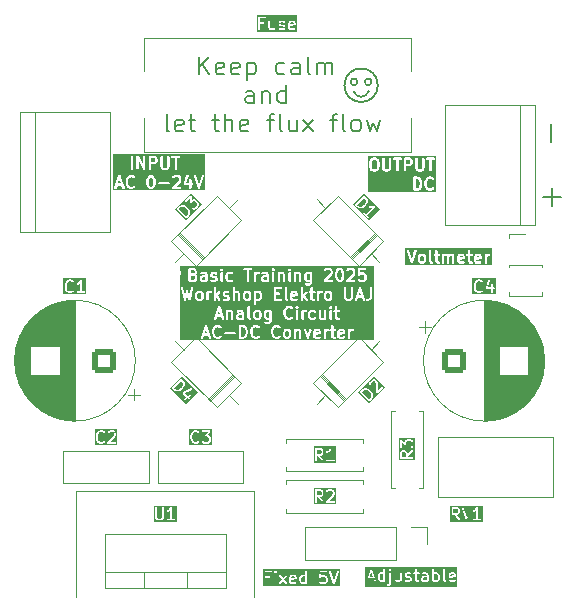
<source format=gbr>
%TF.GenerationSoftware,KiCad,Pcbnew,9.0.4*%
%TF.CreationDate,2025-10-17T22:53:11+07:00*%
%TF.ProjectId,AC DC converter LM317,41432044-4320-4636-9f6e-766572746572,rev?*%
%TF.SameCoordinates,Original*%
%TF.FileFunction,Legend,Top*%
%TF.FilePolarity,Positive*%
%FSLAX46Y46*%
G04 Gerber Fmt 4.6, Leading zero omitted, Abs format (unit mm)*
G04 Created by KiCad (PCBNEW 9.0.4) date 2025-10-17 22:53:11*
%MOMM*%
%LPD*%
G01*
G04 APERTURE LIST*
G04 Aperture macros list*
%AMRoundRect*
0 Rectangle with rounded corners*
0 $1 Rounding radius*
0 $2 $3 $4 $5 $6 $7 $8 $9 X,Y pos of 4 corners*
0 Add a 4 corners polygon primitive as box body*
4,1,4,$2,$3,$4,$5,$6,$7,$8,$9,$2,$3,0*
0 Add four circle primitives for the rounded corners*
1,1,$1+$1,$2,$3*
1,1,$1+$1,$4,$5*
1,1,$1+$1,$6,$7*
1,1,$1+$1,$8,$9*
0 Add four rect primitives between the rounded corners*
20,1,$1+$1,$2,$3,$4,$5,0*
20,1,$1+$1,$4,$5,$6,$7,0*
20,1,$1+$1,$6,$7,$8,$9,0*
20,1,$1+$1,$8,$9,$2,$3,0*%
G04 Aperture macros list end*
%ADD10C,0.130000*%
%ADD11C,0.100000*%
%ADD12C,0.200000*%
%ADD13C,0.150000*%
%ADD14C,0.120000*%
%ADD15C,6.400000*%
%ADD16R,3.000000X3.000000*%
%ADD17C,3.000000*%
%ADD18RoundRect,0.249999X0.000000X-1.202083X1.202083X0.000000X0.000000X1.202083X-1.202083X0.000000X0*%
%ADD19C,2.200000*%
%ADD20C,1.600000*%
%ADD21R,1.905000X2.000000*%
%ADD22O,1.905000X2.000000*%
%ADD23RoundRect,0.250000X-0.750000X-0.750000X0.750000X-0.750000X0.750000X0.750000X-0.750000X0.750000X0*%
%ADD24C,2.000000*%
%ADD25RoundRect,0.249999X1.202083X0.000000X0.000000X1.202083X-1.202083X0.000000X0.000000X-1.202083X0*%
%ADD26O,1.500000X2.500000*%
%ADD27RoundRect,0.250000X0.750000X0.750000X-0.750000X0.750000X-0.750000X-0.750000X0.750000X-0.750000X0*%
%ADD28O,1.700000X2.500000*%
%ADD29O,4.000000X2.000000*%
%ADD30R,4.000000X2.000000*%
G04 APERTURE END LIST*
D10*
X32982843Y-6400000D02*
G75*
G02*
X32417157Y-6400000I-282843J0D01*
G01*
X32417157Y-6400000D02*
G75*
G02*
X32982843Y-6400000I282843J0D01*
G01*
D11*
X23000000Y-41000000D02*
X23000000Y-50000000D01*
X8000000Y-41000000D02*
X23000000Y-41000000D01*
D10*
X31782843Y-6400000D02*
G75*
G02*
X31217157Y-6400000I-282843J0D01*
G01*
X31217157Y-6400000D02*
G75*
G02*
X31782843Y-6400000I282843J0D01*
G01*
X33514214Y-6685786D02*
G75*
G02*
X30685786Y-6685786I-1414214J0D01*
G01*
X30685786Y-6685786D02*
G75*
G02*
X33514214Y-6685786I1414214J0D01*
G01*
D11*
X8000000Y-41000000D02*
X8000000Y-50000000D01*
D10*
X32732456Y-7200000D02*
G75*
G02*
X31470714Y-7209762I-632456J200000D01*
G01*
D12*
X48152933Y-11511904D02*
X48152933Y-9988095D01*
D13*
G36*
X33991666Y-48082123D02*
G01*
X33991666Y-48560847D01*
X33953723Y-48579819D01*
X33798657Y-48579819D01*
X33730141Y-48545561D01*
X33699734Y-48515153D01*
X33665476Y-48446637D01*
X33665476Y-48196333D01*
X33699734Y-48127817D01*
X33730141Y-48097410D01*
X33798657Y-48063152D01*
X33953723Y-48063152D01*
X33991666Y-48082123D01*
G37*
G36*
X37658333Y-48560847D02*
G01*
X37620390Y-48579819D01*
X37417705Y-48579819D01*
X37360663Y-48551298D01*
X37332143Y-48494256D01*
X37332143Y-48434428D01*
X37360663Y-48377386D01*
X37417705Y-48348866D01*
X37638095Y-48348866D01*
X37652727Y-48347425D01*
X37655216Y-48346393D01*
X37657904Y-48346203D01*
X37658333Y-48346038D01*
X37658333Y-48560847D01*
G37*
G36*
X38546049Y-48097410D02*
G01*
X38576456Y-48127817D01*
X38610714Y-48196333D01*
X38610714Y-48446637D01*
X38576455Y-48515153D01*
X38546048Y-48545561D01*
X38477533Y-48579819D01*
X38322467Y-48579819D01*
X38284524Y-48560847D01*
X38284524Y-48082123D01*
X38322467Y-48063152D01*
X38477533Y-48063152D01*
X38546049Y-48097410D01*
G37*
G36*
X39963146Y-48091672D02*
G01*
X39991667Y-48148714D01*
X39991667Y-48164762D01*
X39665477Y-48229999D01*
X39665477Y-48148714D01*
X39693997Y-48091672D01*
X39751039Y-48063152D01*
X39906105Y-48063152D01*
X39963146Y-48091672D01*
G37*
G36*
X33105466Y-48294104D02*
G01*
X32837390Y-48294104D01*
X32971428Y-47891989D01*
X33105466Y-48294104D01*
G37*
G36*
X40252778Y-49174263D02*
G01*
X32452573Y-49174263D01*
X32452573Y-48973520D01*
X34278822Y-48973520D01*
X34278822Y-49002784D01*
X34290021Y-49029820D01*
X34310713Y-49050512D01*
X34337749Y-49061711D01*
X34352381Y-49063152D01*
X34400000Y-49063152D01*
X34414632Y-49061711D01*
X34417121Y-49060679D01*
X34419809Y-49060489D01*
X34433541Y-49055234D01*
X34528779Y-49007615D01*
X34531226Y-49006074D01*
X34532380Y-49005690D01*
X34533816Y-49004444D01*
X34541222Y-48999783D01*
X34547383Y-48992678D01*
X34554488Y-48986517D01*
X34559149Y-48979111D01*
X34560395Y-48977675D01*
X34560779Y-48976521D01*
X34562320Y-48974074D01*
X34609939Y-48878836D01*
X34615194Y-48865105D01*
X34615385Y-48862415D01*
X34616416Y-48859927D01*
X34617857Y-48845295D01*
X34617857Y-47988152D01*
X34944047Y-47988152D01*
X34944047Y-48511961D01*
X34945488Y-48526593D01*
X34946519Y-48529082D01*
X34946710Y-48531770D01*
X34951965Y-48545502D01*
X34999584Y-48640741D01*
X35001124Y-48643187D01*
X35001509Y-48644342D01*
X35002755Y-48645779D01*
X35007416Y-48653183D01*
X35014518Y-48659342D01*
X35020682Y-48666450D01*
X35028087Y-48671111D01*
X35029524Y-48672357D01*
X35030677Y-48672741D01*
X35033125Y-48674282D01*
X35128363Y-48721901D01*
X35142094Y-48727156D01*
X35144783Y-48727347D01*
X35147272Y-48728378D01*
X35161904Y-48729819D01*
X35304761Y-48729819D01*
X35319393Y-48728378D01*
X35321882Y-48727346D01*
X35324570Y-48727156D01*
X35338302Y-48721901D01*
X35386548Y-48697777D01*
X35405950Y-48717179D01*
X35432986Y-48728378D01*
X35462250Y-48728378D01*
X35489286Y-48717179D01*
X35509978Y-48696487D01*
X35521177Y-48669451D01*
X35522618Y-48654819D01*
X35522618Y-48131009D01*
X35801190Y-48131009D01*
X35801190Y-48178628D01*
X35802631Y-48193260D01*
X35803662Y-48195749D01*
X35803853Y-48198437D01*
X35809108Y-48212169D01*
X35856727Y-48307407D01*
X35858267Y-48309854D01*
X35858652Y-48311008D01*
X35859897Y-48312444D01*
X35864559Y-48319850D01*
X35871663Y-48326011D01*
X35877825Y-48333116D01*
X35885230Y-48337777D01*
X35886667Y-48339023D01*
X35887820Y-48339407D01*
X35890268Y-48340948D01*
X35985506Y-48388567D01*
X35999237Y-48393822D01*
X36001926Y-48394013D01*
X36004415Y-48395044D01*
X36019047Y-48396485D01*
X36144199Y-48396485D01*
X36201240Y-48425005D01*
X36229761Y-48482047D01*
X36229761Y-48494256D01*
X36201240Y-48551298D01*
X36144199Y-48579819D01*
X35989133Y-48579819D01*
X35909731Y-48540118D01*
X35895999Y-48534863D01*
X35866809Y-48532789D01*
X35839048Y-48542043D01*
X35816940Y-48561216D01*
X35803853Y-48587391D01*
X35801779Y-48616581D01*
X35811033Y-48644342D01*
X35830206Y-48666450D01*
X35842649Y-48674282D01*
X35937887Y-48721901D01*
X35951618Y-48727156D01*
X35954307Y-48727347D01*
X35956796Y-48728378D01*
X35971428Y-48729819D01*
X36161904Y-48729819D01*
X36176536Y-48728378D01*
X36179025Y-48727346D01*
X36181713Y-48727156D01*
X36195445Y-48721901D01*
X36290683Y-48674282D01*
X36293130Y-48672741D01*
X36294284Y-48672357D01*
X36295720Y-48671111D01*
X36303126Y-48666450D01*
X36309287Y-48659345D01*
X36316392Y-48653184D01*
X36321053Y-48645778D01*
X36322299Y-48644342D01*
X36322683Y-48643188D01*
X36324224Y-48640741D01*
X36371843Y-48545502D01*
X36377098Y-48531770D01*
X36377288Y-48529082D01*
X36378320Y-48526593D01*
X36379761Y-48511961D01*
X36379761Y-48464342D01*
X36378320Y-48449710D01*
X36377289Y-48447221D01*
X36377098Y-48444532D01*
X36371843Y-48430801D01*
X36324224Y-48335563D01*
X36322683Y-48333115D01*
X36322299Y-48331962D01*
X36321053Y-48330525D01*
X36316392Y-48323120D01*
X36309287Y-48316958D01*
X36303126Y-48309854D01*
X36295720Y-48305192D01*
X36294284Y-48303947D01*
X36293130Y-48303562D01*
X36290683Y-48302022D01*
X36195445Y-48254403D01*
X36181713Y-48249148D01*
X36179025Y-48248957D01*
X36176536Y-48247926D01*
X36161904Y-48246485D01*
X36036752Y-48246485D01*
X35979710Y-48217964D01*
X35951190Y-48160923D01*
X35951190Y-48148714D01*
X35979710Y-48091672D01*
X36036752Y-48063152D01*
X36144199Y-48063152D01*
X36223601Y-48102853D01*
X36237332Y-48108108D01*
X36266522Y-48110182D01*
X36294284Y-48100928D01*
X36316391Y-48081755D01*
X36329479Y-48055580D01*
X36331553Y-48026390D01*
X36322299Y-47998629D01*
X36303126Y-47976521D01*
X36298358Y-47973520D01*
X36516917Y-47973520D01*
X36516917Y-48002784D01*
X36528116Y-48029820D01*
X36548808Y-48050512D01*
X36575844Y-48061711D01*
X36590476Y-48063152D01*
X36658333Y-48063152D01*
X36658333Y-48511961D01*
X36659774Y-48526593D01*
X36660805Y-48529082D01*
X36660996Y-48531770D01*
X36666251Y-48545502D01*
X36713870Y-48640741D01*
X36715410Y-48643187D01*
X36715795Y-48644342D01*
X36717041Y-48645779D01*
X36721702Y-48653183D01*
X36728804Y-48659342D01*
X36734968Y-48666450D01*
X36742373Y-48671111D01*
X36743810Y-48672357D01*
X36744963Y-48672741D01*
X36747411Y-48674282D01*
X36842649Y-48721901D01*
X36856380Y-48727156D01*
X36859069Y-48727347D01*
X36861558Y-48728378D01*
X36876190Y-48729819D01*
X36971428Y-48729819D01*
X36986060Y-48728378D01*
X37013096Y-48717179D01*
X37033788Y-48696487D01*
X37044987Y-48669451D01*
X37044987Y-48640187D01*
X37033788Y-48613151D01*
X37013096Y-48592459D01*
X36986060Y-48581260D01*
X36971428Y-48579819D01*
X36893895Y-48579819D01*
X36836853Y-48551298D01*
X36808333Y-48494256D01*
X36808333Y-48416723D01*
X37182143Y-48416723D01*
X37182143Y-48511961D01*
X37183584Y-48526593D01*
X37184615Y-48529082D01*
X37184806Y-48531770D01*
X37190061Y-48545502D01*
X37237680Y-48640741D01*
X37239220Y-48643187D01*
X37239605Y-48644342D01*
X37240851Y-48645779D01*
X37245512Y-48653183D01*
X37252614Y-48659342D01*
X37258778Y-48666450D01*
X37266183Y-48671111D01*
X37267620Y-48672357D01*
X37268773Y-48672741D01*
X37271221Y-48674282D01*
X37366459Y-48721901D01*
X37380190Y-48727156D01*
X37382879Y-48727347D01*
X37385368Y-48728378D01*
X37400000Y-48729819D01*
X37638095Y-48729819D01*
X37652727Y-48728378D01*
X37655216Y-48727346D01*
X37657904Y-48727156D01*
X37671636Y-48721901D01*
X37688136Y-48713650D01*
X37691665Y-48717179D01*
X37718701Y-48728378D01*
X37747965Y-48728378D01*
X37775001Y-48717179D01*
X37795693Y-48696487D01*
X37806892Y-48669451D01*
X37808333Y-48654819D01*
X37808333Y-48131009D01*
X37806892Y-48116377D01*
X37805861Y-48113888D01*
X37805670Y-48111199D01*
X37800415Y-48097468D01*
X37752796Y-48002230D01*
X37751255Y-47999782D01*
X37750871Y-47998629D01*
X37749625Y-47997192D01*
X37744964Y-47989787D01*
X37737859Y-47983625D01*
X37731698Y-47976521D01*
X37724292Y-47971859D01*
X37722856Y-47970614D01*
X37721702Y-47970229D01*
X37719255Y-47968689D01*
X37624017Y-47921070D01*
X37610285Y-47915815D01*
X37607597Y-47915624D01*
X37605108Y-47914593D01*
X37590476Y-47913152D01*
X37400000Y-47913152D01*
X37385368Y-47914593D01*
X37382879Y-47915623D01*
X37380190Y-47915815D01*
X37366459Y-47921070D01*
X37271221Y-47968689D01*
X37258778Y-47976521D01*
X37239605Y-47998629D01*
X37230351Y-48026390D01*
X37232425Y-48055580D01*
X37245512Y-48081755D01*
X37267620Y-48100928D01*
X37295381Y-48110182D01*
X37324571Y-48108108D01*
X37338303Y-48102853D01*
X37417705Y-48063152D01*
X37572771Y-48063152D01*
X37629812Y-48091672D01*
X37658333Y-48148714D01*
X37658333Y-48179894D01*
X37620390Y-48198866D01*
X37400000Y-48198866D01*
X37385368Y-48200307D01*
X37382879Y-48201337D01*
X37380190Y-48201529D01*
X37366459Y-48206784D01*
X37271221Y-48254403D01*
X37268773Y-48255943D01*
X37267620Y-48256328D01*
X37266183Y-48257573D01*
X37258778Y-48262235D01*
X37252616Y-48269339D01*
X37245512Y-48275501D01*
X37240850Y-48282906D01*
X37239605Y-48284343D01*
X37239220Y-48285496D01*
X37237680Y-48287944D01*
X37190061Y-48383182D01*
X37184806Y-48396914D01*
X37184615Y-48399601D01*
X37183584Y-48402091D01*
X37182143Y-48416723D01*
X36808333Y-48416723D01*
X36808333Y-48063152D01*
X36971428Y-48063152D01*
X36986060Y-48061711D01*
X37013096Y-48050512D01*
X37033788Y-48029820D01*
X37044987Y-48002784D01*
X37044987Y-47973520D01*
X37033788Y-47946484D01*
X37013096Y-47925792D01*
X36986060Y-47914593D01*
X36971428Y-47913152D01*
X36808333Y-47913152D01*
X36808333Y-47654819D01*
X38134524Y-47654819D01*
X38134524Y-48654819D01*
X38135965Y-48669451D01*
X38147164Y-48696487D01*
X38167856Y-48717179D01*
X38194892Y-48728378D01*
X38224156Y-48728378D01*
X38251192Y-48717179D01*
X38254720Y-48713650D01*
X38271221Y-48721901D01*
X38284952Y-48727156D01*
X38287641Y-48727347D01*
X38290130Y-48728378D01*
X38304762Y-48729819D01*
X38495238Y-48729819D01*
X38509870Y-48728378D01*
X38512359Y-48727346D01*
X38515047Y-48727156D01*
X38528779Y-48721901D01*
X38624017Y-48674282D01*
X38630316Y-48670317D01*
X38632144Y-48669560D01*
X38634200Y-48667872D01*
X38636460Y-48666450D01*
X38637760Y-48664950D01*
X38643510Y-48660232D01*
X38691128Y-48612613D01*
X38695846Y-48606863D01*
X38697345Y-48605564D01*
X38698766Y-48603305D01*
X38700456Y-48601247D01*
X38701213Y-48599417D01*
X38705177Y-48593121D01*
X38752796Y-48497883D01*
X38758051Y-48484152D01*
X38758242Y-48481462D01*
X38759273Y-48478974D01*
X38760714Y-48464342D01*
X38760714Y-48178628D01*
X38759273Y-48163996D01*
X38758242Y-48161507D01*
X38758051Y-48158818D01*
X38752796Y-48145087D01*
X38705177Y-48049849D01*
X38701212Y-48043549D01*
X38700455Y-48041722D01*
X38698766Y-48039665D01*
X38697345Y-48037406D01*
X38695846Y-48036106D01*
X38691128Y-48030357D01*
X38643509Y-47982738D01*
X38637759Y-47978019D01*
X38636460Y-47976521D01*
X38634200Y-47975099D01*
X38632144Y-47973411D01*
X38630316Y-47972653D01*
X38624017Y-47968689D01*
X38528779Y-47921070D01*
X38515047Y-47915815D01*
X38512359Y-47915624D01*
X38509870Y-47914593D01*
X38495238Y-47913152D01*
X38304762Y-47913152D01*
X38290130Y-47914593D01*
X38287641Y-47915623D01*
X38284952Y-47915815D01*
X38284524Y-47915978D01*
X38284524Y-47654819D01*
X39039286Y-47654819D01*
X39039286Y-48511961D01*
X39040727Y-48526593D01*
X39041758Y-48529082D01*
X39041949Y-48531770D01*
X39047204Y-48545502D01*
X39094823Y-48640741D01*
X39096363Y-48643187D01*
X39096748Y-48644342D01*
X39097994Y-48645779D01*
X39102655Y-48653183D01*
X39109757Y-48659342D01*
X39115921Y-48666450D01*
X39123326Y-48671111D01*
X39124763Y-48672357D01*
X39125916Y-48672741D01*
X39128364Y-48674282D01*
X39223602Y-48721901D01*
X39237333Y-48727156D01*
X39266523Y-48729230D01*
X39294285Y-48719976D01*
X39316392Y-48700803D01*
X39329480Y-48674628D01*
X39331554Y-48645438D01*
X39322300Y-48617677D01*
X39303127Y-48595569D01*
X39290684Y-48587737D01*
X39217806Y-48551298D01*
X39189286Y-48494256D01*
X39189286Y-48131009D01*
X39515477Y-48131009D01*
X39515477Y-48511961D01*
X39516918Y-48526593D01*
X39517949Y-48529082D01*
X39518140Y-48531770D01*
X39523395Y-48545502D01*
X39571014Y-48640741D01*
X39572554Y-48643187D01*
X39572939Y-48644342D01*
X39574185Y-48645779D01*
X39578846Y-48653183D01*
X39585948Y-48659342D01*
X39592112Y-48666450D01*
X39599517Y-48671111D01*
X39600954Y-48672357D01*
X39602107Y-48672741D01*
X39604555Y-48674282D01*
X39699793Y-48721901D01*
X39713524Y-48727156D01*
X39716213Y-48727347D01*
X39718702Y-48728378D01*
X39733334Y-48729819D01*
X39923810Y-48729819D01*
X39938442Y-48728378D01*
X39940931Y-48727346D01*
X39943619Y-48727156D01*
X39957351Y-48721901D01*
X40052589Y-48674282D01*
X40065032Y-48666450D01*
X40084205Y-48644342D01*
X40093459Y-48616581D01*
X40091385Y-48587391D01*
X40078297Y-48561216D01*
X40056190Y-48542043D01*
X40028428Y-48532789D01*
X39999238Y-48534863D01*
X39985507Y-48540118D01*
X39906105Y-48579819D01*
X39751039Y-48579819D01*
X39693997Y-48551298D01*
X39665477Y-48494256D01*
X39665477Y-48382970D01*
X40081375Y-48299791D01*
X40095441Y-48295508D01*
X40101546Y-48291419D01*
X40108335Y-48288607D01*
X40113587Y-48283354D01*
X40119755Y-48279224D01*
X40123829Y-48273113D01*
X40129027Y-48267915D01*
X40131870Y-48261051D01*
X40135987Y-48254876D01*
X40137412Y-48247670D01*
X40140226Y-48240879D01*
X40141667Y-48226247D01*
X40141667Y-48131009D01*
X40140226Y-48116377D01*
X40139195Y-48113888D01*
X40139004Y-48111199D01*
X40133749Y-48097468D01*
X40086130Y-48002230D01*
X40084589Y-47999782D01*
X40084205Y-47998629D01*
X40082959Y-47997192D01*
X40078298Y-47989787D01*
X40071193Y-47983625D01*
X40065032Y-47976521D01*
X40057626Y-47971859D01*
X40056190Y-47970614D01*
X40055036Y-47970229D01*
X40052589Y-47968689D01*
X39957351Y-47921070D01*
X39943619Y-47915815D01*
X39940931Y-47915624D01*
X39938442Y-47914593D01*
X39923810Y-47913152D01*
X39733334Y-47913152D01*
X39718702Y-47914593D01*
X39716213Y-47915623D01*
X39713524Y-47915815D01*
X39699793Y-47921070D01*
X39604555Y-47968689D01*
X39602107Y-47970229D01*
X39600954Y-47970614D01*
X39599517Y-47971859D01*
X39592112Y-47976521D01*
X39585950Y-47983625D01*
X39578846Y-47989787D01*
X39574184Y-47997192D01*
X39572939Y-47998629D01*
X39572554Y-47999782D01*
X39571014Y-48002230D01*
X39523395Y-48097468D01*
X39518140Y-48111200D01*
X39517949Y-48113887D01*
X39516918Y-48116377D01*
X39515477Y-48131009D01*
X39189286Y-48131009D01*
X39189286Y-47654819D01*
X39187845Y-47640187D01*
X39176646Y-47613151D01*
X39155954Y-47592459D01*
X39128918Y-47581260D01*
X39099654Y-47581260D01*
X39072618Y-47592459D01*
X39051926Y-47613151D01*
X39040727Y-47640187D01*
X39039286Y-47654819D01*
X38284524Y-47654819D01*
X38283083Y-47640187D01*
X38271884Y-47613151D01*
X38251192Y-47592459D01*
X38224156Y-47581260D01*
X38194892Y-47581260D01*
X38167856Y-47592459D01*
X38147164Y-47613151D01*
X38135965Y-47640187D01*
X38134524Y-47654819D01*
X36808333Y-47654819D01*
X36806892Y-47640187D01*
X36795693Y-47613151D01*
X36775001Y-47592459D01*
X36747965Y-47581260D01*
X36718701Y-47581260D01*
X36691665Y-47592459D01*
X36670973Y-47613151D01*
X36659774Y-47640187D01*
X36658333Y-47654819D01*
X36658333Y-47913152D01*
X36590476Y-47913152D01*
X36575844Y-47914593D01*
X36548808Y-47925792D01*
X36528116Y-47946484D01*
X36516917Y-47973520D01*
X36298358Y-47973520D01*
X36290683Y-47968689D01*
X36195445Y-47921070D01*
X36181713Y-47915815D01*
X36179025Y-47915624D01*
X36176536Y-47914593D01*
X36161904Y-47913152D01*
X36019047Y-47913152D01*
X36004415Y-47914593D01*
X36001926Y-47915623D01*
X35999237Y-47915815D01*
X35985506Y-47921070D01*
X35890268Y-47968689D01*
X35887820Y-47970229D01*
X35886667Y-47970614D01*
X35885230Y-47971859D01*
X35877825Y-47976521D01*
X35871663Y-47983625D01*
X35864559Y-47989787D01*
X35859897Y-47997192D01*
X35858652Y-47998629D01*
X35858267Y-47999782D01*
X35856727Y-48002230D01*
X35809108Y-48097468D01*
X35803853Y-48111200D01*
X35803662Y-48113887D01*
X35802631Y-48116377D01*
X35801190Y-48131009D01*
X35522618Y-48131009D01*
X35522618Y-47988152D01*
X35521177Y-47973520D01*
X35509978Y-47946484D01*
X35489286Y-47925792D01*
X35462250Y-47914593D01*
X35432986Y-47914593D01*
X35405950Y-47925792D01*
X35385258Y-47946484D01*
X35374059Y-47973520D01*
X35372618Y-47988152D01*
X35372618Y-48528514D01*
X35355571Y-48545561D01*
X35287056Y-48579819D01*
X35179609Y-48579819D01*
X35122567Y-48551298D01*
X35094047Y-48494256D01*
X35094047Y-47988152D01*
X35092606Y-47973520D01*
X35081407Y-47946484D01*
X35060715Y-47925792D01*
X35033679Y-47914593D01*
X35004415Y-47914593D01*
X34977379Y-47925792D01*
X34956687Y-47946484D01*
X34945488Y-47973520D01*
X34944047Y-47988152D01*
X34617857Y-47988152D01*
X34616416Y-47973520D01*
X34605217Y-47946484D01*
X34584525Y-47925792D01*
X34557489Y-47914593D01*
X34528225Y-47914593D01*
X34501189Y-47925792D01*
X34480497Y-47946484D01*
X34469298Y-47973520D01*
X34467857Y-47988152D01*
X34467857Y-48827590D01*
X34439336Y-48884631D01*
X34382295Y-48913152D01*
X34352381Y-48913152D01*
X34337749Y-48914593D01*
X34310713Y-48925792D01*
X34290021Y-48946484D01*
X34278822Y-48973520D01*
X32452573Y-48973520D01*
X32452573Y-48645439D01*
X32563684Y-48645439D01*
X32565759Y-48674629D01*
X32578845Y-48700802D01*
X32600952Y-48719976D01*
X32628715Y-48729230D01*
X32657905Y-48727155D01*
X32684078Y-48714069D01*
X32703252Y-48691962D01*
X32709246Y-48678536D01*
X32787390Y-48444104D01*
X33155466Y-48444104D01*
X33233610Y-48678536D01*
X33239604Y-48691961D01*
X33258778Y-48714068D01*
X33284951Y-48727155D01*
X33314141Y-48729230D01*
X33341903Y-48719976D01*
X33364011Y-48700802D01*
X33377097Y-48674628D01*
X33379172Y-48645438D01*
X33375912Y-48631102D01*
X33225087Y-48178628D01*
X33515476Y-48178628D01*
X33515476Y-48464342D01*
X33516917Y-48478974D01*
X33517948Y-48481463D01*
X33518139Y-48484151D01*
X33523394Y-48497883D01*
X33571013Y-48593121D01*
X33574976Y-48599417D01*
X33575734Y-48601247D01*
X33577423Y-48603305D01*
X33578845Y-48605564D01*
X33580343Y-48606863D01*
X33585061Y-48612612D01*
X33632680Y-48660232D01*
X33638429Y-48664950D01*
X33639730Y-48666450D01*
X33641989Y-48667872D01*
X33644046Y-48669560D01*
X33645873Y-48670317D01*
X33652173Y-48674282D01*
X33747411Y-48721901D01*
X33761142Y-48727156D01*
X33763831Y-48727347D01*
X33766320Y-48728378D01*
X33780952Y-48729819D01*
X33971428Y-48729819D01*
X33986060Y-48728378D01*
X33988549Y-48727346D01*
X33991237Y-48727156D01*
X34004969Y-48721901D01*
X34021469Y-48713650D01*
X34024998Y-48717179D01*
X34052034Y-48728378D01*
X34081298Y-48728378D01*
X34108334Y-48717179D01*
X34129026Y-48696487D01*
X34140225Y-48669451D01*
X34141666Y-48654819D01*
X34141666Y-47687807D01*
X34421679Y-47687807D01*
X34421679Y-47717069D01*
X34432878Y-47744106D01*
X34442205Y-47755471D01*
X34489824Y-47803090D01*
X34501189Y-47812417D01*
X34528225Y-47823616D01*
X34528226Y-47823616D01*
X34557488Y-47823616D01*
X34557489Y-47823616D01*
X34584525Y-47812417D01*
X34595890Y-47803090D01*
X34643509Y-47755471D01*
X34652836Y-47744106D01*
X34664035Y-47717070D01*
X34664035Y-47687807D01*
X34656432Y-47669451D01*
X34652836Y-47660770D01*
X34643509Y-47649405D01*
X34595890Y-47601786D01*
X34584525Y-47592459D01*
X34557489Y-47581260D01*
X34557488Y-47581260D01*
X34528225Y-47581260D01*
X34501189Y-47592459D01*
X34489824Y-47601786D01*
X34442205Y-47649405D01*
X34432878Y-47660770D01*
X34421679Y-47687807D01*
X34141666Y-47687807D01*
X34141666Y-47654819D01*
X34140225Y-47640187D01*
X34129026Y-47613151D01*
X34108334Y-47592459D01*
X34081298Y-47581260D01*
X34052034Y-47581260D01*
X34024998Y-47592459D01*
X34004306Y-47613151D01*
X33993107Y-47640187D01*
X33991666Y-47654819D01*
X33991666Y-47915979D01*
X33991237Y-47915815D01*
X33988549Y-47915624D01*
X33986060Y-47914593D01*
X33971428Y-47913152D01*
X33780952Y-47913152D01*
X33766320Y-47914593D01*
X33763831Y-47915623D01*
X33761142Y-47915815D01*
X33747411Y-47921070D01*
X33652173Y-47968689D01*
X33645873Y-47972653D01*
X33644046Y-47973411D01*
X33641989Y-47975099D01*
X33639730Y-47976521D01*
X33638430Y-47978019D01*
X33632681Y-47982738D01*
X33585062Y-48030357D01*
X33580343Y-48036106D01*
X33578845Y-48037406D01*
X33577423Y-48039665D01*
X33575735Y-48041722D01*
X33574977Y-48043549D01*
X33571013Y-48049849D01*
X33523394Y-48145087D01*
X33518139Y-48158819D01*
X33517948Y-48161506D01*
X33516917Y-48163996D01*
X33515476Y-48178628D01*
X33225087Y-48178628D01*
X33042579Y-47631102D01*
X33036585Y-47617676D01*
X33033073Y-47613627D01*
X33030678Y-47608836D01*
X33023574Y-47602674D01*
X33017411Y-47595569D01*
X33012617Y-47593172D01*
X33008570Y-47589662D01*
X32999648Y-47586688D01*
X32991238Y-47582483D01*
X32985893Y-47582103D01*
X32980808Y-47580408D01*
X32971428Y-47581074D01*
X32962048Y-47580408D01*
X32956962Y-47582103D01*
X32951618Y-47582483D01*
X32943210Y-47586687D01*
X32934285Y-47589662D01*
X32930234Y-47593175D01*
X32925445Y-47595570D01*
X32919286Y-47602670D01*
X32912178Y-47608836D01*
X32909781Y-47613629D01*
X32906271Y-47617677D01*
X32900277Y-47631102D01*
X32566944Y-48631102D01*
X32563684Y-48645439D01*
X32452573Y-48645439D01*
X32452573Y-47469297D01*
X40252778Y-47469297D01*
X40252778Y-49174263D01*
G37*
G36*
X26467907Y-48291672D02*
G01*
X26496428Y-48348714D01*
X26496428Y-48364762D01*
X26170238Y-48429999D01*
X26170238Y-48348714D01*
X26198758Y-48291672D01*
X26255800Y-48263152D01*
X26410866Y-48263152D01*
X26467907Y-48291672D01*
G37*
G36*
X27353571Y-48282123D02*
G01*
X27353571Y-48760847D01*
X27315628Y-48779819D01*
X27160562Y-48779819D01*
X27092046Y-48745561D01*
X27061639Y-48715153D01*
X27027381Y-48646637D01*
X27027381Y-48396333D01*
X27061639Y-48327817D01*
X27092046Y-48297410D01*
X27160562Y-48263152D01*
X27315628Y-48263152D01*
X27353571Y-48282123D01*
G37*
G36*
X30328379Y-49040930D02*
G01*
X23813889Y-49040930D01*
X23813889Y-47854819D01*
X23925000Y-47854819D01*
X23925000Y-48854819D01*
X23926441Y-48869451D01*
X23937640Y-48896487D01*
X23958332Y-48917179D01*
X23985368Y-48928378D01*
X24014632Y-48928378D01*
X24041668Y-48917179D01*
X24062360Y-48896487D01*
X24073559Y-48869451D01*
X24075000Y-48854819D01*
X24075000Y-48406009D01*
X24333333Y-48406009D01*
X24347965Y-48404568D01*
X24375001Y-48393369D01*
X24395693Y-48372677D01*
X24406892Y-48345641D01*
X24406892Y-48316377D01*
X24395693Y-48289341D01*
X24375001Y-48268649D01*
X24347965Y-48257450D01*
X24333333Y-48256009D01*
X24075000Y-48256009D01*
X24075000Y-48188152D01*
X24782143Y-48188152D01*
X24782143Y-48854819D01*
X24783584Y-48869451D01*
X24794783Y-48896487D01*
X24815475Y-48917179D01*
X24842511Y-48928378D01*
X24871775Y-48928378D01*
X24898811Y-48917179D01*
X24919503Y-48896487D01*
X24930702Y-48869451D01*
X24932143Y-48854819D01*
X24932143Y-48193915D01*
X25163317Y-48193915D01*
X25171214Y-48222093D01*
X25179121Y-48234489D01*
X25404617Y-48521485D01*
X25179121Y-48808482D01*
X25171214Y-48820878D01*
X25163317Y-48849056D01*
X25166803Y-48878110D01*
X25181143Y-48903620D01*
X25204154Y-48921700D01*
X25232332Y-48929597D01*
X25261386Y-48926111D01*
X25286896Y-48911771D01*
X25297069Y-48901156D01*
X25499999Y-48642880D01*
X25702930Y-48901156D01*
X25713103Y-48911771D01*
X25738613Y-48926111D01*
X25767667Y-48929597D01*
X25795845Y-48921700D01*
X25818856Y-48903620D01*
X25833196Y-48878110D01*
X25836682Y-48849056D01*
X25828785Y-48820878D01*
X25820878Y-48808482D01*
X25595381Y-48521485D01*
X25745041Y-48331009D01*
X26020238Y-48331009D01*
X26020238Y-48711961D01*
X26021679Y-48726593D01*
X26022710Y-48729082D01*
X26022901Y-48731770D01*
X26028156Y-48745502D01*
X26075775Y-48840741D01*
X26077315Y-48843187D01*
X26077700Y-48844342D01*
X26078946Y-48845779D01*
X26083607Y-48853183D01*
X26090709Y-48859342D01*
X26096873Y-48866450D01*
X26104278Y-48871111D01*
X26105715Y-48872357D01*
X26106868Y-48872741D01*
X26109316Y-48874282D01*
X26204554Y-48921901D01*
X26218285Y-48927156D01*
X26220974Y-48927347D01*
X26223463Y-48928378D01*
X26238095Y-48929819D01*
X26428571Y-48929819D01*
X26443203Y-48928378D01*
X26445692Y-48927346D01*
X26448380Y-48927156D01*
X26462112Y-48921901D01*
X26557350Y-48874282D01*
X26569793Y-48866450D01*
X26588966Y-48844342D01*
X26598220Y-48816581D01*
X26596146Y-48787391D01*
X26583058Y-48761216D01*
X26560951Y-48742043D01*
X26533189Y-48732789D01*
X26503999Y-48734863D01*
X26490268Y-48740118D01*
X26410866Y-48779819D01*
X26255800Y-48779819D01*
X26198758Y-48751298D01*
X26170238Y-48694256D01*
X26170238Y-48582970D01*
X26586136Y-48499791D01*
X26600202Y-48495508D01*
X26606307Y-48491419D01*
X26613096Y-48488607D01*
X26618348Y-48483354D01*
X26624516Y-48479224D01*
X26628590Y-48473113D01*
X26633788Y-48467915D01*
X26636631Y-48461051D01*
X26640748Y-48454876D01*
X26642173Y-48447670D01*
X26644987Y-48440879D01*
X26646428Y-48426247D01*
X26646428Y-48378628D01*
X26877381Y-48378628D01*
X26877381Y-48664342D01*
X26878822Y-48678974D01*
X26879853Y-48681463D01*
X26880044Y-48684151D01*
X26885299Y-48697883D01*
X26932918Y-48793121D01*
X26936881Y-48799417D01*
X26937639Y-48801247D01*
X26939328Y-48803305D01*
X26940750Y-48805564D01*
X26942248Y-48806863D01*
X26946966Y-48812612D01*
X26994585Y-48860232D01*
X27000334Y-48864950D01*
X27001635Y-48866450D01*
X27003894Y-48867872D01*
X27005951Y-48869560D01*
X27007778Y-48870317D01*
X27014078Y-48874282D01*
X27109316Y-48921901D01*
X27123047Y-48927156D01*
X27125736Y-48927347D01*
X27128225Y-48928378D01*
X27142857Y-48929819D01*
X27333333Y-48929819D01*
X27347965Y-48928378D01*
X27350454Y-48927346D01*
X27353142Y-48927156D01*
X27366874Y-48921901D01*
X27383374Y-48913650D01*
X27386903Y-48917179D01*
X27413939Y-48928378D01*
X27443203Y-48928378D01*
X27470239Y-48917179D01*
X27490931Y-48896487D01*
X27502130Y-48869451D01*
X27503571Y-48854819D01*
X27503571Y-48338249D01*
X28544398Y-48338249D01*
X28545489Y-48341864D01*
X28545489Y-48345640D01*
X28549683Y-48355765D01*
X28552851Y-48366265D01*
X28555242Y-48369188D01*
X28556688Y-48372677D01*
X28564441Y-48380430D01*
X28571382Y-48388913D01*
X28574708Y-48390697D01*
X28577380Y-48393369D01*
X28587507Y-48397564D01*
X28597169Y-48402747D01*
X28600928Y-48403122D01*
X28604417Y-48404568D01*
X28615378Y-48404568D01*
X28626288Y-48405659D01*
X28629904Y-48404568D01*
X28633679Y-48404568D01*
X28643804Y-48400373D01*
X28654304Y-48397206D01*
X28657227Y-48394814D01*
X28660716Y-48393369D01*
X28672081Y-48384042D01*
X28711094Y-48345029D01*
X28779610Y-48310771D01*
X28982295Y-48310771D01*
X29050811Y-48345029D01*
X29081218Y-48375436D01*
X29115476Y-48443952D01*
X29115476Y-48646637D01*
X29081217Y-48715153D01*
X29050810Y-48745561D01*
X28982295Y-48779819D01*
X28779610Y-48779819D01*
X28711094Y-48745561D01*
X28672082Y-48706548D01*
X28660716Y-48697220D01*
X28633680Y-48686021D01*
X28604417Y-48686021D01*
X28577381Y-48697219D01*
X28556688Y-48717912D01*
X28545489Y-48744948D01*
X28545489Y-48774211D01*
X28556687Y-48801247D01*
X28566014Y-48812612D01*
X28613633Y-48860232D01*
X28619382Y-48864950D01*
X28620683Y-48866450D01*
X28622942Y-48867872D01*
X28624999Y-48869560D01*
X28626826Y-48870317D01*
X28633126Y-48874282D01*
X28728364Y-48921901D01*
X28742095Y-48927156D01*
X28744784Y-48927347D01*
X28747273Y-48928378D01*
X28761905Y-48929819D01*
X29000000Y-48929819D01*
X29014632Y-48928378D01*
X29017121Y-48927346D01*
X29019809Y-48927156D01*
X29033541Y-48921901D01*
X29128779Y-48874282D01*
X29135078Y-48870317D01*
X29136906Y-48869560D01*
X29138962Y-48867872D01*
X29141222Y-48866450D01*
X29142522Y-48864950D01*
X29148272Y-48860232D01*
X29195890Y-48812613D01*
X29200608Y-48806863D01*
X29202107Y-48805564D01*
X29203528Y-48803305D01*
X29205218Y-48801247D01*
X29205975Y-48799417D01*
X29209939Y-48793121D01*
X29257558Y-48697883D01*
X29262813Y-48684152D01*
X29263004Y-48681462D01*
X29264035Y-48678974D01*
X29265476Y-48664342D01*
X29265476Y-48426247D01*
X29264035Y-48411615D01*
X29263004Y-48409126D01*
X29262813Y-48406437D01*
X29257558Y-48392706D01*
X29209939Y-48297468D01*
X29205974Y-48291168D01*
X29205217Y-48289341D01*
X29203528Y-48287284D01*
X29202107Y-48285025D01*
X29200608Y-48283725D01*
X29195890Y-48277976D01*
X29148271Y-48230357D01*
X29142521Y-48225638D01*
X29141222Y-48224140D01*
X29138962Y-48222718D01*
X29136906Y-48221030D01*
X29135078Y-48220272D01*
X29128779Y-48216308D01*
X29033541Y-48168689D01*
X29019809Y-48163434D01*
X29017121Y-48163243D01*
X29014632Y-48162212D01*
X29000000Y-48160771D01*
X28761905Y-48160771D01*
X28747273Y-48162212D01*
X28744784Y-48163242D01*
X28742095Y-48163434D01*
X28728364Y-48168689D01*
X28709722Y-48178009D01*
X28734541Y-47929819D01*
X29142857Y-47929819D01*
X29157489Y-47928378D01*
X29184525Y-47917179D01*
X29205217Y-47896487D01*
X29216416Y-47869451D01*
X29216416Y-47864199D01*
X29401780Y-47864199D01*
X29405040Y-47878536D01*
X29738373Y-48878536D01*
X29744367Y-48891961D01*
X29747877Y-48896008D01*
X29750274Y-48900802D01*
X29757382Y-48906967D01*
X29763541Y-48914068D01*
X29768330Y-48916462D01*
X29772381Y-48919976D01*
X29781306Y-48922950D01*
X29789714Y-48927155D01*
X29795058Y-48927534D01*
X29800144Y-48929230D01*
X29809524Y-48928563D01*
X29818904Y-48929230D01*
X29823989Y-48927534D01*
X29829334Y-48927155D01*
X29837744Y-48922949D01*
X29846666Y-48919976D01*
X29850713Y-48916465D01*
X29855507Y-48914069D01*
X29861670Y-48906963D01*
X29868774Y-48900802D01*
X29871169Y-48896010D01*
X29874681Y-48891962D01*
X29880675Y-48878536D01*
X30214008Y-47878536D01*
X30217268Y-47864200D01*
X30215193Y-47835010D01*
X30202107Y-47808836D01*
X30179999Y-47789662D01*
X30152237Y-47780408D01*
X30123047Y-47782483D01*
X30096874Y-47795570D01*
X30077700Y-47817677D01*
X30071706Y-47831102D01*
X29809524Y-48617648D01*
X29547342Y-47831102D01*
X29541348Y-47817676D01*
X29522174Y-47795569D01*
X29496001Y-47782483D01*
X29466811Y-47780408D01*
X29439048Y-47789662D01*
X29416941Y-47808836D01*
X29403855Y-47835009D01*
X29401780Y-47864199D01*
X29216416Y-47864199D01*
X29216416Y-47840187D01*
X29205217Y-47813151D01*
X29184525Y-47792459D01*
X29157489Y-47781260D01*
X29142857Y-47779819D01*
X28666667Y-47779819D01*
X28661255Y-47780351D01*
X28659427Y-47780169D01*
X28657640Y-47780707D01*
X28652035Y-47781260D01*
X28641908Y-47785454D01*
X28631411Y-47788622D01*
X28628487Y-47791013D01*
X28624999Y-47792459D01*
X28617245Y-47800212D01*
X28608763Y-47807153D01*
X28606978Y-47810479D01*
X28604307Y-47813151D01*
X28600111Y-47823280D01*
X28594929Y-47832940D01*
X28593821Y-47838464D01*
X28593108Y-47840187D01*
X28593108Y-47842023D01*
X28592039Y-47847356D01*
X28544420Y-48323546D01*
X28544398Y-48338249D01*
X27503571Y-48338249D01*
X27503571Y-47854819D01*
X27502130Y-47840187D01*
X27490931Y-47813151D01*
X27470239Y-47792459D01*
X27443203Y-47781260D01*
X27413939Y-47781260D01*
X27386903Y-47792459D01*
X27366211Y-47813151D01*
X27355012Y-47840187D01*
X27353571Y-47854819D01*
X27353571Y-48115979D01*
X27353142Y-48115815D01*
X27350454Y-48115624D01*
X27347965Y-48114593D01*
X27333333Y-48113152D01*
X27142857Y-48113152D01*
X27128225Y-48114593D01*
X27125736Y-48115623D01*
X27123047Y-48115815D01*
X27109316Y-48121070D01*
X27014078Y-48168689D01*
X27007778Y-48172653D01*
X27005951Y-48173411D01*
X27003894Y-48175099D01*
X27001635Y-48176521D01*
X27000335Y-48178019D01*
X26994586Y-48182738D01*
X26946967Y-48230357D01*
X26942248Y-48236106D01*
X26940750Y-48237406D01*
X26939328Y-48239665D01*
X26937640Y-48241722D01*
X26936882Y-48243549D01*
X26932918Y-48249849D01*
X26885299Y-48345087D01*
X26880044Y-48358819D01*
X26879853Y-48361506D01*
X26878822Y-48363996D01*
X26877381Y-48378628D01*
X26646428Y-48378628D01*
X26646428Y-48331009D01*
X26644987Y-48316377D01*
X26643956Y-48313888D01*
X26643765Y-48311199D01*
X26638510Y-48297468D01*
X26590891Y-48202230D01*
X26589350Y-48199782D01*
X26588966Y-48198629D01*
X26587720Y-48197192D01*
X26583059Y-48189787D01*
X26575954Y-48183625D01*
X26569793Y-48176521D01*
X26562387Y-48171859D01*
X26560951Y-48170614D01*
X26559797Y-48170229D01*
X26557350Y-48168689D01*
X26462112Y-48121070D01*
X26448380Y-48115815D01*
X26445692Y-48115624D01*
X26443203Y-48114593D01*
X26428571Y-48113152D01*
X26238095Y-48113152D01*
X26223463Y-48114593D01*
X26220974Y-48115623D01*
X26218285Y-48115815D01*
X26204554Y-48121070D01*
X26109316Y-48168689D01*
X26106868Y-48170229D01*
X26105715Y-48170614D01*
X26104278Y-48171859D01*
X26096873Y-48176521D01*
X26090711Y-48183625D01*
X26083607Y-48189787D01*
X26078945Y-48197192D01*
X26077700Y-48198629D01*
X26077315Y-48199782D01*
X26075775Y-48202230D01*
X26028156Y-48297468D01*
X26022901Y-48311200D01*
X26022710Y-48313887D01*
X26021679Y-48316377D01*
X26020238Y-48331009D01*
X25745041Y-48331009D01*
X25820878Y-48234489D01*
X25828785Y-48222093D01*
X25836682Y-48193915D01*
X25833196Y-48164861D01*
X25818856Y-48139351D01*
X25795845Y-48121271D01*
X25767667Y-48113374D01*
X25738613Y-48116860D01*
X25713103Y-48131200D01*
X25702930Y-48141815D01*
X25499999Y-48400090D01*
X25297069Y-48141815D01*
X25286896Y-48131200D01*
X25261386Y-48116860D01*
X25232332Y-48113374D01*
X25204154Y-48121271D01*
X25181143Y-48139351D01*
X25166803Y-48164861D01*
X25163317Y-48193915D01*
X24932143Y-48193915D01*
X24932143Y-48188152D01*
X24930702Y-48173520D01*
X24919503Y-48146484D01*
X24898811Y-48125792D01*
X24871775Y-48114593D01*
X24842511Y-48114593D01*
X24815475Y-48125792D01*
X24794783Y-48146484D01*
X24783584Y-48173520D01*
X24782143Y-48188152D01*
X24075000Y-48188152D01*
X24075000Y-47929819D01*
X24476190Y-47929819D01*
X24490822Y-47928378D01*
X24517858Y-47917179D01*
X24538550Y-47896487D01*
X24542145Y-47887807D01*
X24735965Y-47887807D01*
X24735965Y-47917069D01*
X24747164Y-47944106D01*
X24756491Y-47955471D01*
X24804110Y-48003090D01*
X24815475Y-48012417D01*
X24842511Y-48023616D01*
X24842512Y-48023616D01*
X24871774Y-48023616D01*
X24871775Y-48023616D01*
X24898811Y-48012417D01*
X24910176Y-48003090D01*
X24957795Y-47955471D01*
X24967122Y-47944106D01*
X24978321Y-47917070D01*
X24978321Y-47887807D01*
X24970718Y-47869451D01*
X24967122Y-47860770D01*
X24957795Y-47849405D01*
X24910176Y-47801786D01*
X24898811Y-47792459D01*
X24871775Y-47781260D01*
X24871774Y-47781260D01*
X24842511Y-47781260D01*
X24815475Y-47792459D01*
X24804110Y-47801786D01*
X24756491Y-47849405D01*
X24747164Y-47860770D01*
X24735965Y-47887807D01*
X24542145Y-47887807D01*
X24549749Y-47869451D01*
X24549749Y-47840187D01*
X24538550Y-47813151D01*
X24517858Y-47792459D01*
X24490822Y-47781260D01*
X24476190Y-47779819D01*
X24000000Y-47779819D01*
X23985368Y-47781260D01*
X23958332Y-47792459D01*
X23937640Y-47813151D01*
X23926441Y-47840187D01*
X23925000Y-47854819D01*
X23813889Y-47854819D01*
X23813889Y-47668708D01*
X30328379Y-47668708D01*
X30328379Y-49040930D01*
G37*
D12*
G36*
X14393145Y-14497024D02*
G01*
X14417814Y-14521692D01*
X14453267Y-14592599D01*
X14495238Y-14760480D01*
X14495238Y-14973956D01*
X14453267Y-15141837D01*
X14417814Y-15212743D01*
X14393145Y-15237413D01*
X14333536Y-15267219D01*
X14285512Y-15267219D01*
X14225902Y-15237414D01*
X14201235Y-15212746D01*
X14165780Y-15141837D01*
X14123810Y-14973956D01*
X14123810Y-14760481D01*
X14165780Y-14592599D01*
X14201234Y-14521692D01*
X14225902Y-14497023D01*
X14285512Y-14467219D01*
X14333536Y-14467219D01*
X14393145Y-14497024D01*
G37*
G36*
X11742210Y-14981504D02*
G01*
X11543505Y-14981504D01*
X11642857Y-14683446D01*
X11742210Y-14981504D01*
G37*
G36*
X14631239Y-12887080D02*
G01*
X14655908Y-12911748D01*
X14685713Y-12971358D01*
X14685713Y-13067001D01*
X14655908Y-13126610D01*
X14631239Y-13151278D01*
X14571630Y-13181084D01*
X14314285Y-13181084D01*
X14314285Y-12857275D01*
X14571630Y-12857275D01*
X14631239Y-12887080D01*
G37*
G36*
X18900802Y-15578330D02*
G01*
X11099198Y-15578330D01*
X11099198Y-15354712D01*
X11210309Y-15354712D01*
X11213075Y-15393632D01*
X11230525Y-15428531D01*
X11260001Y-15454096D01*
X11297017Y-15466434D01*
X11335937Y-15463668D01*
X11370836Y-15446218D01*
X11396401Y-15416742D01*
X11404392Y-15398842D01*
X11476838Y-15181504D01*
X11808876Y-15181504D01*
X11881322Y-15398841D01*
X11889313Y-15416742D01*
X11914878Y-15446218D01*
X11949777Y-15463667D01*
X11988697Y-15466434D01*
X12025713Y-15454095D01*
X12055189Y-15428530D01*
X12072639Y-15393631D01*
X12075405Y-15354711D01*
X12071058Y-15335596D01*
X11891123Y-14795790D01*
X12161905Y-14795790D01*
X12161905Y-14938647D01*
X12162240Y-14942049D01*
X12162023Y-14943508D01*
X12163102Y-14950805D01*
X12163826Y-14958156D01*
X12164390Y-14959519D01*
X12164891Y-14962901D01*
X12212510Y-15153376D01*
X12213023Y-15154813D01*
X12213075Y-15155536D01*
X12216183Y-15163660D01*
X12219105Y-15171837D01*
X12219535Y-15172417D01*
X12220081Y-15173844D01*
X12267700Y-15269082D01*
X12272982Y-15277474D01*
X12273995Y-15279918D01*
X12276251Y-15282667D01*
X12278143Y-15285672D01*
X12280137Y-15287401D01*
X12286432Y-15295071D01*
X12381670Y-15390311D01*
X12396823Y-15402747D01*
X12400142Y-15404122D01*
X12402858Y-15406477D01*
X12420758Y-15414468D01*
X12563615Y-15462087D01*
X12573287Y-15464286D01*
X12575729Y-15465298D01*
X12579266Y-15465646D01*
X12582730Y-15466434D01*
X12585364Y-15466246D01*
X12595238Y-15467219D01*
X12690476Y-15467219D01*
X12700349Y-15466246D01*
X12702983Y-15466434D01*
X12706446Y-15465646D01*
X12709985Y-15465298D01*
X12712427Y-15464286D01*
X12722099Y-15462087D01*
X12864955Y-15414468D01*
X12882856Y-15406477D01*
X12885571Y-15404122D01*
X12888891Y-15402747D01*
X12904044Y-15390310D01*
X12951663Y-15342690D01*
X12964100Y-15327537D01*
X12979031Y-15291488D01*
X12979030Y-15252470D01*
X12964099Y-15216422D01*
X12936508Y-15188832D01*
X12900460Y-15173901D01*
X12861442Y-15173902D01*
X12825394Y-15188833D01*
X12810240Y-15201270D01*
X12779313Y-15232197D01*
X12674249Y-15267219D01*
X12611464Y-15267219D01*
X12506399Y-15232197D01*
X12439329Y-15165127D01*
X12403875Y-15094218D01*
X12361905Y-14926337D01*
X12361905Y-14808100D01*
X12376887Y-14748171D01*
X13923810Y-14748171D01*
X13923810Y-14986266D01*
X13924145Y-14989668D01*
X13923928Y-14991127D01*
X13925007Y-14998424D01*
X13925731Y-15005775D01*
X13926295Y-15007138D01*
X13926796Y-15010520D01*
X13974415Y-15200995D01*
X13974928Y-15202432D01*
X13974980Y-15203155D01*
X13978088Y-15211279D01*
X13981010Y-15219456D01*
X13981440Y-15220036D01*
X13981986Y-15221463D01*
X14029605Y-15316701D01*
X14034888Y-15325093D01*
X14035900Y-15327537D01*
X14038156Y-15330286D01*
X14040048Y-15333291D01*
X14042042Y-15335020D01*
X14048337Y-15342690D01*
X14095955Y-15390310D01*
X14103623Y-15396603D01*
X14105355Y-15398600D01*
X14108363Y-15400493D01*
X14111109Y-15402747D01*
X14113549Y-15403757D01*
X14121946Y-15409043D01*
X14217183Y-15456662D01*
X14235492Y-15463668D01*
X14239075Y-15463922D01*
X14242396Y-15465298D01*
X14261905Y-15467219D01*
X14357143Y-15467219D01*
X14376652Y-15465298D01*
X14379972Y-15463922D01*
X14383556Y-15463668D01*
X14401864Y-15456662D01*
X14497102Y-15409043D01*
X14505497Y-15403758D01*
X14507939Y-15402747D01*
X14510686Y-15400491D01*
X14513692Y-15398600D01*
X14515422Y-15396605D01*
X14523092Y-15390310D01*
X14565691Y-15347710D01*
X16068588Y-15347710D01*
X16068588Y-15386728D01*
X16083520Y-15422776D01*
X16111110Y-15450366D01*
X16147158Y-15465298D01*
X16166667Y-15467219D01*
X16785714Y-15467219D01*
X16805223Y-15465298D01*
X16841271Y-15450366D01*
X16868861Y-15422776D01*
X16883793Y-15386728D01*
X16883793Y-15347710D01*
X16868861Y-15311662D01*
X16841271Y-15284072D01*
X16805223Y-15269140D01*
X16785714Y-15267219D01*
X16408089Y-15267219D01*
X16653929Y-15021378D01*
X17067452Y-15021378D01*
X17068588Y-15037362D01*
X17068588Y-15053394D01*
X17069963Y-15056714D01*
X17070218Y-15060298D01*
X17077385Y-15074633D01*
X17083520Y-15089442D01*
X17086060Y-15091982D01*
X17087668Y-15095197D01*
X17099779Y-15105701D01*
X17111110Y-15117032D01*
X17114428Y-15118406D01*
X17117144Y-15120762D01*
X17132353Y-15125831D01*
X17147158Y-15131964D01*
X17152258Y-15132466D01*
X17154160Y-15133100D01*
X17156793Y-15132912D01*
X17166667Y-15133885D01*
X17542857Y-15133885D01*
X17542857Y-15367219D01*
X17544778Y-15386728D01*
X17559710Y-15422776D01*
X17587300Y-15450366D01*
X17623348Y-15465298D01*
X17662366Y-15465298D01*
X17698414Y-15450366D01*
X17726004Y-15422776D01*
X17740936Y-15386728D01*
X17742857Y-15367219D01*
X17742857Y-15133885D01*
X17785714Y-15133885D01*
X17805223Y-15131964D01*
X17841271Y-15117032D01*
X17868861Y-15089442D01*
X17883793Y-15053394D01*
X17883793Y-15014376D01*
X17868861Y-14978328D01*
X17841271Y-14950738D01*
X17805223Y-14935806D01*
X17785714Y-14933885D01*
X17742857Y-14933885D01*
X17742857Y-14700552D01*
X17740936Y-14681043D01*
X17726004Y-14644995D01*
X17698414Y-14617405D01*
X17662366Y-14602473D01*
X17623348Y-14602473D01*
X17587300Y-14617405D01*
X17559710Y-14644995D01*
X17544778Y-14681043D01*
X17542857Y-14700552D01*
X17542857Y-14933885D01*
X17305409Y-14933885D01*
X17490129Y-14379726D01*
X17924595Y-14379726D01*
X17928942Y-14398842D01*
X18262275Y-15398841D01*
X18270266Y-15416742D01*
X18274949Y-15422141D01*
X18278144Y-15428531D01*
X18287615Y-15436746D01*
X18295831Y-15446218D01*
X18302219Y-15449412D01*
X18307620Y-15454096D01*
X18319521Y-15458063D01*
X18330730Y-15463667D01*
X18337854Y-15464173D01*
X18344636Y-15466434D01*
X18357145Y-15465544D01*
X18369650Y-15466434D01*
X18376428Y-15464174D01*
X18383556Y-15463668D01*
X18394772Y-15458059D01*
X18406666Y-15454095D01*
X18412063Y-15449414D01*
X18418455Y-15446218D01*
X18426673Y-15436742D01*
X18436142Y-15428530D01*
X18439335Y-15422143D01*
X18444020Y-15416742D01*
X18452011Y-15398842D01*
X18785344Y-14398842D01*
X18789691Y-14379727D01*
X18786925Y-14340807D01*
X18769475Y-14305908D01*
X18739999Y-14280343D01*
X18702983Y-14268004D01*
X18664063Y-14270771D01*
X18629164Y-14288220D01*
X18603599Y-14317696D01*
X18595608Y-14335597D01*
X18357143Y-15050991D01*
X18118678Y-14335596D01*
X18110687Y-14317696D01*
X18085122Y-14288220D01*
X18050223Y-14270770D01*
X18011303Y-14268004D01*
X17974287Y-14280342D01*
X17944811Y-14305907D01*
X17927361Y-14340806D01*
X17924595Y-14379726D01*
X17490129Y-14379726D01*
X17499630Y-14351223D01*
X17503977Y-14332108D01*
X17501211Y-14293188D01*
X17483761Y-14258289D01*
X17454285Y-14232724D01*
X17417269Y-14220385D01*
X17378349Y-14223152D01*
X17343450Y-14240601D01*
X17317885Y-14270077D01*
X17309894Y-14287978D01*
X17071799Y-15002262D01*
X17069599Y-15011933D01*
X17068588Y-15014376D01*
X17068588Y-15016382D01*
X17067452Y-15021378D01*
X16653929Y-15021378D01*
X16808806Y-14866501D01*
X16821242Y-14851347D01*
X16822616Y-14848028D01*
X16824972Y-14845313D01*
X16832963Y-14827413D01*
X16880582Y-14684556D01*
X16882781Y-14674883D01*
X16883793Y-14672442D01*
X16884141Y-14668904D01*
X16884929Y-14665441D01*
X16884741Y-14662806D01*
X16885714Y-14652933D01*
X16885714Y-14557695D01*
X16883793Y-14538186D01*
X16882417Y-14534865D01*
X16882163Y-14531282D01*
X16875157Y-14512973D01*
X16827538Y-14417736D01*
X16822252Y-14409339D01*
X16821242Y-14406899D01*
X16818988Y-14404153D01*
X16817095Y-14401145D01*
X16815097Y-14399412D01*
X16808805Y-14391746D01*
X16761187Y-14344127D01*
X16753516Y-14337832D01*
X16751787Y-14335838D01*
X16748779Y-14333944D01*
X16746033Y-14331691D01*
X16743593Y-14330680D01*
X16735197Y-14325395D01*
X16639959Y-14277776D01*
X16621651Y-14270770D01*
X16618067Y-14270515D01*
X16614747Y-14269140D01*
X16595238Y-14267219D01*
X16357143Y-14267219D01*
X16337634Y-14269140D01*
X16334313Y-14270515D01*
X16330730Y-14270770D01*
X16312421Y-14277776D01*
X16217184Y-14325395D01*
X16208787Y-14330680D01*
X16206347Y-14331691D01*
X16203601Y-14333944D01*
X16200593Y-14335838D01*
X16198860Y-14337835D01*
X16191194Y-14344128D01*
X16143575Y-14391746D01*
X16131139Y-14406900D01*
X16116207Y-14442948D01*
X16116207Y-14481966D01*
X16131139Y-14518014D01*
X16158729Y-14545604D01*
X16194777Y-14560536D01*
X16233795Y-14560536D01*
X16269843Y-14545604D01*
X16284997Y-14533168D01*
X16321140Y-14497023D01*
X16380750Y-14467219D01*
X16571631Y-14467219D01*
X16631240Y-14497024D01*
X16655909Y-14521692D01*
X16685714Y-14581302D01*
X16685714Y-14636706D01*
X16650692Y-14741770D01*
X16095956Y-15296508D01*
X16083520Y-15311662D01*
X16068588Y-15347710D01*
X14565691Y-15347710D01*
X14570711Y-15342690D01*
X14577003Y-15335023D01*
X14579000Y-15333292D01*
X14580893Y-15330284D01*
X14583148Y-15327537D01*
X14584159Y-15325095D01*
X14589443Y-15316701D01*
X14637062Y-15221464D01*
X14637608Y-15220035D01*
X14638038Y-15219456D01*
X14640959Y-15211279D01*
X14644068Y-15203155D01*
X14644119Y-15202434D01*
X14644633Y-15200996D01*
X14692252Y-15010520D01*
X14692752Y-15007138D01*
X14693317Y-15005775D01*
X14694040Y-14998424D01*
X14695120Y-14991127D01*
X14694902Y-14989668D01*
X14695238Y-14986266D01*
X14695238Y-14966757D01*
X14925731Y-14966757D01*
X14925731Y-15005775D01*
X14940663Y-15041823D01*
X14968253Y-15069413D01*
X15004301Y-15084345D01*
X15023810Y-15086266D01*
X15785715Y-15086266D01*
X15805224Y-15084345D01*
X15841272Y-15069413D01*
X15868862Y-15041823D01*
X15883794Y-15005775D01*
X15883794Y-14966757D01*
X15868862Y-14930709D01*
X15841272Y-14903119D01*
X15805224Y-14888187D01*
X15785715Y-14886266D01*
X15023810Y-14886266D01*
X15004301Y-14888187D01*
X14968253Y-14903119D01*
X14940663Y-14930709D01*
X14925731Y-14966757D01*
X14695238Y-14966757D01*
X14695238Y-14748171D01*
X14694902Y-14744768D01*
X14695120Y-14743310D01*
X14694040Y-14736012D01*
X14693317Y-14728662D01*
X14692752Y-14727298D01*
X14692252Y-14723917D01*
X14644633Y-14533441D01*
X14644119Y-14532002D01*
X14644068Y-14531282D01*
X14640959Y-14523157D01*
X14638038Y-14514981D01*
X14637608Y-14514401D01*
X14637062Y-14512973D01*
X14589443Y-14417736D01*
X14584157Y-14409339D01*
X14583147Y-14406899D01*
X14580893Y-14404153D01*
X14579000Y-14401145D01*
X14577002Y-14399412D01*
X14570710Y-14391746D01*
X14523092Y-14344127D01*
X14515421Y-14337832D01*
X14513692Y-14335838D01*
X14510684Y-14333944D01*
X14507938Y-14331691D01*
X14505498Y-14330680D01*
X14497102Y-14325395D01*
X14401864Y-14277776D01*
X14383556Y-14270770D01*
X14379972Y-14270515D01*
X14376652Y-14269140D01*
X14357143Y-14267219D01*
X14261905Y-14267219D01*
X14242396Y-14269140D01*
X14239075Y-14270515D01*
X14235492Y-14270770D01*
X14217183Y-14277776D01*
X14121946Y-14325395D01*
X14113549Y-14330680D01*
X14111109Y-14331691D01*
X14108363Y-14333944D01*
X14105355Y-14335838D01*
X14103622Y-14337835D01*
X14095956Y-14344128D01*
X14048337Y-14391746D01*
X14042042Y-14399416D01*
X14040048Y-14401146D01*
X14038154Y-14404153D01*
X14035901Y-14406900D01*
X14034890Y-14409339D01*
X14029605Y-14417736D01*
X13981986Y-14512974D01*
X13981440Y-14514400D01*
X13981010Y-14514981D01*
X13978088Y-14523157D01*
X13974980Y-14531282D01*
X13974928Y-14532004D01*
X13974415Y-14533442D01*
X13926796Y-14723917D01*
X13926295Y-14727298D01*
X13925731Y-14728662D01*
X13925007Y-14736012D01*
X13923928Y-14743310D01*
X13924145Y-14744768D01*
X13923810Y-14748171D01*
X12376887Y-14748171D01*
X12403875Y-14640218D01*
X12439328Y-14569312D01*
X12506400Y-14502240D01*
X12611464Y-14467219D01*
X12674249Y-14467219D01*
X12779314Y-14502240D01*
X12810241Y-14533167D01*
X12825394Y-14545604D01*
X12861443Y-14560535D01*
X12900461Y-14560535D01*
X12936509Y-14545604D01*
X12964099Y-14518014D01*
X12979030Y-14481966D01*
X12979030Y-14442948D01*
X12964099Y-14406899D01*
X12951662Y-14391746D01*
X12904044Y-14344127D01*
X12888890Y-14331691D01*
X12885571Y-14330316D01*
X12882856Y-14327961D01*
X12864955Y-14319970D01*
X12722099Y-14272351D01*
X12712427Y-14270151D01*
X12709985Y-14269140D01*
X12706446Y-14268791D01*
X12702983Y-14268004D01*
X12700349Y-14268191D01*
X12690476Y-14267219D01*
X12595238Y-14267219D01*
X12585364Y-14268191D01*
X12582730Y-14268004D01*
X12579266Y-14268791D01*
X12575729Y-14269140D01*
X12573287Y-14270151D01*
X12563615Y-14272351D01*
X12420758Y-14319970D01*
X12402858Y-14327961D01*
X12400142Y-14330316D01*
X12396824Y-14331691D01*
X12381670Y-14344127D01*
X12286432Y-14439365D01*
X12280137Y-14447035D01*
X12278143Y-14448765D01*
X12276249Y-14451772D01*
X12273996Y-14454519D01*
X12272985Y-14456958D01*
X12267700Y-14465355D01*
X12220081Y-14560593D01*
X12219535Y-14562019D01*
X12219105Y-14562600D01*
X12216183Y-14570776D01*
X12213075Y-14578901D01*
X12213023Y-14579623D01*
X12212510Y-14581061D01*
X12164891Y-14771536D01*
X12164390Y-14774917D01*
X12163826Y-14776281D01*
X12163102Y-14783631D01*
X12162023Y-14790929D01*
X12162240Y-14792387D01*
X12161905Y-14795790D01*
X11891123Y-14795790D01*
X11737725Y-14335596D01*
X11729734Y-14317696D01*
X11725049Y-14312294D01*
X11721856Y-14305908D01*
X11712387Y-14297695D01*
X11704169Y-14288220D01*
X11697777Y-14285023D01*
X11692380Y-14280343D01*
X11680486Y-14276378D01*
X11669270Y-14270770D01*
X11662142Y-14270263D01*
X11655364Y-14268004D01*
X11642859Y-14268893D01*
X11630350Y-14268004D01*
X11623568Y-14270264D01*
X11616444Y-14270771D01*
X11605235Y-14276374D01*
X11593334Y-14280342D01*
X11587933Y-14285025D01*
X11581545Y-14288220D01*
X11573329Y-14297691D01*
X11563858Y-14305907D01*
X11560663Y-14312296D01*
X11555980Y-14317696D01*
X11547989Y-14335597D01*
X11214656Y-15335596D01*
X11210309Y-15354712D01*
X11099198Y-15354712D01*
X11099198Y-12757275D01*
X12590476Y-12757275D01*
X12590476Y-13757275D01*
X12592397Y-13776784D01*
X12607329Y-13812832D01*
X12634919Y-13840422D01*
X12670967Y-13855354D01*
X12709985Y-13855354D01*
X12746033Y-13840422D01*
X12773623Y-13812832D01*
X12788555Y-13776784D01*
X12790476Y-13757275D01*
X12790476Y-12757275D01*
X13066666Y-12757275D01*
X13066666Y-13757275D01*
X13068587Y-13776784D01*
X13083519Y-13812832D01*
X13111109Y-13840422D01*
X13147157Y-13855354D01*
X13186175Y-13855354D01*
X13222223Y-13840422D01*
X13249813Y-13812832D01*
X13264745Y-13776784D01*
X13266666Y-13757275D01*
X13266666Y-13133831D01*
X13651270Y-13806889D01*
X13654188Y-13810999D01*
X13654947Y-13812832D01*
X13656813Y-13814698D01*
X13662617Y-13822874D01*
X13673133Y-13831018D01*
X13682537Y-13840422D01*
X13688424Y-13842860D01*
X13693466Y-13846765D01*
X13706298Y-13850264D01*
X13718585Y-13855354D01*
X13724961Y-13855354D01*
X13731110Y-13857031D01*
X13744303Y-13855354D01*
X13757603Y-13855354D01*
X13763491Y-13852914D01*
X13769816Y-13852111D01*
X13781365Y-13845510D01*
X13793651Y-13840422D01*
X13798158Y-13835914D01*
X13803693Y-13832752D01*
X13811837Y-13822235D01*
X13821241Y-13812832D01*
X13823679Y-13806944D01*
X13827584Y-13801903D01*
X13831083Y-13789070D01*
X13836173Y-13776784D01*
X13837155Y-13766806D01*
X13837850Y-13764260D01*
X13837599Y-13762292D01*
X13838094Y-13757275D01*
X13838094Y-12757275D01*
X14114285Y-12757275D01*
X14114285Y-13757275D01*
X14116206Y-13776784D01*
X14131138Y-13812832D01*
X14158728Y-13840422D01*
X14194776Y-13855354D01*
X14233794Y-13855354D01*
X14269842Y-13840422D01*
X14297432Y-13812832D01*
X14312364Y-13776784D01*
X14314285Y-13757275D01*
X14314285Y-13381084D01*
X14595237Y-13381084D01*
X14614746Y-13379163D01*
X14618066Y-13377787D01*
X14621650Y-13377533D01*
X14639958Y-13370527D01*
X14735196Y-13322908D01*
X14743592Y-13317622D01*
X14746032Y-13316612D01*
X14748778Y-13314358D01*
X14751786Y-13312465D01*
X14753515Y-13310470D01*
X14761186Y-13304176D01*
X14808804Y-13256557D01*
X14815096Y-13248890D01*
X14817094Y-13247158D01*
X14818987Y-13244149D01*
X14821241Y-13241404D01*
X14822251Y-13238963D01*
X14827537Y-13230567D01*
X14875156Y-13135330D01*
X14882162Y-13117021D01*
X14882416Y-13113437D01*
X14883792Y-13110117D01*
X14885713Y-13090608D01*
X14885713Y-12947751D01*
X14883792Y-12928242D01*
X14882416Y-12924921D01*
X14882162Y-12921338D01*
X14875156Y-12903029D01*
X14827537Y-12807792D01*
X14822251Y-12799395D01*
X14821241Y-12796955D01*
X14818987Y-12794209D01*
X14817094Y-12791201D01*
X14815096Y-12789468D01*
X14808804Y-12781802D01*
X14784278Y-12757275D01*
X15114285Y-12757275D01*
X15114285Y-13566798D01*
X15116206Y-13586307D01*
X15117581Y-13589627D01*
X15117836Y-13593211D01*
X15124842Y-13611519D01*
X15172461Y-13706757D01*
X15177744Y-13715149D01*
X15178756Y-13717593D01*
X15181012Y-13720342D01*
X15182904Y-13723347D01*
X15184898Y-13725076D01*
X15191193Y-13732746D01*
X15238811Y-13780366D01*
X15246479Y-13786659D01*
X15248211Y-13788656D01*
X15251219Y-13790549D01*
X15253965Y-13792803D01*
X15256405Y-13793813D01*
X15264802Y-13799099D01*
X15360039Y-13846718D01*
X15378348Y-13853724D01*
X15381931Y-13853978D01*
X15385252Y-13855354D01*
X15404761Y-13857275D01*
X15595237Y-13857275D01*
X15614746Y-13855354D01*
X15618066Y-13853978D01*
X15621650Y-13853724D01*
X15639958Y-13846718D01*
X15735196Y-13799099D01*
X15743591Y-13793814D01*
X15746033Y-13792803D01*
X15748780Y-13790547D01*
X15751786Y-13788656D01*
X15753516Y-13786661D01*
X15761186Y-13780366D01*
X15808805Y-13732746D01*
X15815097Y-13725079D01*
X15817094Y-13723348D01*
X15818987Y-13720340D01*
X15821242Y-13717593D01*
X15822253Y-13715151D01*
X15827537Y-13706757D01*
X15875156Y-13611520D01*
X15882162Y-13593211D01*
X15882416Y-13589627D01*
X15883792Y-13586307D01*
X15885713Y-13566798D01*
X15885713Y-12757275D01*
X15883792Y-12737766D01*
X16020968Y-12737766D01*
X16020968Y-12776784D01*
X16035900Y-12812832D01*
X16063490Y-12840422D01*
X16099538Y-12855354D01*
X16119047Y-12857275D01*
X16304761Y-12857275D01*
X16304761Y-13757275D01*
X16306682Y-13776784D01*
X16321614Y-13812832D01*
X16349204Y-13840422D01*
X16385252Y-13855354D01*
X16424270Y-13855354D01*
X16460318Y-13840422D01*
X16487908Y-13812832D01*
X16502840Y-13776784D01*
X16504761Y-13757275D01*
X16504761Y-12857275D01*
X16690475Y-12857275D01*
X16709984Y-12855354D01*
X16746032Y-12840422D01*
X16773622Y-12812832D01*
X16788554Y-12776784D01*
X16788554Y-12737766D01*
X16773622Y-12701718D01*
X16746032Y-12674128D01*
X16709984Y-12659196D01*
X16690475Y-12657275D01*
X16119047Y-12657275D01*
X16099538Y-12659196D01*
X16063490Y-12674128D01*
X16035900Y-12701718D01*
X16020968Y-12737766D01*
X15883792Y-12737766D01*
X15868860Y-12701718D01*
X15841270Y-12674128D01*
X15805222Y-12659196D01*
X15766204Y-12659196D01*
X15730156Y-12674128D01*
X15702566Y-12701718D01*
X15687634Y-12737766D01*
X15685713Y-12757275D01*
X15685713Y-13543191D01*
X15655908Y-13602799D01*
X15631239Y-13627469D01*
X15571630Y-13657275D01*
X15428368Y-13657275D01*
X15368758Y-13627470D01*
X15344091Y-13602802D01*
X15314285Y-13543190D01*
X15314285Y-12757275D01*
X15312364Y-12737766D01*
X15297432Y-12701718D01*
X15269842Y-12674128D01*
X15233794Y-12659196D01*
X15194776Y-12659196D01*
X15158728Y-12674128D01*
X15131138Y-12701718D01*
X15116206Y-12737766D01*
X15114285Y-12757275D01*
X14784278Y-12757275D01*
X14761186Y-12734183D01*
X14753515Y-12727888D01*
X14751786Y-12725894D01*
X14748778Y-12724000D01*
X14746032Y-12721747D01*
X14743592Y-12720736D01*
X14735196Y-12715451D01*
X14639958Y-12667832D01*
X14621650Y-12660826D01*
X14618066Y-12660571D01*
X14614746Y-12659196D01*
X14595237Y-12657275D01*
X14214285Y-12657275D01*
X14194776Y-12659196D01*
X14158728Y-12674128D01*
X14131138Y-12701718D01*
X14116206Y-12737766D01*
X14114285Y-12757275D01*
X13838094Y-12757275D01*
X13836173Y-12737766D01*
X13821241Y-12701718D01*
X13793651Y-12674128D01*
X13757603Y-12659196D01*
X13718585Y-12659196D01*
X13682537Y-12674128D01*
X13654947Y-12701718D01*
X13640015Y-12737766D01*
X13638094Y-12757275D01*
X13638094Y-13380718D01*
X13253490Y-12707661D01*
X13250571Y-12703550D01*
X13249813Y-12701718D01*
X13247946Y-12699851D01*
X13242143Y-12691676D01*
X13231628Y-12683533D01*
X13222223Y-12674128D01*
X13216332Y-12671688D01*
X13211294Y-12667786D01*
X13198465Y-12664287D01*
X13186175Y-12659196D01*
X13179800Y-12659196D01*
X13173651Y-12657519D01*
X13160458Y-12659196D01*
X13147157Y-12659196D01*
X13141268Y-12661635D01*
X13134944Y-12662439D01*
X13123394Y-12669039D01*
X13111109Y-12674128D01*
X13106601Y-12678635D01*
X13101067Y-12681798D01*
X13092924Y-12692312D01*
X13083519Y-12701718D01*
X13081079Y-12707608D01*
X13077177Y-12712647D01*
X13073678Y-12725475D01*
X13068587Y-12737766D01*
X13067604Y-12747743D01*
X13066910Y-12750290D01*
X13067160Y-12752257D01*
X13066666Y-12757275D01*
X12790476Y-12757275D01*
X12788555Y-12737766D01*
X12773623Y-12701718D01*
X12746033Y-12674128D01*
X12709985Y-12659196D01*
X12670967Y-12659196D01*
X12634919Y-12674128D01*
X12607329Y-12701718D01*
X12592397Y-12737766D01*
X12590476Y-12757275D01*
X11099198Y-12757275D01*
X11099198Y-12546164D01*
X18900802Y-12546164D01*
X18900802Y-15578330D01*
G37*
G36*
X22184074Y-27202156D02*
G01*
X22251147Y-27269229D01*
X22286599Y-27340134D01*
X22328570Y-27508015D01*
X22328570Y-27626253D01*
X22286599Y-27794134D01*
X22251146Y-27865040D01*
X22184075Y-27932113D01*
X22079010Y-27967135D01*
X21957142Y-27967135D01*
X21957142Y-27167135D01*
X22079010Y-27167135D01*
X22184074Y-27202156D01*
G37*
G36*
X25940763Y-27530273D02*
G01*
X25965432Y-27554941D01*
X25995237Y-27614551D01*
X25995237Y-27853051D01*
X25965432Y-27912659D01*
X25940763Y-27937329D01*
X25881154Y-27967135D01*
X25785511Y-27967135D01*
X25725901Y-27937330D01*
X25701234Y-27912662D01*
X25671428Y-27853050D01*
X25671428Y-27614551D01*
X25701233Y-27554941D01*
X25725901Y-27530272D01*
X25785511Y-27500468D01*
X25881154Y-27500468D01*
X25940763Y-27530273D01*
G37*
G36*
X28496892Y-27522623D02*
G01*
X28514342Y-27557523D01*
X28242857Y-27611820D01*
X28242857Y-27566932D01*
X28265012Y-27522622D01*
X28309321Y-27500468D01*
X28452583Y-27500468D01*
X28496892Y-27522623D01*
G37*
G36*
X30544512Y-27522623D02*
G01*
X30561962Y-27557523D01*
X30290477Y-27611820D01*
X30290477Y-27566932D01*
X30312632Y-27522622D01*
X30356941Y-27500468D01*
X30500203Y-27500468D01*
X30544512Y-27522623D01*
G37*
G36*
X19051733Y-27681420D02*
G01*
X18853028Y-27681420D01*
X18952380Y-27383362D01*
X19051733Y-27681420D01*
G37*
G36*
X24328571Y-25899946D02*
G01*
X24328571Y-26347768D01*
X24309726Y-26357191D01*
X24166464Y-26357191D01*
X24106854Y-26327386D01*
X24082187Y-26302718D01*
X24052381Y-26243106D01*
X24052381Y-26004607D01*
X24082186Y-25944997D01*
X24106854Y-25920328D01*
X24166464Y-25890524D01*
X24309726Y-25890524D01*
X24328571Y-25899946D01*
G37*
G36*
X21995237Y-26347768D02*
G01*
X21976392Y-26357191D01*
X21785511Y-26357191D01*
X21741201Y-26335036D01*
X21719047Y-26290726D01*
X21719047Y-26242702D01*
X21741202Y-26198392D01*
X21785511Y-26176238D01*
X21995237Y-26176238D01*
X21995237Y-26347768D01*
G37*
G36*
X23416954Y-25920329D02*
G01*
X23441623Y-25944997D01*
X23471428Y-26004607D01*
X23471428Y-26243107D01*
X23441623Y-26302715D01*
X23416954Y-26327385D01*
X23357345Y-26357191D01*
X23261702Y-26357191D01*
X23202092Y-26327386D01*
X23177425Y-26302718D01*
X23147619Y-26243106D01*
X23147619Y-26004607D01*
X23177424Y-25944997D01*
X23202092Y-25920328D01*
X23261702Y-25890524D01*
X23357345Y-25890524D01*
X23416954Y-25920329D01*
G37*
G36*
X20194590Y-26071476D02*
G01*
X19995885Y-26071476D01*
X20095237Y-25773418D01*
X20194590Y-26071476D01*
G37*
G36*
X23464572Y-24310385D02*
G01*
X23489241Y-24335053D01*
X23519046Y-24394663D01*
X23519046Y-24633163D01*
X23489241Y-24692771D01*
X23464572Y-24717441D01*
X23404963Y-24747247D01*
X23261701Y-24747247D01*
X23242856Y-24737824D01*
X23242856Y-24290002D01*
X23261701Y-24280580D01*
X23404963Y-24280580D01*
X23464572Y-24310385D01*
G37*
G36*
X18512190Y-24310385D02*
G01*
X18536859Y-24335053D01*
X18566664Y-24394663D01*
X18566664Y-24633163D01*
X18536859Y-24692771D01*
X18512190Y-24717441D01*
X18452581Y-24747247D01*
X18356938Y-24747247D01*
X18297328Y-24717442D01*
X18272661Y-24692774D01*
X18242855Y-24633162D01*
X18242855Y-24394663D01*
X18272660Y-24335053D01*
X18297328Y-24310384D01*
X18356938Y-24280580D01*
X18452581Y-24280580D01*
X18512190Y-24310385D01*
G37*
G36*
X22559810Y-24310385D02*
G01*
X22584479Y-24335053D01*
X22614284Y-24394663D01*
X22614284Y-24633163D01*
X22584479Y-24692771D01*
X22559810Y-24717441D01*
X22500201Y-24747247D01*
X22404558Y-24747247D01*
X22344948Y-24717442D01*
X22320281Y-24692774D01*
X22290475Y-24633162D01*
X22290475Y-24394663D01*
X22320280Y-24335053D01*
X22344948Y-24310384D01*
X22404558Y-24280580D01*
X22500201Y-24280580D01*
X22559810Y-24310385D01*
G37*
G36*
X26544511Y-24302735D02*
G01*
X26561961Y-24337635D01*
X26290476Y-24391932D01*
X26290476Y-24347044D01*
X26312631Y-24302734D01*
X26356940Y-24280580D01*
X26500202Y-24280580D01*
X26544511Y-24302735D01*
G37*
G36*
X29416955Y-24310385D02*
G01*
X29441624Y-24335053D01*
X29471429Y-24394663D01*
X29471429Y-24633163D01*
X29441624Y-24692771D01*
X29416955Y-24717441D01*
X29357346Y-24747247D01*
X29261703Y-24747247D01*
X29202093Y-24717442D01*
X29177426Y-24692774D01*
X29147620Y-24633162D01*
X29147620Y-24394663D01*
X29177425Y-24335053D01*
X29202093Y-24310384D01*
X29261703Y-24280580D01*
X29357346Y-24280580D01*
X29416955Y-24310385D01*
G37*
G36*
X32099354Y-24461532D02*
G01*
X31900649Y-24461532D01*
X32000001Y-24163474D01*
X32099354Y-24461532D01*
G37*
G36*
X27757142Y-22680058D02*
G01*
X27757142Y-23127880D01*
X27738297Y-23137303D01*
X27595035Y-23137303D01*
X27535425Y-23107498D01*
X27510758Y-23082830D01*
X27480952Y-23023218D01*
X27480952Y-22784719D01*
X27510757Y-22725109D01*
X27535425Y-22700440D01*
X27595035Y-22670636D01*
X27738297Y-22670636D01*
X27757142Y-22680058D01*
G37*
G36*
X17993599Y-22848514D02*
G01*
X18013051Y-22867966D01*
X18042856Y-22927576D01*
X18042856Y-23023219D01*
X18013051Y-23082827D01*
X17988382Y-23107497D01*
X17928773Y-23137303D01*
X17671428Y-23137303D01*
X17671428Y-22813493D01*
X17888534Y-22813493D01*
X17993599Y-22848514D01*
G37*
G36*
X17940763Y-22367108D02*
G01*
X17965432Y-22391776D01*
X17995237Y-22451386D01*
X17995237Y-22499410D01*
X17965432Y-22559019D01*
X17940763Y-22583687D01*
X17881154Y-22613493D01*
X17671428Y-22613493D01*
X17671428Y-22337303D01*
X17881154Y-22337303D01*
X17940763Y-22367108D01*
G37*
G36*
X18899999Y-23127880D02*
G01*
X18881154Y-23137303D01*
X18690273Y-23137303D01*
X18645963Y-23115148D01*
X18623809Y-23070838D01*
X18623809Y-23022814D01*
X18645964Y-22978504D01*
X18690273Y-22956350D01*
X18899999Y-22956350D01*
X18899999Y-23127880D01*
G37*
G36*
X24090476Y-23127880D02*
G01*
X24071631Y-23137303D01*
X23880750Y-23137303D01*
X23836440Y-23115148D01*
X23814286Y-23070838D01*
X23814286Y-23022814D01*
X23836441Y-22978504D01*
X23880750Y-22956350D01*
X24090476Y-22956350D01*
X24090476Y-23127880D01*
G37*
G36*
X30369335Y-22367108D02*
G01*
X30394004Y-22391776D01*
X30429457Y-22462683D01*
X30471428Y-22630564D01*
X30471428Y-22844040D01*
X30429457Y-23011921D01*
X30394004Y-23082827D01*
X30369335Y-23107497D01*
X30309726Y-23137303D01*
X30261702Y-23137303D01*
X30202092Y-23107498D01*
X30177425Y-23082830D01*
X30141970Y-23011921D01*
X30100000Y-22844040D01*
X30100000Y-22630565D01*
X30141970Y-22462683D01*
X30177424Y-22391776D01*
X30202092Y-22367107D01*
X30261702Y-22337303D01*
X30309726Y-22337303D01*
X30369335Y-22367108D01*
G37*
G36*
X33163493Y-28278246D02*
G01*
X16741337Y-28278246D01*
X16741337Y-28054628D01*
X18519832Y-28054628D01*
X18522598Y-28093548D01*
X18540048Y-28128447D01*
X18569524Y-28154012D01*
X18606540Y-28166350D01*
X18645460Y-28163584D01*
X18680359Y-28146134D01*
X18705924Y-28116658D01*
X18713915Y-28098758D01*
X18786361Y-27881420D01*
X19118399Y-27881420D01*
X19190845Y-28098757D01*
X19198836Y-28116658D01*
X19224401Y-28146134D01*
X19259300Y-28163583D01*
X19298220Y-28166350D01*
X19335236Y-28154011D01*
X19364712Y-28128446D01*
X19382162Y-28093547D01*
X19384928Y-28054627D01*
X19380581Y-28035512D01*
X19200646Y-27495706D01*
X19471428Y-27495706D01*
X19471428Y-27638563D01*
X19471763Y-27641965D01*
X19471546Y-27643424D01*
X19472625Y-27650721D01*
X19473349Y-27658072D01*
X19473913Y-27659435D01*
X19474414Y-27662817D01*
X19522033Y-27853292D01*
X19522546Y-27854729D01*
X19522598Y-27855452D01*
X19525706Y-27863576D01*
X19528628Y-27871753D01*
X19529058Y-27872333D01*
X19529604Y-27873760D01*
X19577223Y-27968998D01*
X19582505Y-27977390D01*
X19583518Y-27979834D01*
X19585774Y-27982583D01*
X19587666Y-27985588D01*
X19589660Y-27987317D01*
X19595955Y-27994987D01*
X19691193Y-28090227D01*
X19706346Y-28102663D01*
X19709665Y-28104038D01*
X19712381Y-28106393D01*
X19730281Y-28114384D01*
X19873138Y-28162003D01*
X19882810Y-28164202D01*
X19885252Y-28165214D01*
X19888789Y-28165562D01*
X19892253Y-28166350D01*
X19894887Y-28166162D01*
X19904761Y-28167135D01*
X19999999Y-28167135D01*
X20009872Y-28166162D01*
X20012506Y-28166350D01*
X20015969Y-28165562D01*
X20019508Y-28165214D01*
X20021950Y-28164202D01*
X20031622Y-28162003D01*
X20174478Y-28114384D01*
X20192379Y-28106393D01*
X20195094Y-28104038D01*
X20198414Y-28102663D01*
X20213567Y-28090226D01*
X20261186Y-28042606D01*
X20273623Y-28027453D01*
X20288554Y-27991404D01*
X20288553Y-27952386D01*
X20273622Y-27916338D01*
X20246031Y-27888748D01*
X20209983Y-27873817D01*
X20170965Y-27873818D01*
X20134917Y-27888749D01*
X20119763Y-27901186D01*
X20088836Y-27932113D01*
X19983772Y-27967135D01*
X19920987Y-27967135D01*
X19815922Y-27932113D01*
X19748852Y-27865043D01*
X19713398Y-27794134D01*
X19681533Y-27666673D01*
X20520968Y-27666673D01*
X20520968Y-27705691D01*
X20535900Y-27741739D01*
X20563490Y-27769329D01*
X20599538Y-27784261D01*
X20619047Y-27786182D01*
X21380952Y-27786182D01*
X21400461Y-27784261D01*
X21436509Y-27769329D01*
X21464099Y-27741739D01*
X21479031Y-27705691D01*
X21479031Y-27666673D01*
X21464099Y-27630625D01*
X21436509Y-27603035D01*
X21400461Y-27588103D01*
X21380952Y-27586182D01*
X20619047Y-27586182D01*
X20599538Y-27588103D01*
X20563490Y-27603035D01*
X20535900Y-27630625D01*
X20520968Y-27666673D01*
X19681533Y-27666673D01*
X19671428Y-27626253D01*
X19671428Y-27508016D01*
X19713398Y-27340134D01*
X19748851Y-27269228D01*
X19815923Y-27202156D01*
X19920987Y-27167135D01*
X19983772Y-27167135D01*
X20088837Y-27202156D01*
X20119764Y-27233083D01*
X20134917Y-27245520D01*
X20170966Y-27260451D01*
X20209984Y-27260451D01*
X20246032Y-27245520D01*
X20273622Y-27217930D01*
X20288553Y-27181882D01*
X20288553Y-27142864D01*
X20273622Y-27106815D01*
X20261185Y-27091662D01*
X20236659Y-27067135D01*
X21757142Y-27067135D01*
X21757142Y-28067135D01*
X21759063Y-28086644D01*
X21773995Y-28122692D01*
X21801585Y-28150282D01*
X21837633Y-28165214D01*
X21857142Y-28167135D01*
X22095237Y-28167135D01*
X22105110Y-28166162D01*
X22107744Y-28166350D01*
X22111207Y-28165562D01*
X22114746Y-28165214D01*
X22117188Y-28164202D01*
X22126860Y-28162003D01*
X22269716Y-28114384D01*
X22287617Y-28106393D01*
X22290332Y-28104038D01*
X22293652Y-28102663D01*
X22308805Y-28090226D01*
X22404043Y-27994987D01*
X22410335Y-27987320D01*
X22412332Y-27985589D01*
X22414225Y-27982581D01*
X22416480Y-27979834D01*
X22417491Y-27977392D01*
X22422775Y-27968998D01*
X22470394Y-27873761D01*
X22470940Y-27872332D01*
X22471370Y-27871753D01*
X22474291Y-27863576D01*
X22477400Y-27855452D01*
X22477451Y-27854731D01*
X22477965Y-27853293D01*
X22525584Y-27662817D01*
X22526084Y-27659435D01*
X22526649Y-27658072D01*
X22527372Y-27650721D01*
X22528452Y-27643424D01*
X22528234Y-27641965D01*
X22528570Y-27638563D01*
X22528570Y-27495706D01*
X22709523Y-27495706D01*
X22709523Y-27638563D01*
X22709858Y-27641965D01*
X22709641Y-27643424D01*
X22710720Y-27650721D01*
X22711444Y-27658072D01*
X22712008Y-27659435D01*
X22712509Y-27662817D01*
X22760128Y-27853292D01*
X22760641Y-27854729D01*
X22760693Y-27855452D01*
X22763801Y-27863576D01*
X22766723Y-27871753D01*
X22767153Y-27872333D01*
X22767699Y-27873760D01*
X22815318Y-27968998D01*
X22820600Y-27977390D01*
X22821613Y-27979834D01*
X22823869Y-27982583D01*
X22825761Y-27985588D01*
X22827755Y-27987317D01*
X22834050Y-27994987D01*
X22929288Y-28090227D01*
X22944441Y-28102663D01*
X22947760Y-28104038D01*
X22950476Y-28106393D01*
X22968376Y-28114384D01*
X23111233Y-28162003D01*
X23120905Y-28164202D01*
X23123347Y-28165214D01*
X23126884Y-28165562D01*
X23130348Y-28166350D01*
X23132982Y-28166162D01*
X23142856Y-28167135D01*
X23238094Y-28167135D01*
X23247967Y-28166162D01*
X23250601Y-28166350D01*
X23254064Y-28165562D01*
X23257603Y-28165214D01*
X23260045Y-28164202D01*
X23269717Y-28162003D01*
X23412573Y-28114384D01*
X23430474Y-28106393D01*
X23433189Y-28104038D01*
X23436509Y-28102663D01*
X23451662Y-28090226D01*
X23499281Y-28042606D01*
X23511718Y-28027453D01*
X23526649Y-27991404D01*
X23526648Y-27952386D01*
X23511717Y-27916338D01*
X23484126Y-27888748D01*
X23448078Y-27873817D01*
X23409060Y-27873818D01*
X23373012Y-27888749D01*
X23357858Y-27901186D01*
X23326931Y-27932113D01*
X23221867Y-27967135D01*
X23159082Y-27967135D01*
X23054017Y-27932113D01*
X22986947Y-27865043D01*
X22951493Y-27794134D01*
X22909523Y-27626253D01*
X22909523Y-27508016D01*
X22912600Y-27495706D01*
X24471428Y-27495706D01*
X24471428Y-27638563D01*
X24471763Y-27641965D01*
X24471546Y-27643424D01*
X24472625Y-27650721D01*
X24473349Y-27658072D01*
X24473913Y-27659435D01*
X24474414Y-27662817D01*
X24522033Y-27853292D01*
X24522546Y-27854729D01*
X24522598Y-27855452D01*
X24525706Y-27863576D01*
X24528628Y-27871753D01*
X24529058Y-27872333D01*
X24529604Y-27873760D01*
X24577223Y-27968998D01*
X24582505Y-27977390D01*
X24583518Y-27979834D01*
X24585774Y-27982583D01*
X24587666Y-27985588D01*
X24589660Y-27987317D01*
X24595955Y-27994987D01*
X24691193Y-28090227D01*
X24706346Y-28102663D01*
X24709665Y-28104038D01*
X24712381Y-28106393D01*
X24730281Y-28114384D01*
X24873138Y-28162003D01*
X24882810Y-28164202D01*
X24885252Y-28165214D01*
X24888789Y-28165562D01*
X24892253Y-28166350D01*
X24894887Y-28166162D01*
X24904761Y-28167135D01*
X24999999Y-28167135D01*
X25009872Y-28166162D01*
X25012506Y-28166350D01*
X25015969Y-28165562D01*
X25019508Y-28165214D01*
X25021950Y-28164202D01*
X25031622Y-28162003D01*
X25174478Y-28114384D01*
X25192379Y-28106393D01*
X25195094Y-28104038D01*
X25198414Y-28102663D01*
X25213567Y-28090226D01*
X25261186Y-28042606D01*
X25273623Y-28027453D01*
X25288554Y-27991404D01*
X25288553Y-27952386D01*
X25273622Y-27916338D01*
X25246031Y-27888748D01*
X25209983Y-27873817D01*
X25170965Y-27873818D01*
X25134917Y-27888749D01*
X25119763Y-27901186D01*
X25088836Y-27932113D01*
X24983772Y-27967135D01*
X24920987Y-27967135D01*
X24815922Y-27932113D01*
X24748852Y-27865043D01*
X24713398Y-27794134D01*
X24671428Y-27626253D01*
X24671428Y-27590944D01*
X25471428Y-27590944D01*
X25471428Y-27876658D01*
X25473349Y-27896167D01*
X25474724Y-27899487D01*
X25474979Y-27903071D01*
X25481985Y-27921379D01*
X25529604Y-28016617D01*
X25534887Y-28025009D01*
X25535899Y-28027453D01*
X25538155Y-28030202D01*
X25540047Y-28033207D01*
X25542041Y-28034936D01*
X25548336Y-28042606D01*
X25595954Y-28090226D01*
X25603622Y-28096519D01*
X25605354Y-28098516D01*
X25608362Y-28100409D01*
X25611108Y-28102663D01*
X25613548Y-28103673D01*
X25621945Y-28108959D01*
X25717182Y-28156578D01*
X25735491Y-28163584D01*
X25739074Y-28163838D01*
X25742395Y-28165214D01*
X25761904Y-28167135D01*
X25904761Y-28167135D01*
X25924270Y-28165214D01*
X25927590Y-28163838D01*
X25931174Y-28163584D01*
X25949482Y-28156578D01*
X26044720Y-28108959D01*
X26053115Y-28103674D01*
X26055557Y-28102663D01*
X26058304Y-28100407D01*
X26061310Y-28098516D01*
X26063040Y-28096521D01*
X26070710Y-28090226D01*
X26118329Y-28042606D01*
X26124621Y-28034939D01*
X26126618Y-28033208D01*
X26128511Y-28030200D01*
X26130766Y-28027453D01*
X26131777Y-28025011D01*
X26137061Y-28016617D01*
X26184680Y-27921380D01*
X26191686Y-27903071D01*
X26191940Y-27899487D01*
X26193316Y-27896167D01*
X26195237Y-27876658D01*
X26195237Y-27590944D01*
X26193316Y-27571435D01*
X26191940Y-27568114D01*
X26191686Y-27564531D01*
X26184680Y-27546222D01*
X26137061Y-27450985D01*
X26131775Y-27442588D01*
X26130765Y-27440148D01*
X26128511Y-27437402D01*
X26126618Y-27434394D01*
X26124620Y-27432661D01*
X26118328Y-27424995D01*
X26093802Y-27400468D01*
X26423809Y-27400468D01*
X26423809Y-28067135D01*
X26425730Y-28086644D01*
X26440662Y-28122692D01*
X26468252Y-28150282D01*
X26504300Y-28165214D01*
X26543318Y-28165214D01*
X26579366Y-28150282D01*
X26606956Y-28122692D01*
X26621888Y-28086644D01*
X26623809Y-28067135D01*
X26623809Y-27537127D01*
X26630663Y-27530272D01*
X26690273Y-27500468D01*
X26785916Y-27500468D01*
X26830225Y-27522623D01*
X26852380Y-27566932D01*
X26852380Y-28067135D01*
X26854301Y-28086644D01*
X26869233Y-28122692D01*
X26896823Y-28150282D01*
X26932871Y-28165214D01*
X26971889Y-28165214D01*
X27007937Y-28150282D01*
X27035527Y-28122692D01*
X27050459Y-28086644D01*
X27052380Y-28067135D01*
X27052380Y-27543325D01*
X27050459Y-27523816D01*
X27049083Y-27520495D01*
X27048829Y-27516912D01*
X27041823Y-27498603D01*
X27000063Y-27415083D01*
X27234406Y-27415083D01*
X27239159Y-27434102D01*
X27477254Y-28100768D01*
X27485624Y-28118495D01*
X27488994Y-28122217D01*
X27491142Y-28126752D01*
X27501993Y-28136575D01*
X27511811Y-28147420D01*
X27516343Y-28149567D01*
X27520068Y-28152939D01*
X27533858Y-28157863D01*
X27547073Y-28164124D01*
X27552083Y-28164373D01*
X27556813Y-28166062D01*
X27571434Y-28165334D01*
X27586043Y-28166061D01*
X27590768Y-28164373D01*
X27595783Y-28164124D01*
X27609009Y-28157858D01*
X27622788Y-28152938D01*
X27626508Y-28149569D01*
X27631045Y-28147421D01*
X27640867Y-28136570D01*
X27651714Y-28126752D01*
X27653861Y-28122217D01*
X27657232Y-28118495D01*
X27665602Y-28100769D01*
X27864689Y-27543325D01*
X28042857Y-27543325D01*
X28042857Y-27924277D01*
X28044778Y-27943786D01*
X28046153Y-27947106D01*
X28046408Y-27950689D01*
X28053414Y-27968998D01*
X28101033Y-28064237D01*
X28103086Y-28067500D01*
X28103600Y-28069039D01*
X28105262Y-28070955D01*
X28111476Y-28080827D01*
X28120947Y-28089041D01*
X28129164Y-28098516D01*
X28139034Y-28104728D01*
X28140952Y-28106392D01*
X28142492Y-28106905D01*
X28145755Y-28108959D01*
X28240992Y-28156578D01*
X28259301Y-28163584D01*
X28262884Y-28163838D01*
X28266205Y-28165214D01*
X28285714Y-28167135D01*
X28476190Y-28167135D01*
X28495699Y-28165214D01*
X28499019Y-28163838D01*
X28502603Y-28163584D01*
X28520911Y-28156578D01*
X28616149Y-28108959D01*
X28632739Y-28098516D01*
X28658304Y-28069039D01*
X28670642Y-28032023D01*
X28667877Y-27993103D01*
X28650428Y-27958205D01*
X28620951Y-27932640D01*
X28583935Y-27920301D01*
X28545015Y-27923067D01*
X28526706Y-27930073D01*
X28452583Y-27967135D01*
X28309321Y-27967135D01*
X28265011Y-27944980D01*
X28242857Y-27900670D01*
X28242857Y-27815781D01*
X28638553Y-27736642D01*
X28638556Y-27736642D01*
X28638558Y-27736640D01*
X28638658Y-27736621D01*
X28657412Y-27730911D01*
X28665552Y-27725459D01*
X28674604Y-27721710D01*
X28681605Y-27714708D01*
X28689831Y-27709200D01*
X28695265Y-27701048D01*
X28702194Y-27694120D01*
X28705983Y-27684972D01*
X28711475Y-27676735D01*
X28713376Y-27667124D01*
X28717126Y-27658072D01*
X28719047Y-27638563D01*
X28719047Y-27543325D01*
X28717126Y-27523816D01*
X28715750Y-27520495D01*
X28715496Y-27516912D01*
X28708490Y-27498603D01*
X28660871Y-27403366D01*
X28659046Y-27400468D01*
X28947619Y-27400468D01*
X28947619Y-28067135D01*
X28949540Y-28086644D01*
X28964472Y-28122692D01*
X28992062Y-28150282D01*
X29028110Y-28165214D01*
X29067128Y-28165214D01*
X29103176Y-28150282D01*
X29130766Y-28122692D01*
X29145698Y-28086644D01*
X29147619Y-28067135D01*
X29147619Y-27614551D01*
X29177424Y-27554941D01*
X29202092Y-27530272D01*
X29261702Y-27500468D01*
X29333333Y-27500468D01*
X29352842Y-27498547D01*
X29388890Y-27483615D01*
X29416480Y-27456025D01*
X29428571Y-27426834D01*
X29440663Y-27456025D01*
X29468253Y-27483615D01*
X29504301Y-27498547D01*
X29523810Y-27500468D01*
X29566667Y-27500468D01*
X29566667Y-27924277D01*
X29568588Y-27943786D01*
X29569963Y-27947106D01*
X29570218Y-27950689D01*
X29577224Y-27968998D01*
X29624843Y-28064237D01*
X29626896Y-28067500D01*
X29627410Y-28069039D01*
X29629072Y-28070955D01*
X29635286Y-28080827D01*
X29644757Y-28089041D01*
X29652974Y-28098516D01*
X29662844Y-28104728D01*
X29664762Y-28106392D01*
X29666302Y-28106905D01*
X29669565Y-28108959D01*
X29764802Y-28156578D01*
X29783111Y-28163584D01*
X29786694Y-28163838D01*
X29790015Y-28165214D01*
X29809524Y-28167135D01*
X29904762Y-28167135D01*
X29924271Y-28165214D01*
X29960319Y-28150282D01*
X29987909Y-28122692D01*
X30002841Y-28086644D01*
X30002841Y-28047626D01*
X29987909Y-28011578D01*
X29960319Y-27983988D01*
X29924271Y-27969056D01*
X29904762Y-27967135D01*
X29833131Y-27967135D01*
X29788821Y-27944980D01*
X29766667Y-27900670D01*
X29766667Y-27543325D01*
X30090477Y-27543325D01*
X30090477Y-27924277D01*
X30092398Y-27943786D01*
X30093773Y-27947106D01*
X30094028Y-27950689D01*
X30101034Y-27968998D01*
X30148653Y-28064237D01*
X30150706Y-28067500D01*
X30151220Y-28069039D01*
X30152882Y-28070955D01*
X30159096Y-28080827D01*
X30168567Y-28089041D01*
X30176784Y-28098516D01*
X30186654Y-28104728D01*
X30188572Y-28106392D01*
X30190112Y-28106905D01*
X30193375Y-28108959D01*
X30288612Y-28156578D01*
X30306921Y-28163584D01*
X30310504Y-28163838D01*
X30313825Y-28165214D01*
X30333334Y-28167135D01*
X30523810Y-28167135D01*
X30543319Y-28165214D01*
X30546639Y-28163838D01*
X30550223Y-28163584D01*
X30568531Y-28156578D01*
X30663769Y-28108959D01*
X30680359Y-28098516D01*
X30705924Y-28069039D01*
X30718262Y-28032023D01*
X30715497Y-27993103D01*
X30698048Y-27958205D01*
X30668571Y-27932640D01*
X30631555Y-27920301D01*
X30592635Y-27923067D01*
X30574326Y-27930073D01*
X30500203Y-27967135D01*
X30356941Y-27967135D01*
X30312631Y-27944980D01*
X30290477Y-27900670D01*
X30290477Y-27815781D01*
X30686173Y-27736642D01*
X30686176Y-27736642D01*
X30686178Y-27736640D01*
X30686278Y-27736621D01*
X30705032Y-27730911D01*
X30713172Y-27725459D01*
X30722224Y-27721710D01*
X30729225Y-27714708D01*
X30737451Y-27709200D01*
X30742885Y-27701048D01*
X30749814Y-27694120D01*
X30753603Y-27684972D01*
X30759095Y-27676735D01*
X30760996Y-27667124D01*
X30764746Y-27658072D01*
X30766667Y-27638563D01*
X30766667Y-27543325D01*
X30764746Y-27523816D01*
X30763370Y-27520495D01*
X30763116Y-27516912D01*
X30756110Y-27498603D01*
X30708491Y-27403366D01*
X30706666Y-27400468D01*
X30995239Y-27400468D01*
X30995239Y-28067135D01*
X30997160Y-28086644D01*
X31012092Y-28122692D01*
X31039682Y-28150282D01*
X31075730Y-28165214D01*
X31114748Y-28165214D01*
X31150796Y-28150282D01*
X31178386Y-28122692D01*
X31193318Y-28086644D01*
X31195239Y-28067135D01*
X31195239Y-27614551D01*
X31225044Y-27554941D01*
X31249712Y-27530272D01*
X31309322Y-27500468D01*
X31380953Y-27500468D01*
X31400462Y-27498547D01*
X31436510Y-27483615D01*
X31464100Y-27456025D01*
X31479032Y-27419977D01*
X31479032Y-27380959D01*
X31464100Y-27344911D01*
X31436510Y-27317321D01*
X31400462Y-27302389D01*
X31380953Y-27300468D01*
X31285715Y-27300468D01*
X31266206Y-27302389D01*
X31262885Y-27303764D01*
X31259302Y-27304019D01*
X31240993Y-27311025D01*
X31176664Y-27343189D01*
X31150796Y-27317321D01*
X31114748Y-27302389D01*
X31075730Y-27302389D01*
X31039682Y-27317321D01*
X31012092Y-27344911D01*
X30997160Y-27380959D01*
X30995239Y-27400468D01*
X30706666Y-27400468D01*
X30706436Y-27400102D01*
X30705924Y-27398564D01*
X30704262Y-27396648D01*
X30698048Y-27386775D01*
X30688572Y-27378557D01*
X30680359Y-27369087D01*
X30670487Y-27362873D01*
X30668571Y-27361211D01*
X30667032Y-27360697D01*
X30663769Y-27358644D01*
X30568531Y-27311025D01*
X30550223Y-27304019D01*
X30546639Y-27303764D01*
X30543319Y-27302389D01*
X30523810Y-27300468D01*
X30333334Y-27300468D01*
X30313825Y-27302389D01*
X30310504Y-27303764D01*
X30306921Y-27304019D01*
X30288612Y-27311025D01*
X30193375Y-27358644D01*
X30190111Y-27360698D01*
X30188573Y-27361211D01*
X30186657Y-27362872D01*
X30176784Y-27369087D01*
X30168566Y-27378562D01*
X30159096Y-27386776D01*
X30152882Y-27396647D01*
X30151220Y-27398564D01*
X30150706Y-27400102D01*
X30148653Y-27403366D01*
X30101034Y-27498604D01*
X30094028Y-27516912D01*
X30093773Y-27520495D01*
X30092398Y-27523816D01*
X30090477Y-27543325D01*
X29766667Y-27543325D01*
X29766667Y-27500468D01*
X29904762Y-27500468D01*
X29924271Y-27498547D01*
X29960319Y-27483615D01*
X29987909Y-27456025D01*
X30002841Y-27419977D01*
X30002841Y-27380959D01*
X29987909Y-27344911D01*
X29960319Y-27317321D01*
X29924271Y-27302389D01*
X29904762Y-27300468D01*
X29766667Y-27300468D01*
X29766667Y-27067135D01*
X29764746Y-27047626D01*
X29749814Y-27011578D01*
X29722224Y-26983988D01*
X29686176Y-26969056D01*
X29647158Y-26969056D01*
X29611110Y-26983988D01*
X29583520Y-27011578D01*
X29568588Y-27047626D01*
X29566667Y-27067135D01*
X29566667Y-27300468D01*
X29523810Y-27300468D01*
X29504301Y-27302389D01*
X29468253Y-27317321D01*
X29440663Y-27344911D01*
X29428571Y-27374101D01*
X29416480Y-27344911D01*
X29388890Y-27317321D01*
X29352842Y-27302389D01*
X29333333Y-27300468D01*
X29238095Y-27300468D01*
X29218586Y-27302389D01*
X29215265Y-27303764D01*
X29211682Y-27304019D01*
X29193373Y-27311025D01*
X29129044Y-27343189D01*
X29103176Y-27317321D01*
X29067128Y-27302389D01*
X29028110Y-27302389D01*
X28992062Y-27317321D01*
X28964472Y-27344911D01*
X28949540Y-27380959D01*
X28947619Y-27400468D01*
X28659046Y-27400468D01*
X28658816Y-27400102D01*
X28658304Y-27398564D01*
X28656642Y-27396648D01*
X28650428Y-27386775D01*
X28640952Y-27378557D01*
X28632739Y-27369087D01*
X28622867Y-27362873D01*
X28620951Y-27361211D01*
X28619412Y-27360697D01*
X28616149Y-27358644D01*
X28520911Y-27311025D01*
X28502603Y-27304019D01*
X28499019Y-27303764D01*
X28495699Y-27302389D01*
X28476190Y-27300468D01*
X28285714Y-27300468D01*
X28266205Y-27302389D01*
X28262884Y-27303764D01*
X28259301Y-27304019D01*
X28240992Y-27311025D01*
X28145755Y-27358644D01*
X28142491Y-27360698D01*
X28140953Y-27361211D01*
X28139037Y-27362872D01*
X28129164Y-27369087D01*
X28120946Y-27378562D01*
X28111476Y-27386776D01*
X28105262Y-27396647D01*
X28103600Y-27398564D01*
X28103086Y-27400102D01*
X28101033Y-27403366D01*
X28053414Y-27498604D01*
X28046408Y-27516912D01*
X28046153Y-27520495D01*
X28044778Y-27523816D01*
X28042857Y-27543325D01*
X27864689Y-27543325D01*
X27903697Y-27434102D01*
X27908450Y-27415083D01*
X27906512Y-27376113D01*
X27889809Y-27340851D01*
X27860883Y-27314665D01*
X27824138Y-27301542D01*
X27785168Y-27303479D01*
X27749906Y-27320183D01*
X27723719Y-27349108D01*
X27715349Y-27366835D01*
X27571428Y-27769813D01*
X27427507Y-27366834D01*
X27419137Y-27349108D01*
X27392950Y-27320182D01*
X27357688Y-27303479D01*
X27318718Y-27301541D01*
X27281973Y-27314664D01*
X27253047Y-27340851D01*
X27236344Y-27376113D01*
X27234406Y-27415083D01*
X27000063Y-27415083D01*
X26994204Y-27403366D01*
X26992149Y-27400102D01*
X26991637Y-27398564D01*
X26989975Y-27396648D01*
X26983761Y-27386775D01*
X26974285Y-27378557D01*
X26966072Y-27369087D01*
X26956200Y-27362873D01*
X26954284Y-27361211D01*
X26952745Y-27360697D01*
X26949482Y-27358644D01*
X26854244Y-27311025D01*
X26835936Y-27304019D01*
X26832352Y-27303764D01*
X26829032Y-27302389D01*
X26809523Y-27300468D01*
X26666666Y-27300468D01*
X26647157Y-27302389D01*
X26643836Y-27303764D01*
X26640253Y-27304019D01*
X26621944Y-27311025D01*
X26589361Y-27327316D01*
X26579366Y-27317321D01*
X26543318Y-27302389D01*
X26504300Y-27302389D01*
X26468252Y-27317321D01*
X26440662Y-27344911D01*
X26425730Y-27380959D01*
X26423809Y-27400468D01*
X26093802Y-27400468D01*
X26070710Y-27377376D01*
X26063039Y-27371081D01*
X26061310Y-27369087D01*
X26058302Y-27367193D01*
X26055556Y-27364940D01*
X26053116Y-27363929D01*
X26044720Y-27358644D01*
X25949482Y-27311025D01*
X25931174Y-27304019D01*
X25927590Y-27303764D01*
X25924270Y-27302389D01*
X25904761Y-27300468D01*
X25761904Y-27300468D01*
X25742395Y-27302389D01*
X25739074Y-27303764D01*
X25735491Y-27304019D01*
X25717182Y-27311025D01*
X25621945Y-27358644D01*
X25613548Y-27363929D01*
X25611108Y-27364940D01*
X25608362Y-27367193D01*
X25605354Y-27369087D01*
X25603621Y-27371084D01*
X25595955Y-27377377D01*
X25548336Y-27424995D01*
X25542041Y-27432665D01*
X25540047Y-27434395D01*
X25538153Y-27437402D01*
X25535900Y-27440149D01*
X25534889Y-27442588D01*
X25529604Y-27450985D01*
X25481985Y-27546223D01*
X25474979Y-27564531D01*
X25474724Y-27568114D01*
X25473349Y-27571435D01*
X25471428Y-27590944D01*
X24671428Y-27590944D01*
X24671428Y-27508016D01*
X24713398Y-27340134D01*
X24748851Y-27269228D01*
X24815923Y-27202156D01*
X24920987Y-27167135D01*
X24983772Y-27167135D01*
X25088837Y-27202156D01*
X25119764Y-27233083D01*
X25134917Y-27245520D01*
X25170966Y-27260451D01*
X25209984Y-27260451D01*
X25246032Y-27245520D01*
X25273622Y-27217930D01*
X25288553Y-27181882D01*
X25288553Y-27142864D01*
X25273622Y-27106815D01*
X25261185Y-27091662D01*
X25213567Y-27044043D01*
X25198413Y-27031607D01*
X25195094Y-27030232D01*
X25192379Y-27027877D01*
X25174478Y-27019886D01*
X25031622Y-26972267D01*
X25021950Y-26970067D01*
X25019508Y-26969056D01*
X25015969Y-26968707D01*
X25012506Y-26967920D01*
X25009872Y-26968107D01*
X24999999Y-26967135D01*
X24904761Y-26967135D01*
X24894887Y-26968107D01*
X24892253Y-26967920D01*
X24888789Y-26968707D01*
X24885252Y-26969056D01*
X24882810Y-26970067D01*
X24873138Y-26972267D01*
X24730281Y-27019886D01*
X24712381Y-27027877D01*
X24709665Y-27030232D01*
X24706347Y-27031607D01*
X24691193Y-27044043D01*
X24595955Y-27139281D01*
X24589660Y-27146951D01*
X24587666Y-27148681D01*
X24585772Y-27151688D01*
X24583519Y-27154435D01*
X24582508Y-27156874D01*
X24577223Y-27165271D01*
X24529604Y-27260509D01*
X24529058Y-27261935D01*
X24528628Y-27262516D01*
X24525706Y-27270692D01*
X24522598Y-27278817D01*
X24522546Y-27279539D01*
X24522033Y-27280977D01*
X24474414Y-27471452D01*
X24473913Y-27474833D01*
X24473349Y-27476197D01*
X24472625Y-27483547D01*
X24471546Y-27490845D01*
X24471763Y-27492303D01*
X24471428Y-27495706D01*
X22912600Y-27495706D01*
X22951493Y-27340134D01*
X22986946Y-27269228D01*
X23054018Y-27202156D01*
X23159082Y-27167135D01*
X23221867Y-27167135D01*
X23326932Y-27202156D01*
X23357859Y-27233083D01*
X23373012Y-27245520D01*
X23409061Y-27260451D01*
X23448079Y-27260451D01*
X23484127Y-27245520D01*
X23511717Y-27217930D01*
X23526648Y-27181882D01*
X23526648Y-27142864D01*
X23511717Y-27106815D01*
X23499280Y-27091662D01*
X23451662Y-27044043D01*
X23436508Y-27031607D01*
X23433189Y-27030232D01*
X23430474Y-27027877D01*
X23412573Y-27019886D01*
X23269717Y-26972267D01*
X23260045Y-26970067D01*
X23257603Y-26969056D01*
X23254064Y-26968707D01*
X23250601Y-26967920D01*
X23247967Y-26968107D01*
X23238094Y-26967135D01*
X23142856Y-26967135D01*
X23132982Y-26968107D01*
X23130348Y-26967920D01*
X23126884Y-26968707D01*
X23123347Y-26969056D01*
X23120905Y-26970067D01*
X23111233Y-26972267D01*
X22968376Y-27019886D01*
X22950476Y-27027877D01*
X22947760Y-27030232D01*
X22944442Y-27031607D01*
X22929288Y-27044043D01*
X22834050Y-27139281D01*
X22827755Y-27146951D01*
X22825761Y-27148681D01*
X22823867Y-27151688D01*
X22821614Y-27154435D01*
X22820603Y-27156874D01*
X22815318Y-27165271D01*
X22767699Y-27260509D01*
X22767153Y-27261935D01*
X22766723Y-27262516D01*
X22763801Y-27270692D01*
X22760693Y-27278817D01*
X22760641Y-27279539D01*
X22760128Y-27280977D01*
X22712509Y-27471452D01*
X22712008Y-27474833D01*
X22711444Y-27476197D01*
X22710720Y-27483547D01*
X22709641Y-27490845D01*
X22709858Y-27492303D01*
X22709523Y-27495706D01*
X22528570Y-27495706D01*
X22528234Y-27492303D01*
X22528452Y-27490845D01*
X22527372Y-27483547D01*
X22526649Y-27476197D01*
X22526084Y-27474833D01*
X22525584Y-27471452D01*
X22477965Y-27280976D01*
X22477451Y-27279537D01*
X22477400Y-27278817D01*
X22474291Y-27270692D01*
X22471370Y-27262516D01*
X22470940Y-27261936D01*
X22470394Y-27260508D01*
X22422775Y-27165271D01*
X22417488Y-27156872D01*
X22416479Y-27154435D01*
X22414227Y-27151691D01*
X22412332Y-27148680D01*
X22410334Y-27146947D01*
X22404043Y-27139281D01*
X22308805Y-27044043D01*
X22293651Y-27031607D01*
X22290332Y-27030232D01*
X22287617Y-27027877D01*
X22269716Y-27019886D01*
X22126860Y-26972267D01*
X22117188Y-26970067D01*
X22114746Y-26969056D01*
X22111207Y-26968707D01*
X22107744Y-26967920D01*
X22105110Y-26968107D01*
X22095237Y-26967135D01*
X21857142Y-26967135D01*
X21837633Y-26969056D01*
X21801585Y-26983988D01*
X21773995Y-27011578D01*
X21759063Y-27047626D01*
X21757142Y-27067135D01*
X20236659Y-27067135D01*
X20213567Y-27044043D01*
X20198413Y-27031607D01*
X20195094Y-27030232D01*
X20192379Y-27027877D01*
X20174478Y-27019886D01*
X20031622Y-26972267D01*
X20021950Y-26970067D01*
X20019508Y-26969056D01*
X20015969Y-26968707D01*
X20012506Y-26967920D01*
X20009872Y-26968107D01*
X19999999Y-26967135D01*
X19904761Y-26967135D01*
X19894887Y-26968107D01*
X19892253Y-26967920D01*
X19888789Y-26968707D01*
X19885252Y-26969056D01*
X19882810Y-26970067D01*
X19873138Y-26972267D01*
X19730281Y-27019886D01*
X19712381Y-27027877D01*
X19709665Y-27030232D01*
X19706347Y-27031607D01*
X19691193Y-27044043D01*
X19595955Y-27139281D01*
X19589660Y-27146951D01*
X19587666Y-27148681D01*
X19585772Y-27151688D01*
X19583519Y-27154435D01*
X19582508Y-27156874D01*
X19577223Y-27165271D01*
X19529604Y-27260509D01*
X19529058Y-27261935D01*
X19528628Y-27262516D01*
X19525706Y-27270692D01*
X19522598Y-27278817D01*
X19522546Y-27279539D01*
X19522033Y-27280977D01*
X19474414Y-27471452D01*
X19473913Y-27474833D01*
X19473349Y-27476197D01*
X19472625Y-27483547D01*
X19471546Y-27490845D01*
X19471763Y-27492303D01*
X19471428Y-27495706D01*
X19200646Y-27495706D01*
X19047248Y-27035512D01*
X19039257Y-27017612D01*
X19034572Y-27012210D01*
X19031379Y-27005824D01*
X19021910Y-26997611D01*
X19013692Y-26988136D01*
X19007300Y-26984939D01*
X19001903Y-26980259D01*
X18990009Y-26976294D01*
X18978793Y-26970686D01*
X18971665Y-26970179D01*
X18964887Y-26967920D01*
X18952382Y-26968809D01*
X18939873Y-26967920D01*
X18933091Y-26970180D01*
X18925967Y-26970687D01*
X18914758Y-26976290D01*
X18902857Y-26980258D01*
X18897456Y-26984941D01*
X18891068Y-26988136D01*
X18882852Y-26997607D01*
X18873381Y-27005823D01*
X18870186Y-27012212D01*
X18865503Y-27017612D01*
X18857512Y-27035513D01*
X18524179Y-28035512D01*
X18519832Y-28054628D01*
X16741337Y-28054628D01*
X16741337Y-26444684D01*
X19662689Y-26444684D01*
X19665455Y-26483604D01*
X19682905Y-26518503D01*
X19712381Y-26544068D01*
X19749397Y-26556406D01*
X19788317Y-26553640D01*
X19823216Y-26536190D01*
X19848781Y-26506714D01*
X19856772Y-26488814D01*
X19929218Y-26271476D01*
X20261256Y-26271476D01*
X20333702Y-26488813D01*
X20341693Y-26506714D01*
X20367258Y-26536190D01*
X20402157Y-26553639D01*
X20441077Y-26556406D01*
X20478093Y-26544067D01*
X20507569Y-26518502D01*
X20525019Y-26483603D01*
X20527785Y-26444683D01*
X20523438Y-26425568D01*
X20311757Y-25790524D01*
X20661904Y-25790524D01*
X20661904Y-26457191D01*
X20663825Y-26476700D01*
X20678757Y-26512748D01*
X20706347Y-26540338D01*
X20742395Y-26555270D01*
X20781413Y-26555270D01*
X20817461Y-26540338D01*
X20845051Y-26512748D01*
X20859983Y-26476700D01*
X20861904Y-26457191D01*
X20861904Y-25927183D01*
X20868758Y-25920328D01*
X20928368Y-25890524D01*
X21024011Y-25890524D01*
X21068320Y-25912679D01*
X21090475Y-25956988D01*
X21090475Y-26457191D01*
X21092396Y-26476700D01*
X21107328Y-26512748D01*
X21134918Y-26540338D01*
X21170966Y-26555270D01*
X21209984Y-26555270D01*
X21246032Y-26540338D01*
X21273622Y-26512748D01*
X21288554Y-26476700D01*
X21290475Y-26457191D01*
X21290475Y-26219095D01*
X21519047Y-26219095D01*
X21519047Y-26314333D01*
X21520968Y-26333842D01*
X21522343Y-26337162D01*
X21522598Y-26340745D01*
X21529604Y-26359054D01*
X21577223Y-26454293D01*
X21579276Y-26457556D01*
X21579790Y-26459095D01*
X21581452Y-26461011D01*
X21587666Y-26470883D01*
X21597137Y-26479097D01*
X21605354Y-26488572D01*
X21615224Y-26494784D01*
X21617142Y-26496448D01*
X21618682Y-26496961D01*
X21621945Y-26499015D01*
X21717182Y-26546634D01*
X21735491Y-26553640D01*
X21739074Y-26553894D01*
X21742395Y-26555270D01*
X21761904Y-26557191D01*
X21999999Y-26557191D01*
X22019508Y-26555270D01*
X22022828Y-26553894D01*
X22026412Y-26553640D01*
X22044720Y-26546634D01*
X22049323Y-26544332D01*
X22075728Y-26555270D01*
X22114746Y-26555270D01*
X22150794Y-26540338D01*
X22178384Y-26512748D01*
X22193316Y-26476700D01*
X22195237Y-26457191D01*
X22195237Y-25933381D01*
X22193316Y-25913872D01*
X22191940Y-25910551D01*
X22191686Y-25906968D01*
X22184680Y-25888659D01*
X22137061Y-25793422D01*
X22135006Y-25790158D01*
X22134494Y-25788620D01*
X22132832Y-25786704D01*
X22126618Y-25776831D01*
X22117142Y-25768613D01*
X22108929Y-25759143D01*
X22099057Y-25752929D01*
X22097141Y-25751267D01*
X22095602Y-25750753D01*
X22092339Y-25748700D01*
X21997101Y-25701081D01*
X21978793Y-25694075D01*
X21975209Y-25693820D01*
X21971889Y-25692445D01*
X21952380Y-25690524D01*
X21761904Y-25690524D01*
X21742395Y-25692445D01*
X21739074Y-25693820D01*
X21735491Y-25694075D01*
X21717182Y-25701081D01*
X21621945Y-25748700D01*
X21605354Y-25759143D01*
X21579790Y-25788620D01*
X21567451Y-25825636D01*
X21570217Y-25864556D01*
X21587666Y-25899455D01*
X21617143Y-25925019D01*
X21654159Y-25937358D01*
X21693079Y-25934592D01*
X21711387Y-25927586D01*
X21785511Y-25890524D01*
X21928773Y-25890524D01*
X21973082Y-25912679D01*
X21995237Y-25956988D01*
X21995237Y-25966815D01*
X21976392Y-25976238D01*
X21761904Y-25976238D01*
X21742395Y-25978159D01*
X21739074Y-25979534D01*
X21735491Y-25979789D01*
X21717182Y-25986795D01*
X21621945Y-26034414D01*
X21618681Y-26036468D01*
X21617143Y-26036981D01*
X21615227Y-26038642D01*
X21605354Y-26044857D01*
X21597136Y-26054332D01*
X21587666Y-26062546D01*
X21581452Y-26072417D01*
X21579790Y-26074334D01*
X21579276Y-26075872D01*
X21577223Y-26079136D01*
X21529604Y-26174374D01*
X21522598Y-26192682D01*
X21522343Y-26196265D01*
X21520968Y-26199586D01*
X21519047Y-26219095D01*
X21290475Y-26219095D01*
X21290475Y-25933381D01*
X21288554Y-25913872D01*
X21287178Y-25910551D01*
X21286924Y-25906968D01*
X21279918Y-25888659D01*
X21232299Y-25793422D01*
X21230244Y-25790158D01*
X21229732Y-25788620D01*
X21228070Y-25786704D01*
X21221856Y-25776831D01*
X21212380Y-25768613D01*
X21204167Y-25759143D01*
X21194295Y-25752929D01*
X21192379Y-25751267D01*
X21190840Y-25750753D01*
X21187577Y-25748700D01*
X21092339Y-25701081D01*
X21074031Y-25694075D01*
X21070447Y-25693820D01*
X21067127Y-25692445D01*
X21047618Y-25690524D01*
X20904761Y-25690524D01*
X20885252Y-25692445D01*
X20881931Y-25693820D01*
X20878348Y-25694075D01*
X20860039Y-25701081D01*
X20827456Y-25717372D01*
X20817461Y-25707377D01*
X20781413Y-25692445D01*
X20742395Y-25692445D01*
X20706347Y-25707377D01*
X20678757Y-25734967D01*
X20663825Y-25771015D01*
X20661904Y-25790524D01*
X20311757Y-25790524D01*
X20200646Y-25457191D01*
X22471428Y-25457191D01*
X22471428Y-26314333D01*
X22473349Y-26333842D01*
X22474724Y-26337162D01*
X22474979Y-26340745D01*
X22481985Y-26359054D01*
X22529604Y-26454293D01*
X22531657Y-26457556D01*
X22532171Y-26459095D01*
X22533833Y-26461011D01*
X22540047Y-26470883D01*
X22549518Y-26479097D01*
X22557735Y-26488572D01*
X22567605Y-26494784D01*
X22569523Y-26496448D01*
X22571063Y-26496961D01*
X22574326Y-26499015D01*
X22669563Y-26546634D01*
X22687872Y-26553640D01*
X22726792Y-26556406D01*
X22763808Y-26544067D01*
X22793285Y-26518502D01*
X22810734Y-26483604D01*
X22813499Y-26444684D01*
X22801161Y-26407668D01*
X22775596Y-26378191D01*
X22759006Y-26367748D01*
X22693582Y-26335036D01*
X22671428Y-26290726D01*
X22671428Y-25981000D01*
X22947619Y-25981000D01*
X22947619Y-26266714D01*
X22949540Y-26286223D01*
X22950915Y-26289543D01*
X22951170Y-26293127D01*
X22958176Y-26311435D01*
X23005795Y-26406673D01*
X23011078Y-26415065D01*
X23012090Y-26417509D01*
X23014346Y-26420258D01*
X23016238Y-26423263D01*
X23018232Y-26424992D01*
X23024527Y-26432662D01*
X23072145Y-26480282D01*
X23079813Y-26486575D01*
X23081545Y-26488572D01*
X23084553Y-26490465D01*
X23087299Y-26492719D01*
X23089739Y-26493729D01*
X23098136Y-26499015D01*
X23193373Y-26546634D01*
X23211682Y-26553640D01*
X23215265Y-26553894D01*
X23218586Y-26555270D01*
X23238095Y-26557191D01*
X23380952Y-26557191D01*
X23400461Y-26555270D01*
X23403781Y-26553894D01*
X23407365Y-26553640D01*
X23425673Y-26546634D01*
X23520911Y-26499015D01*
X23529306Y-26493730D01*
X23531748Y-26492719D01*
X23534495Y-26490463D01*
X23537501Y-26488572D01*
X23539231Y-26486577D01*
X23546901Y-26480282D01*
X23594520Y-26432662D01*
X23600812Y-26424995D01*
X23602809Y-26423264D01*
X23604702Y-26420256D01*
X23606957Y-26417509D01*
X23607968Y-26415067D01*
X23613252Y-26406673D01*
X23660871Y-26311436D01*
X23667877Y-26293127D01*
X23668131Y-26289543D01*
X23669507Y-26286223D01*
X23671428Y-26266714D01*
X23671428Y-25981000D01*
X23852381Y-25981000D01*
X23852381Y-26266714D01*
X23854302Y-26286223D01*
X23855677Y-26289543D01*
X23855932Y-26293127D01*
X23862938Y-26311435D01*
X23910557Y-26406673D01*
X23915840Y-26415065D01*
X23916852Y-26417509D01*
X23919108Y-26420258D01*
X23921000Y-26423263D01*
X23922994Y-26424992D01*
X23929289Y-26432662D01*
X23976907Y-26480282D01*
X23984575Y-26486575D01*
X23986307Y-26488572D01*
X23989315Y-26490465D01*
X23992061Y-26492719D01*
X23994501Y-26493729D01*
X24002898Y-26499015D01*
X24098135Y-26546634D01*
X24116444Y-26553640D01*
X24120027Y-26553894D01*
X24123348Y-26555270D01*
X24142857Y-26557191D01*
X24328571Y-26557191D01*
X24328571Y-26576441D01*
X24298766Y-26636050D01*
X24274097Y-26660718D01*
X24214488Y-26690524D01*
X24118845Y-26690524D01*
X24044721Y-26653462D01*
X24026413Y-26646456D01*
X23987493Y-26643690D01*
X23950477Y-26656029D01*
X23921000Y-26681593D01*
X23903551Y-26716492D01*
X23900785Y-26755412D01*
X23913124Y-26792428D01*
X23938688Y-26821905D01*
X23955279Y-26832348D01*
X24050516Y-26879967D01*
X24068825Y-26886973D01*
X24072408Y-26887227D01*
X24075729Y-26888603D01*
X24095238Y-26890524D01*
X24238095Y-26890524D01*
X24257604Y-26888603D01*
X24260924Y-26887227D01*
X24264508Y-26886973D01*
X24282816Y-26879967D01*
X24378054Y-26832348D01*
X24386450Y-26827062D01*
X24388890Y-26826052D01*
X24391636Y-26823798D01*
X24394644Y-26821905D01*
X24396373Y-26819910D01*
X24404044Y-26813616D01*
X24451662Y-26765997D01*
X24457954Y-26758330D01*
X24459952Y-26756598D01*
X24461845Y-26753589D01*
X24464099Y-26750844D01*
X24465109Y-26748403D01*
X24470395Y-26740007D01*
X24518014Y-26644770D01*
X24525020Y-26626461D01*
X24525274Y-26622877D01*
X24526650Y-26619557D01*
X24528571Y-26600048D01*
X24528571Y-25885762D01*
X25519048Y-25885762D01*
X25519048Y-26028619D01*
X25519383Y-26032021D01*
X25519166Y-26033480D01*
X25520245Y-26040777D01*
X25520969Y-26048128D01*
X25521533Y-26049491D01*
X25522034Y-26052873D01*
X25569653Y-26243348D01*
X25570166Y-26244785D01*
X25570218Y-26245508D01*
X25573326Y-26253632D01*
X25576248Y-26261809D01*
X25576678Y-26262389D01*
X25577224Y-26263816D01*
X25624843Y-26359054D01*
X25630125Y-26367446D01*
X25631138Y-26369890D01*
X25633394Y-26372639D01*
X25635286Y-26375644D01*
X25637280Y-26377373D01*
X25643575Y-26385043D01*
X25738813Y-26480283D01*
X25753966Y-26492719D01*
X25757285Y-26494094D01*
X25760001Y-26496449D01*
X25777901Y-26504440D01*
X25920758Y-26552059D01*
X25930430Y-26554258D01*
X25932872Y-26555270D01*
X25936409Y-26555618D01*
X25939873Y-26556406D01*
X25942507Y-26556218D01*
X25952381Y-26557191D01*
X26047619Y-26557191D01*
X26057492Y-26556218D01*
X26060126Y-26556406D01*
X26063589Y-26555618D01*
X26067128Y-26555270D01*
X26069570Y-26554258D01*
X26079242Y-26552059D01*
X26222098Y-26504440D01*
X26239999Y-26496449D01*
X26242714Y-26494094D01*
X26246034Y-26492719D01*
X26261187Y-26480282D01*
X26308806Y-26432662D01*
X26321243Y-26417509D01*
X26336174Y-26381460D01*
X26336173Y-26342442D01*
X26321242Y-26306394D01*
X26293651Y-26278804D01*
X26257603Y-26263873D01*
X26218585Y-26263874D01*
X26182537Y-26278805D01*
X26167383Y-26291242D01*
X26136456Y-26322169D01*
X26031392Y-26357191D01*
X25968607Y-26357191D01*
X25863542Y-26322169D01*
X25796472Y-26255099D01*
X25761018Y-26184190D01*
X25719048Y-26016309D01*
X25719048Y-25898072D01*
X25745935Y-25790524D01*
X26566667Y-25790524D01*
X26566667Y-26457191D01*
X26568588Y-26476700D01*
X26583520Y-26512748D01*
X26611110Y-26540338D01*
X26647158Y-26555270D01*
X26686176Y-26555270D01*
X26722224Y-26540338D01*
X26749814Y-26512748D01*
X26764746Y-26476700D01*
X26766667Y-26457191D01*
X26766667Y-25790524D01*
X27042857Y-25790524D01*
X27042857Y-26457191D01*
X27044778Y-26476700D01*
X27059710Y-26512748D01*
X27087300Y-26540338D01*
X27123348Y-26555270D01*
X27162366Y-26555270D01*
X27198414Y-26540338D01*
X27226004Y-26512748D01*
X27240936Y-26476700D01*
X27242857Y-26457191D01*
X27242857Y-26004607D01*
X27254661Y-25981000D01*
X27614286Y-25981000D01*
X27614286Y-26266714D01*
X27616207Y-26286223D01*
X27617582Y-26289543D01*
X27617837Y-26293127D01*
X27624843Y-26311435D01*
X27672462Y-26406673D01*
X27677745Y-26415065D01*
X27678757Y-26417509D01*
X27681013Y-26420258D01*
X27682905Y-26423263D01*
X27684899Y-26424992D01*
X27691194Y-26432662D01*
X27738812Y-26480282D01*
X27746480Y-26486575D01*
X27748212Y-26488572D01*
X27751220Y-26490465D01*
X27753966Y-26492719D01*
X27756406Y-26493729D01*
X27764803Y-26499015D01*
X27860040Y-26546634D01*
X27878349Y-26553640D01*
X27881932Y-26553894D01*
X27885253Y-26555270D01*
X27904762Y-26557191D01*
X28095238Y-26557191D01*
X28114747Y-26555270D01*
X28118067Y-26553894D01*
X28121651Y-26553640D01*
X28139959Y-26546634D01*
X28235197Y-26499015D01*
X28251787Y-26488572D01*
X28277352Y-26459095D01*
X28289690Y-26422079D01*
X28286925Y-26383159D01*
X28269476Y-26348261D01*
X28239999Y-26322696D01*
X28202983Y-26310357D01*
X28164063Y-26313123D01*
X28145754Y-26320129D01*
X28071631Y-26357191D01*
X27928369Y-26357191D01*
X27868759Y-26327386D01*
X27844092Y-26302718D01*
X27814286Y-26243106D01*
X27814286Y-26004607D01*
X27844091Y-25944997D01*
X27868759Y-25920328D01*
X27928369Y-25890524D01*
X28071631Y-25890524D01*
X28145754Y-25927586D01*
X28164063Y-25934592D01*
X28202983Y-25937358D01*
X28239999Y-25925019D01*
X28269476Y-25899454D01*
X28286925Y-25864556D01*
X28289690Y-25825636D01*
X28277987Y-25790524D01*
X28519048Y-25790524D01*
X28519048Y-26314333D01*
X28520969Y-26333842D01*
X28522344Y-26337162D01*
X28522599Y-26340745D01*
X28529605Y-26359054D01*
X28577224Y-26454293D01*
X28579277Y-26457556D01*
X28579791Y-26459095D01*
X28581453Y-26461011D01*
X28587667Y-26470883D01*
X28597138Y-26479097D01*
X28605355Y-26488572D01*
X28615225Y-26494784D01*
X28617143Y-26496448D01*
X28618683Y-26496961D01*
X28621946Y-26499015D01*
X28717183Y-26546634D01*
X28735492Y-26553640D01*
X28739075Y-26553894D01*
X28742396Y-26555270D01*
X28761905Y-26557191D01*
X28904762Y-26557191D01*
X28924271Y-26555270D01*
X28927591Y-26553894D01*
X28931175Y-26553640D01*
X28949483Y-26546634D01*
X28982066Y-26530342D01*
X28992062Y-26540338D01*
X29028110Y-26555270D01*
X29067128Y-26555270D01*
X29103176Y-26540338D01*
X29130766Y-26512748D01*
X29145698Y-26476700D01*
X29147619Y-26457191D01*
X29147619Y-25790524D01*
X29423810Y-25790524D01*
X29423810Y-26457191D01*
X29425731Y-26476700D01*
X29440663Y-26512748D01*
X29468253Y-26540338D01*
X29504301Y-26555270D01*
X29543319Y-26555270D01*
X29579367Y-26540338D01*
X29606957Y-26512748D01*
X29621889Y-26476700D01*
X29623810Y-26457191D01*
X29623810Y-25790524D01*
X29621889Y-25771015D01*
X29759064Y-25771015D01*
X29759064Y-25810033D01*
X29773996Y-25846081D01*
X29801586Y-25873671D01*
X29837634Y-25888603D01*
X29857143Y-25890524D01*
X29900000Y-25890524D01*
X29900000Y-26314333D01*
X29901921Y-26333842D01*
X29903296Y-26337162D01*
X29903551Y-26340745D01*
X29910557Y-26359054D01*
X29958176Y-26454293D01*
X29960229Y-26457556D01*
X29960743Y-26459095D01*
X29962405Y-26461011D01*
X29968619Y-26470883D01*
X29978090Y-26479097D01*
X29986307Y-26488572D01*
X29996177Y-26494784D01*
X29998095Y-26496448D01*
X29999635Y-26496961D01*
X30002898Y-26499015D01*
X30098135Y-26546634D01*
X30116444Y-26553640D01*
X30120027Y-26553894D01*
X30123348Y-26555270D01*
X30142857Y-26557191D01*
X30238095Y-26557191D01*
X30257604Y-26555270D01*
X30293652Y-26540338D01*
X30321242Y-26512748D01*
X30336174Y-26476700D01*
X30336174Y-26437682D01*
X30321242Y-26401634D01*
X30293652Y-26374044D01*
X30257604Y-26359112D01*
X30238095Y-26357191D01*
X30166464Y-26357191D01*
X30122154Y-26335036D01*
X30100000Y-26290726D01*
X30100000Y-25890524D01*
X30238095Y-25890524D01*
X30257604Y-25888603D01*
X30293652Y-25873671D01*
X30321242Y-25846081D01*
X30336174Y-25810033D01*
X30336174Y-25771015D01*
X30321242Y-25734967D01*
X30293652Y-25707377D01*
X30257604Y-25692445D01*
X30238095Y-25690524D01*
X30100000Y-25690524D01*
X30100000Y-25457191D01*
X30098079Y-25437682D01*
X30083147Y-25401634D01*
X30055557Y-25374044D01*
X30019509Y-25359112D01*
X29980491Y-25359112D01*
X29944443Y-25374044D01*
X29916853Y-25401634D01*
X29901921Y-25437682D01*
X29900000Y-25457191D01*
X29900000Y-25690524D01*
X29857143Y-25690524D01*
X29837634Y-25692445D01*
X29801586Y-25707377D01*
X29773996Y-25734967D01*
X29759064Y-25771015D01*
X29621889Y-25771015D01*
X29606957Y-25734967D01*
X29579367Y-25707377D01*
X29543319Y-25692445D01*
X29504301Y-25692445D01*
X29468253Y-25707377D01*
X29440663Y-25734967D01*
X29425731Y-25771015D01*
X29423810Y-25790524D01*
X29147619Y-25790524D01*
X29145698Y-25771015D01*
X29130766Y-25734967D01*
X29103176Y-25707377D01*
X29067128Y-25692445D01*
X29028110Y-25692445D01*
X28992062Y-25707377D01*
X28964472Y-25734967D01*
X28949540Y-25771015D01*
X28947619Y-25790524D01*
X28947619Y-26320531D01*
X28940764Y-26327385D01*
X28881155Y-26357191D01*
X28785512Y-26357191D01*
X28741202Y-26335036D01*
X28719048Y-26290726D01*
X28719048Y-25790524D01*
X28717127Y-25771015D01*
X28702195Y-25734967D01*
X28674605Y-25707377D01*
X28638557Y-25692445D01*
X28599539Y-25692445D01*
X28563491Y-25707377D01*
X28535901Y-25734967D01*
X28520969Y-25771015D01*
X28519048Y-25790524D01*
X28277987Y-25790524D01*
X28277352Y-25788620D01*
X28251787Y-25759143D01*
X28235197Y-25748700D01*
X28139959Y-25701081D01*
X28121651Y-25694075D01*
X28118067Y-25693820D01*
X28114747Y-25692445D01*
X28095238Y-25690524D01*
X27904762Y-25690524D01*
X27885253Y-25692445D01*
X27881932Y-25693820D01*
X27878349Y-25694075D01*
X27860040Y-25701081D01*
X27764803Y-25748700D01*
X27756406Y-25753985D01*
X27753966Y-25754996D01*
X27751220Y-25757249D01*
X27748212Y-25759143D01*
X27746479Y-25761140D01*
X27738813Y-25767433D01*
X27691194Y-25815051D01*
X27684899Y-25822721D01*
X27682905Y-25824451D01*
X27681011Y-25827458D01*
X27678758Y-25830205D01*
X27677747Y-25832644D01*
X27672462Y-25841041D01*
X27624843Y-25936279D01*
X27617837Y-25954587D01*
X27617582Y-25958170D01*
X27616207Y-25961491D01*
X27614286Y-25981000D01*
X27254661Y-25981000D01*
X27272662Y-25944997D01*
X27297330Y-25920328D01*
X27356940Y-25890524D01*
X27428571Y-25890524D01*
X27448080Y-25888603D01*
X27484128Y-25873671D01*
X27511718Y-25846081D01*
X27526650Y-25810033D01*
X27526650Y-25771015D01*
X27511718Y-25734967D01*
X27484128Y-25707377D01*
X27448080Y-25692445D01*
X27428571Y-25690524D01*
X27333333Y-25690524D01*
X27313824Y-25692445D01*
X27310503Y-25693820D01*
X27306920Y-25694075D01*
X27288611Y-25701081D01*
X27224282Y-25733245D01*
X27198414Y-25707377D01*
X27162366Y-25692445D01*
X27123348Y-25692445D01*
X27087300Y-25707377D01*
X27059710Y-25734967D01*
X27044778Y-25771015D01*
X27042857Y-25790524D01*
X26766667Y-25790524D01*
X26764746Y-25771015D01*
X26749814Y-25734967D01*
X26722224Y-25707377D01*
X26686176Y-25692445D01*
X26647158Y-25692445D01*
X26611110Y-25707377D01*
X26583520Y-25734967D01*
X26568588Y-25771015D01*
X26566667Y-25790524D01*
X25745935Y-25790524D01*
X25761018Y-25730190D01*
X25796471Y-25659284D01*
X25863543Y-25592212D01*
X25968607Y-25557191D01*
X26031392Y-25557191D01*
X26136457Y-25592212D01*
X26167384Y-25623139D01*
X26182537Y-25635576D01*
X26218586Y-25650507D01*
X26257604Y-25650507D01*
X26293652Y-25635576D01*
X26321242Y-25607986D01*
X26336173Y-25571938D01*
X26336173Y-25532920D01*
X26321242Y-25496871D01*
X26311746Y-25485301D01*
X26520969Y-25485301D01*
X26520969Y-25524319D01*
X26535901Y-25560367D01*
X26548337Y-25575521D01*
X26595956Y-25623139D01*
X26611109Y-25635576D01*
X26621667Y-25639949D01*
X26647158Y-25650508D01*
X26686176Y-25650508D01*
X26722224Y-25635576D01*
X26737378Y-25623140D01*
X26784996Y-25575521D01*
X26797433Y-25560368D01*
X26812364Y-25524319D01*
X26812364Y-25485301D01*
X29378112Y-25485301D01*
X29378112Y-25524319D01*
X29393044Y-25560367D01*
X29405480Y-25575521D01*
X29453099Y-25623139D01*
X29468252Y-25635576D01*
X29478810Y-25639949D01*
X29504301Y-25650508D01*
X29543319Y-25650508D01*
X29579367Y-25635576D01*
X29594521Y-25623140D01*
X29642139Y-25575521D01*
X29654576Y-25560368D01*
X29669507Y-25524319D01*
X29669507Y-25485301D01*
X29666647Y-25478397D01*
X29654576Y-25449252D01*
X29642139Y-25434099D01*
X29594521Y-25386480D01*
X29579367Y-25374044D01*
X29543319Y-25359112D01*
X29504301Y-25359112D01*
X29478810Y-25369670D01*
X29468252Y-25374044D01*
X29453099Y-25386481D01*
X29405480Y-25434099D01*
X29393045Y-25449252D01*
X29393044Y-25449253D01*
X29378112Y-25485301D01*
X26812364Y-25485301D01*
X26809504Y-25478397D01*
X26797433Y-25449252D01*
X26784996Y-25434099D01*
X26737378Y-25386480D01*
X26722224Y-25374044D01*
X26686176Y-25359112D01*
X26647158Y-25359112D01*
X26621667Y-25369670D01*
X26611109Y-25374044D01*
X26595956Y-25386481D01*
X26548337Y-25434099D01*
X26535902Y-25449252D01*
X26535901Y-25449253D01*
X26520969Y-25485301D01*
X26311746Y-25485301D01*
X26308805Y-25481718D01*
X26261187Y-25434099D01*
X26246033Y-25421663D01*
X26242714Y-25420288D01*
X26239999Y-25417933D01*
X26222098Y-25409942D01*
X26079242Y-25362323D01*
X26069570Y-25360123D01*
X26067128Y-25359112D01*
X26063589Y-25358763D01*
X26060126Y-25357976D01*
X26057492Y-25358163D01*
X26047619Y-25357191D01*
X25952381Y-25357191D01*
X25942507Y-25358163D01*
X25939873Y-25357976D01*
X25936409Y-25358763D01*
X25932872Y-25359112D01*
X25930430Y-25360123D01*
X25920758Y-25362323D01*
X25777901Y-25409942D01*
X25760001Y-25417933D01*
X25757285Y-25420288D01*
X25753967Y-25421663D01*
X25738813Y-25434099D01*
X25643575Y-25529337D01*
X25637280Y-25537007D01*
X25635286Y-25538737D01*
X25633392Y-25541744D01*
X25631139Y-25544491D01*
X25630128Y-25546930D01*
X25624843Y-25555327D01*
X25577224Y-25650565D01*
X25576678Y-25651991D01*
X25576248Y-25652572D01*
X25573326Y-25660748D01*
X25570218Y-25668873D01*
X25570166Y-25669595D01*
X25569653Y-25671033D01*
X25522034Y-25861508D01*
X25521533Y-25864889D01*
X25520969Y-25866253D01*
X25520245Y-25873603D01*
X25519166Y-25880901D01*
X25519383Y-25882359D01*
X25519048Y-25885762D01*
X24528571Y-25885762D01*
X24528571Y-25790524D01*
X24526650Y-25771015D01*
X24511718Y-25734967D01*
X24484128Y-25707377D01*
X24448080Y-25692445D01*
X24409062Y-25692445D01*
X24382657Y-25703382D01*
X24378054Y-25701081D01*
X24359746Y-25694075D01*
X24356162Y-25693820D01*
X24352842Y-25692445D01*
X24333333Y-25690524D01*
X24142857Y-25690524D01*
X24123348Y-25692445D01*
X24120027Y-25693820D01*
X24116444Y-25694075D01*
X24098135Y-25701081D01*
X24002898Y-25748700D01*
X23994501Y-25753985D01*
X23992061Y-25754996D01*
X23989315Y-25757249D01*
X23986307Y-25759143D01*
X23984574Y-25761140D01*
X23976908Y-25767433D01*
X23929289Y-25815051D01*
X23922994Y-25822721D01*
X23921000Y-25824451D01*
X23919106Y-25827458D01*
X23916853Y-25830205D01*
X23915842Y-25832644D01*
X23910557Y-25841041D01*
X23862938Y-25936279D01*
X23855932Y-25954587D01*
X23855677Y-25958170D01*
X23854302Y-25961491D01*
X23852381Y-25981000D01*
X23671428Y-25981000D01*
X23669507Y-25961491D01*
X23668131Y-25958170D01*
X23667877Y-25954587D01*
X23660871Y-25936278D01*
X23613252Y-25841041D01*
X23607966Y-25832644D01*
X23606956Y-25830204D01*
X23604702Y-25827458D01*
X23602809Y-25824450D01*
X23600811Y-25822717D01*
X23594519Y-25815051D01*
X23546901Y-25767432D01*
X23539230Y-25761137D01*
X23537501Y-25759143D01*
X23534493Y-25757249D01*
X23531747Y-25754996D01*
X23529307Y-25753985D01*
X23520911Y-25748700D01*
X23425673Y-25701081D01*
X23407365Y-25694075D01*
X23403781Y-25693820D01*
X23400461Y-25692445D01*
X23380952Y-25690524D01*
X23238095Y-25690524D01*
X23218586Y-25692445D01*
X23215265Y-25693820D01*
X23211682Y-25694075D01*
X23193373Y-25701081D01*
X23098136Y-25748700D01*
X23089739Y-25753985D01*
X23087299Y-25754996D01*
X23084553Y-25757249D01*
X23081545Y-25759143D01*
X23079812Y-25761140D01*
X23072146Y-25767433D01*
X23024527Y-25815051D01*
X23018232Y-25822721D01*
X23016238Y-25824451D01*
X23014344Y-25827458D01*
X23012091Y-25830205D01*
X23011080Y-25832644D01*
X23005795Y-25841041D01*
X22958176Y-25936279D01*
X22951170Y-25954587D01*
X22950915Y-25958170D01*
X22949540Y-25961491D01*
X22947619Y-25981000D01*
X22671428Y-25981000D01*
X22671428Y-25457191D01*
X22669507Y-25437682D01*
X22654575Y-25401634D01*
X22626985Y-25374044D01*
X22590937Y-25359112D01*
X22551919Y-25359112D01*
X22515871Y-25374044D01*
X22488281Y-25401634D01*
X22473349Y-25437682D01*
X22471428Y-25457191D01*
X20200646Y-25457191D01*
X20190105Y-25425568D01*
X20182114Y-25407668D01*
X20177429Y-25402266D01*
X20174236Y-25395880D01*
X20164767Y-25387667D01*
X20156549Y-25378192D01*
X20150157Y-25374995D01*
X20144760Y-25370315D01*
X20132866Y-25366350D01*
X20121650Y-25360742D01*
X20114522Y-25360235D01*
X20107744Y-25357976D01*
X20095239Y-25358865D01*
X20082730Y-25357976D01*
X20075948Y-25360236D01*
X20068824Y-25360743D01*
X20057615Y-25366346D01*
X20045714Y-25370314D01*
X20040313Y-25374997D01*
X20033925Y-25378192D01*
X20025709Y-25387663D01*
X20016238Y-25395879D01*
X20013043Y-25402268D01*
X20008360Y-25407668D01*
X20000369Y-25425569D01*
X19667036Y-26425568D01*
X19662689Y-26444684D01*
X16741337Y-26444684D01*
X16741337Y-23850986D01*
X16852448Y-23850986D01*
X16855098Y-23870409D01*
X17093193Y-24870409D01*
X17095501Y-24877106D01*
X17095820Y-24879504D01*
X17097074Y-24881671D01*
X17099581Y-24888943D01*
X17108096Y-24900709D01*
X17115369Y-24913272D01*
X17119446Y-24916392D01*
X17122456Y-24920552D01*
X17134818Y-24928159D01*
X17146352Y-24936988D01*
X17151315Y-24938311D01*
X17155686Y-24941001D01*
X17170020Y-24943299D01*
X17184053Y-24947041D01*
X17189141Y-24946364D01*
X17194213Y-24947178D01*
X17208347Y-24943812D01*
X17222731Y-24941901D01*
X17227171Y-24939330D01*
X17232170Y-24938140D01*
X17243936Y-24929624D01*
X17256499Y-24922352D01*
X17259619Y-24918274D01*
X17263779Y-24915265D01*
X17271386Y-24902902D01*
X17280215Y-24891369D01*
X17282914Y-24884168D01*
X17284228Y-24882035D01*
X17284611Y-24879644D01*
X17287098Y-24873013D01*
X17380950Y-24521066D01*
X17474803Y-24873014D01*
X17477288Y-24879643D01*
X17477672Y-24882035D01*
X17478985Y-24884169D01*
X17481685Y-24891369D01*
X17490513Y-24902902D01*
X17498121Y-24915265D01*
X17502280Y-24918274D01*
X17505401Y-24922352D01*
X17517965Y-24929626D01*
X17529730Y-24938140D01*
X17534725Y-24939329D01*
X17539169Y-24941902D01*
X17553558Y-24943813D01*
X17567687Y-24947178D01*
X17572758Y-24946364D01*
X17577847Y-24947041D01*
X17591879Y-24943299D01*
X17606214Y-24941001D01*
X17610584Y-24938311D01*
X17615548Y-24936988D01*
X17627081Y-24928159D01*
X17639444Y-24920552D01*
X17642453Y-24916392D01*
X17646531Y-24913272D01*
X17653806Y-24900705D01*
X17662319Y-24888943D01*
X17664823Y-24881677D01*
X17666081Y-24879505D01*
X17666400Y-24877101D01*
X17668707Y-24870409D01*
X17787601Y-24371056D01*
X18042855Y-24371056D01*
X18042855Y-24656770D01*
X18044776Y-24676279D01*
X18046151Y-24679599D01*
X18046406Y-24683183D01*
X18053412Y-24701491D01*
X18101031Y-24796729D01*
X18106314Y-24805121D01*
X18107326Y-24807565D01*
X18109582Y-24810314D01*
X18111474Y-24813319D01*
X18113468Y-24815048D01*
X18119763Y-24822718D01*
X18167381Y-24870338D01*
X18175049Y-24876631D01*
X18176781Y-24878628D01*
X18179789Y-24880521D01*
X18182535Y-24882775D01*
X18184975Y-24883785D01*
X18193372Y-24889071D01*
X18288609Y-24936690D01*
X18306918Y-24943696D01*
X18310501Y-24943950D01*
X18313822Y-24945326D01*
X18333331Y-24947247D01*
X18476188Y-24947247D01*
X18495697Y-24945326D01*
X18499017Y-24943950D01*
X18502601Y-24943696D01*
X18520909Y-24936690D01*
X18616147Y-24889071D01*
X18624542Y-24883786D01*
X18626984Y-24882775D01*
X18629731Y-24880519D01*
X18632737Y-24878628D01*
X18634467Y-24876633D01*
X18642137Y-24870338D01*
X18689756Y-24822718D01*
X18696048Y-24815051D01*
X18698045Y-24813320D01*
X18699938Y-24810312D01*
X18702193Y-24807565D01*
X18703204Y-24805123D01*
X18708488Y-24796729D01*
X18756107Y-24701492D01*
X18763113Y-24683183D01*
X18763367Y-24679599D01*
X18764743Y-24676279D01*
X18766664Y-24656770D01*
X18766664Y-24371056D01*
X18764743Y-24351547D01*
X18763367Y-24348226D01*
X18763113Y-24344643D01*
X18756107Y-24326334D01*
X18708488Y-24231097D01*
X18703202Y-24222700D01*
X18702192Y-24220260D01*
X18699938Y-24217514D01*
X18698045Y-24214506D01*
X18696047Y-24212773D01*
X18689755Y-24205107D01*
X18665229Y-24180580D01*
X18995236Y-24180580D01*
X18995236Y-24847247D01*
X18997157Y-24866756D01*
X19012089Y-24902804D01*
X19039679Y-24930394D01*
X19075727Y-24945326D01*
X19114745Y-24945326D01*
X19150793Y-24930394D01*
X19178383Y-24902804D01*
X19193315Y-24866756D01*
X19195236Y-24847247D01*
X19195236Y-24394663D01*
X19225041Y-24335053D01*
X19249709Y-24310384D01*
X19309319Y-24280580D01*
X19380950Y-24280580D01*
X19400459Y-24278659D01*
X19436507Y-24263727D01*
X19464097Y-24236137D01*
X19479029Y-24200089D01*
X19479029Y-24161071D01*
X19464097Y-24125023D01*
X19436507Y-24097433D01*
X19400459Y-24082501D01*
X19380950Y-24080580D01*
X19285712Y-24080580D01*
X19266203Y-24082501D01*
X19262882Y-24083876D01*
X19259299Y-24084131D01*
X19240990Y-24091137D01*
X19176661Y-24123301D01*
X19150793Y-24097433D01*
X19114745Y-24082501D01*
X19075727Y-24082501D01*
X19039679Y-24097433D01*
X19012089Y-24125023D01*
X18997157Y-24161071D01*
X18995236Y-24180580D01*
X18665229Y-24180580D01*
X18642137Y-24157488D01*
X18634466Y-24151193D01*
X18632737Y-24149199D01*
X18629729Y-24147305D01*
X18626983Y-24145052D01*
X18624543Y-24144041D01*
X18616147Y-24138756D01*
X18520909Y-24091137D01*
X18502601Y-24084131D01*
X18499017Y-24083876D01*
X18495697Y-24082501D01*
X18476188Y-24080580D01*
X18333331Y-24080580D01*
X18313822Y-24082501D01*
X18310501Y-24083876D01*
X18306918Y-24084131D01*
X18288609Y-24091137D01*
X18193372Y-24138756D01*
X18184975Y-24144041D01*
X18182535Y-24145052D01*
X18179789Y-24147305D01*
X18176781Y-24149199D01*
X18175048Y-24151196D01*
X18167382Y-24157489D01*
X18119763Y-24205107D01*
X18113468Y-24212777D01*
X18111474Y-24214507D01*
X18109580Y-24217514D01*
X18107327Y-24220261D01*
X18106316Y-24222700D01*
X18101031Y-24231097D01*
X18053412Y-24326335D01*
X18046406Y-24344643D01*
X18046151Y-24348226D01*
X18044776Y-24351547D01*
X18042855Y-24371056D01*
X17787601Y-24371056D01*
X17906803Y-23870409D01*
X17909453Y-23850986D01*
X17908854Y-23847247D01*
X19614284Y-23847247D01*
X19614284Y-24847247D01*
X19616205Y-24866756D01*
X19631137Y-24902804D01*
X19658727Y-24930394D01*
X19694775Y-24945326D01*
X19733793Y-24945326D01*
X19769841Y-24930394D01*
X19797431Y-24902804D01*
X19812363Y-24866756D01*
X19814284Y-24847247D01*
X19814284Y-24639310D01*
X20015236Y-24907247D01*
X20028478Y-24921702D01*
X20062053Y-24941581D01*
X20100679Y-24947099D01*
X20138476Y-24937416D01*
X20169691Y-24914005D01*
X20189570Y-24880431D01*
X20195088Y-24841805D01*
X20185405Y-24804007D01*
X20175236Y-24787247D01*
X19941559Y-24475677D01*
X20093800Y-24323437D01*
X20376189Y-24323437D01*
X20376189Y-24371056D01*
X20378110Y-24390565D01*
X20379485Y-24393885D01*
X20379740Y-24397469D01*
X20386746Y-24415777D01*
X20434365Y-24511015D01*
X20436418Y-24514278D01*
X20436932Y-24515817D01*
X20438594Y-24517733D01*
X20444808Y-24527605D01*
X20454278Y-24535818D01*
X20462496Y-24545294D01*
X20472369Y-24551508D01*
X20474285Y-24553170D01*
X20475823Y-24553682D01*
X20479087Y-24555737D01*
X20574324Y-24603356D01*
X20592633Y-24610362D01*
X20596216Y-24610616D01*
X20599537Y-24611992D01*
X20619046Y-24613913D01*
X20738296Y-24613913D01*
X20782605Y-24636068D01*
X20804760Y-24680377D01*
X20804760Y-24680782D01*
X20782605Y-24725091D01*
X20738296Y-24747247D01*
X20595034Y-24747247D01*
X20520910Y-24710185D01*
X20502602Y-24703179D01*
X20463682Y-24700413D01*
X20426666Y-24712752D01*
X20397189Y-24738316D01*
X20379740Y-24773215D01*
X20376974Y-24812135D01*
X20389313Y-24849151D01*
X20414877Y-24878628D01*
X20431468Y-24889071D01*
X20526705Y-24936690D01*
X20545014Y-24943696D01*
X20548597Y-24943950D01*
X20551918Y-24945326D01*
X20571427Y-24947247D01*
X20761903Y-24947247D01*
X20781412Y-24945326D01*
X20784732Y-24943950D01*
X20788316Y-24943696D01*
X20806624Y-24936690D01*
X20901862Y-24889071D01*
X20905124Y-24887017D01*
X20906664Y-24886504D01*
X20908580Y-24884841D01*
X20918452Y-24878628D01*
X20926667Y-24869154D01*
X20936141Y-24860939D01*
X20942354Y-24851067D01*
X20944017Y-24849151D01*
X20944529Y-24847612D01*
X20946584Y-24844349D01*
X20994203Y-24749110D01*
X21001209Y-24730802D01*
X21001463Y-24727218D01*
X21002839Y-24723898D01*
X21004760Y-24704389D01*
X21004760Y-24656770D01*
X21002839Y-24637261D01*
X21001463Y-24633940D01*
X21001209Y-24630357D01*
X20994203Y-24612048D01*
X20946584Y-24516811D01*
X20944529Y-24513547D01*
X20944017Y-24512009D01*
X20942355Y-24510093D01*
X20936141Y-24500220D01*
X20926665Y-24492002D01*
X20918452Y-24482532D01*
X20908580Y-24476318D01*
X20906664Y-24474656D01*
X20905125Y-24474142D01*
X20901862Y-24472089D01*
X20806624Y-24424470D01*
X20788316Y-24417464D01*
X20784732Y-24417209D01*
X20781412Y-24415834D01*
X20761903Y-24413913D01*
X20642653Y-24413913D01*
X20598344Y-24391758D01*
X20576189Y-24347448D01*
X20576189Y-24347044D01*
X20598344Y-24302734D01*
X20642653Y-24280580D01*
X20738296Y-24280580D01*
X20812419Y-24317642D01*
X20830728Y-24324648D01*
X20869648Y-24327414D01*
X20906664Y-24315075D01*
X20936141Y-24289510D01*
X20953590Y-24254612D01*
X20956355Y-24215692D01*
X20944017Y-24178676D01*
X20918452Y-24149199D01*
X20901862Y-24138756D01*
X20806624Y-24091137D01*
X20788316Y-24084131D01*
X20784732Y-24083876D01*
X20781412Y-24082501D01*
X20761903Y-24080580D01*
X20619046Y-24080580D01*
X20599537Y-24082501D01*
X20596216Y-24083876D01*
X20592633Y-24084131D01*
X20574324Y-24091137D01*
X20479087Y-24138756D01*
X20475823Y-24140810D01*
X20474285Y-24141323D01*
X20472369Y-24142984D01*
X20462496Y-24149199D01*
X20454278Y-24158674D01*
X20444808Y-24166888D01*
X20438594Y-24176759D01*
X20436932Y-24178676D01*
X20436418Y-24180214D01*
X20434365Y-24183478D01*
X20386746Y-24278716D01*
X20379740Y-24297024D01*
X20379485Y-24300607D01*
X20378110Y-24303928D01*
X20376189Y-24323437D01*
X20093800Y-24323437D01*
X20165946Y-24251291D01*
X20178383Y-24236138D01*
X20193314Y-24200089D01*
X20193314Y-24161071D01*
X20178383Y-24125023D01*
X20150793Y-24097433D01*
X20114745Y-24082502D01*
X20075727Y-24082502D01*
X20039678Y-24097433D01*
X20024525Y-24109870D01*
X19814284Y-24320110D01*
X19814284Y-23847247D01*
X21233332Y-23847247D01*
X21233332Y-24847247D01*
X21235253Y-24866756D01*
X21250185Y-24902804D01*
X21277775Y-24930394D01*
X21313823Y-24945326D01*
X21352841Y-24945326D01*
X21388889Y-24930394D01*
X21416479Y-24902804D01*
X21431411Y-24866756D01*
X21433332Y-24847247D01*
X21433332Y-24317239D01*
X21440186Y-24310384D01*
X21499796Y-24280580D01*
X21595439Y-24280580D01*
X21639748Y-24302735D01*
X21661903Y-24347044D01*
X21661903Y-24847247D01*
X21663824Y-24866756D01*
X21678756Y-24902804D01*
X21706346Y-24930394D01*
X21742394Y-24945326D01*
X21781412Y-24945326D01*
X21817460Y-24930394D01*
X21845050Y-24902804D01*
X21859982Y-24866756D01*
X21861903Y-24847247D01*
X21861903Y-24371056D01*
X22090475Y-24371056D01*
X22090475Y-24656770D01*
X22092396Y-24676279D01*
X22093771Y-24679599D01*
X22094026Y-24683183D01*
X22101032Y-24701491D01*
X22148651Y-24796729D01*
X22153934Y-24805121D01*
X22154946Y-24807565D01*
X22157202Y-24810314D01*
X22159094Y-24813319D01*
X22161088Y-24815048D01*
X22167383Y-24822718D01*
X22215001Y-24870338D01*
X22222669Y-24876631D01*
X22224401Y-24878628D01*
X22227409Y-24880521D01*
X22230155Y-24882775D01*
X22232595Y-24883785D01*
X22240992Y-24889071D01*
X22336229Y-24936690D01*
X22354538Y-24943696D01*
X22358121Y-24943950D01*
X22361442Y-24945326D01*
X22380951Y-24947247D01*
X22523808Y-24947247D01*
X22543317Y-24945326D01*
X22546637Y-24943950D01*
X22550221Y-24943696D01*
X22568529Y-24936690D01*
X22663767Y-24889071D01*
X22672162Y-24883786D01*
X22674604Y-24882775D01*
X22677351Y-24880519D01*
X22680357Y-24878628D01*
X22682087Y-24876633D01*
X22689757Y-24870338D01*
X22737376Y-24822718D01*
X22743668Y-24815051D01*
X22745665Y-24813320D01*
X22747558Y-24810312D01*
X22749813Y-24807565D01*
X22750824Y-24805123D01*
X22756108Y-24796729D01*
X22803727Y-24701492D01*
X22810733Y-24683183D01*
X22810987Y-24679599D01*
X22812363Y-24676279D01*
X22814284Y-24656770D01*
X22814284Y-24371056D01*
X22812363Y-24351547D01*
X22810987Y-24348226D01*
X22810733Y-24344643D01*
X22803727Y-24326334D01*
X22756108Y-24231097D01*
X22750822Y-24222700D01*
X22749812Y-24220260D01*
X22747558Y-24217514D01*
X22745665Y-24214506D01*
X22743667Y-24212773D01*
X22737375Y-24205107D01*
X22712849Y-24180580D01*
X23042856Y-24180580D01*
X23042856Y-25180580D01*
X23044777Y-25200089D01*
X23059709Y-25236137D01*
X23087299Y-25263727D01*
X23123347Y-25278659D01*
X23162365Y-25278659D01*
X23198413Y-25263727D01*
X23226003Y-25236137D01*
X23240935Y-25200089D01*
X23242856Y-25180580D01*
X23242856Y-24947247D01*
X23428570Y-24947247D01*
X23448079Y-24945326D01*
X23451399Y-24943950D01*
X23454983Y-24943696D01*
X23473291Y-24936690D01*
X23568529Y-24889071D01*
X23576924Y-24883786D01*
X23579366Y-24882775D01*
X23582113Y-24880519D01*
X23585119Y-24878628D01*
X23586849Y-24876633D01*
X23594519Y-24870338D01*
X23642138Y-24822718D01*
X23648430Y-24815051D01*
X23650427Y-24813320D01*
X23652320Y-24810312D01*
X23654575Y-24807565D01*
X23655586Y-24805123D01*
X23660870Y-24796729D01*
X23708489Y-24701492D01*
X23715495Y-24683183D01*
X23715749Y-24679599D01*
X23717125Y-24676279D01*
X23719046Y-24656770D01*
X23719046Y-24371056D01*
X23717125Y-24351547D01*
X23715749Y-24348226D01*
X23715495Y-24344643D01*
X23708489Y-24326334D01*
X23660870Y-24231097D01*
X23655584Y-24222700D01*
X23654574Y-24220260D01*
X23652320Y-24217514D01*
X23650427Y-24214506D01*
X23648429Y-24212773D01*
X23642137Y-24205107D01*
X23594519Y-24157488D01*
X23586848Y-24151193D01*
X23585119Y-24149199D01*
X23582111Y-24147305D01*
X23579365Y-24145052D01*
X23576925Y-24144041D01*
X23568529Y-24138756D01*
X23473291Y-24091137D01*
X23454983Y-24084131D01*
X23451399Y-24083876D01*
X23448079Y-24082501D01*
X23428570Y-24080580D01*
X23238094Y-24080580D01*
X23218585Y-24082501D01*
X23215264Y-24083876D01*
X23211681Y-24084131D01*
X23193372Y-24091137D01*
X23188769Y-24093438D01*
X23162365Y-24082501D01*
X23123347Y-24082501D01*
X23087299Y-24097433D01*
X23059709Y-24125023D01*
X23044777Y-24161071D01*
X23042856Y-24180580D01*
X22712849Y-24180580D01*
X22689757Y-24157488D01*
X22682086Y-24151193D01*
X22680357Y-24149199D01*
X22677349Y-24147305D01*
X22674603Y-24145052D01*
X22672163Y-24144041D01*
X22663767Y-24138756D01*
X22568529Y-24091137D01*
X22550221Y-24084131D01*
X22546637Y-24083876D01*
X22543317Y-24082501D01*
X22523808Y-24080580D01*
X22380951Y-24080580D01*
X22361442Y-24082501D01*
X22358121Y-24083876D01*
X22354538Y-24084131D01*
X22336229Y-24091137D01*
X22240992Y-24138756D01*
X22232595Y-24144041D01*
X22230155Y-24145052D01*
X22227409Y-24147305D01*
X22224401Y-24149199D01*
X22222668Y-24151196D01*
X22215002Y-24157489D01*
X22167383Y-24205107D01*
X22161088Y-24212777D01*
X22159094Y-24214507D01*
X22157200Y-24217514D01*
X22154947Y-24220261D01*
X22153936Y-24222700D01*
X22148651Y-24231097D01*
X22101032Y-24326335D01*
X22094026Y-24344643D01*
X22093771Y-24348226D01*
X22092396Y-24351547D01*
X22090475Y-24371056D01*
X21861903Y-24371056D01*
X21861903Y-24323437D01*
X21859982Y-24303928D01*
X21858606Y-24300607D01*
X21858352Y-24297024D01*
X21851346Y-24278715D01*
X21803727Y-24183478D01*
X21801672Y-24180214D01*
X21801160Y-24178676D01*
X21799498Y-24176760D01*
X21793284Y-24166887D01*
X21783808Y-24158669D01*
X21775595Y-24149199D01*
X21765723Y-24142985D01*
X21763807Y-24141323D01*
X21762268Y-24140809D01*
X21759005Y-24138756D01*
X21663767Y-24091137D01*
X21645459Y-24084131D01*
X21641875Y-24083876D01*
X21638555Y-24082501D01*
X21619046Y-24080580D01*
X21476189Y-24080580D01*
X21456680Y-24082501D01*
X21453359Y-24083876D01*
X21449776Y-24084131D01*
X21433332Y-24090423D01*
X21433332Y-23847247D01*
X24709523Y-23847247D01*
X24709523Y-24847247D01*
X24711444Y-24866756D01*
X24726376Y-24902804D01*
X24753966Y-24930394D01*
X24790014Y-24945326D01*
X24809523Y-24947247D01*
X25285713Y-24947247D01*
X25305222Y-24945326D01*
X25341270Y-24930394D01*
X25368860Y-24902804D01*
X25383792Y-24866756D01*
X25383792Y-24827738D01*
X25368860Y-24791690D01*
X25341270Y-24764100D01*
X25305222Y-24749168D01*
X25285713Y-24747247D01*
X24909523Y-24747247D01*
X24909523Y-24423437D01*
X25142856Y-24423437D01*
X25162365Y-24421516D01*
X25198413Y-24406584D01*
X25226003Y-24378994D01*
X25240935Y-24342946D01*
X25240935Y-24303928D01*
X25226003Y-24267880D01*
X25198413Y-24240290D01*
X25162365Y-24225358D01*
X25142856Y-24223437D01*
X24909523Y-24223437D01*
X24909523Y-23947247D01*
X25285713Y-23947247D01*
X25305222Y-23945326D01*
X25341270Y-23930394D01*
X25368860Y-23902804D01*
X25383792Y-23866756D01*
X25383792Y-23847247D01*
X25614285Y-23847247D01*
X25614285Y-24704389D01*
X25616206Y-24723898D01*
X25617581Y-24727218D01*
X25617836Y-24730801D01*
X25624842Y-24749110D01*
X25672461Y-24844349D01*
X25674514Y-24847612D01*
X25675028Y-24849151D01*
X25676690Y-24851067D01*
X25682904Y-24860939D01*
X25692375Y-24869153D01*
X25700592Y-24878628D01*
X25710462Y-24884840D01*
X25712380Y-24886504D01*
X25713920Y-24887017D01*
X25717183Y-24889071D01*
X25812420Y-24936690D01*
X25830729Y-24943696D01*
X25869649Y-24946462D01*
X25906665Y-24934123D01*
X25936142Y-24908558D01*
X25953591Y-24873660D01*
X25956356Y-24834740D01*
X25944018Y-24797724D01*
X25918453Y-24768247D01*
X25901863Y-24757804D01*
X25836439Y-24725092D01*
X25814285Y-24680782D01*
X25814285Y-24323437D01*
X26090476Y-24323437D01*
X26090476Y-24704389D01*
X26092397Y-24723898D01*
X26093772Y-24727218D01*
X26094027Y-24730801D01*
X26101033Y-24749110D01*
X26148652Y-24844349D01*
X26150705Y-24847612D01*
X26151219Y-24849151D01*
X26152881Y-24851067D01*
X26159095Y-24860939D01*
X26168566Y-24869153D01*
X26176783Y-24878628D01*
X26186653Y-24884840D01*
X26188571Y-24886504D01*
X26190111Y-24887017D01*
X26193374Y-24889071D01*
X26288611Y-24936690D01*
X26306920Y-24943696D01*
X26310503Y-24943950D01*
X26313824Y-24945326D01*
X26333333Y-24947247D01*
X26523809Y-24947247D01*
X26543318Y-24945326D01*
X26546638Y-24943950D01*
X26550222Y-24943696D01*
X26568530Y-24936690D01*
X26663768Y-24889071D01*
X26680358Y-24878628D01*
X26705923Y-24849151D01*
X26718261Y-24812135D01*
X26715496Y-24773215D01*
X26698047Y-24738317D01*
X26668570Y-24712752D01*
X26631554Y-24700413D01*
X26592634Y-24703179D01*
X26574325Y-24710185D01*
X26500202Y-24747247D01*
X26356940Y-24747247D01*
X26312630Y-24725092D01*
X26290476Y-24680782D01*
X26290476Y-24595893D01*
X26686172Y-24516754D01*
X26686175Y-24516754D01*
X26686177Y-24516752D01*
X26686277Y-24516733D01*
X26705031Y-24511023D01*
X26713171Y-24505571D01*
X26722223Y-24501822D01*
X26729224Y-24494820D01*
X26737450Y-24489312D01*
X26742884Y-24481160D01*
X26749813Y-24474232D01*
X26753603Y-24465083D01*
X26759094Y-24456847D01*
X26760995Y-24447236D01*
X26764745Y-24438184D01*
X26766666Y-24418675D01*
X26766666Y-24323437D01*
X26764745Y-24303928D01*
X26763369Y-24300607D01*
X26763115Y-24297024D01*
X26756109Y-24278715D01*
X26708490Y-24183478D01*
X26706435Y-24180214D01*
X26705923Y-24178676D01*
X26704261Y-24176760D01*
X26698047Y-24166887D01*
X26688571Y-24158669D01*
X26680358Y-24149199D01*
X26670486Y-24142985D01*
X26668570Y-24141323D01*
X26667031Y-24140809D01*
X26663768Y-24138756D01*
X26568530Y-24091137D01*
X26550222Y-24084131D01*
X26546638Y-24083876D01*
X26543318Y-24082501D01*
X26523809Y-24080580D01*
X26333333Y-24080580D01*
X26313824Y-24082501D01*
X26310503Y-24083876D01*
X26306920Y-24084131D01*
X26288611Y-24091137D01*
X26193374Y-24138756D01*
X26190110Y-24140810D01*
X26188572Y-24141323D01*
X26186656Y-24142984D01*
X26176783Y-24149199D01*
X26168565Y-24158674D01*
X26159095Y-24166888D01*
X26152881Y-24176759D01*
X26151219Y-24178676D01*
X26150705Y-24180214D01*
X26148652Y-24183478D01*
X26101033Y-24278716D01*
X26094027Y-24297024D01*
X26093772Y-24300607D01*
X26092397Y-24303928D01*
X26090476Y-24323437D01*
X25814285Y-24323437D01*
X25814285Y-23847247D01*
X26995238Y-23847247D01*
X26995238Y-24847247D01*
X26997159Y-24866756D01*
X27012091Y-24902804D01*
X27039681Y-24930394D01*
X27075729Y-24945326D01*
X27114747Y-24945326D01*
X27150795Y-24930394D01*
X27178385Y-24902804D01*
X27193317Y-24866756D01*
X27195238Y-24847247D01*
X27195238Y-24639310D01*
X27396190Y-24907247D01*
X27409432Y-24921702D01*
X27443007Y-24941581D01*
X27481633Y-24947099D01*
X27519430Y-24937416D01*
X27550645Y-24914005D01*
X27570524Y-24880431D01*
X27576042Y-24841805D01*
X27566359Y-24804007D01*
X27556190Y-24787247D01*
X27322513Y-24475677D01*
X27546900Y-24251291D01*
X27559337Y-24236138D01*
X27574268Y-24200089D01*
X27574268Y-24161071D01*
X27663826Y-24161071D01*
X27663826Y-24200089D01*
X27678758Y-24236137D01*
X27706348Y-24263727D01*
X27742396Y-24278659D01*
X27761905Y-24280580D01*
X27804762Y-24280580D01*
X27804762Y-24704389D01*
X27806683Y-24723898D01*
X27808058Y-24727218D01*
X27808313Y-24730801D01*
X27815319Y-24749110D01*
X27862938Y-24844349D01*
X27864991Y-24847612D01*
X27865505Y-24849151D01*
X27867167Y-24851067D01*
X27873381Y-24860939D01*
X27882852Y-24869153D01*
X27891069Y-24878628D01*
X27900939Y-24884840D01*
X27902857Y-24886504D01*
X27904397Y-24887017D01*
X27907660Y-24889071D01*
X28002897Y-24936690D01*
X28021206Y-24943696D01*
X28024789Y-24943950D01*
X28028110Y-24945326D01*
X28047619Y-24947247D01*
X28142857Y-24947247D01*
X28162366Y-24945326D01*
X28198414Y-24930394D01*
X28226004Y-24902804D01*
X28240936Y-24866756D01*
X28240936Y-24827738D01*
X28226004Y-24791690D01*
X28198414Y-24764100D01*
X28162366Y-24749168D01*
X28142857Y-24747247D01*
X28071226Y-24747247D01*
X28026916Y-24725092D01*
X28004762Y-24680782D01*
X28004762Y-24280580D01*
X28142857Y-24280580D01*
X28162366Y-24278659D01*
X28198414Y-24263727D01*
X28226004Y-24236137D01*
X28240936Y-24200089D01*
X28240936Y-24180580D01*
X28376191Y-24180580D01*
X28376191Y-24847247D01*
X28378112Y-24866756D01*
X28393044Y-24902804D01*
X28420634Y-24930394D01*
X28456682Y-24945326D01*
X28495700Y-24945326D01*
X28531748Y-24930394D01*
X28559338Y-24902804D01*
X28574270Y-24866756D01*
X28576191Y-24847247D01*
X28576191Y-24394663D01*
X28587995Y-24371056D01*
X28947620Y-24371056D01*
X28947620Y-24656770D01*
X28949541Y-24676279D01*
X28950916Y-24679599D01*
X28951171Y-24683183D01*
X28958177Y-24701491D01*
X29005796Y-24796729D01*
X29011079Y-24805121D01*
X29012091Y-24807565D01*
X29014347Y-24810314D01*
X29016239Y-24813319D01*
X29018233Y-24815048D01*
X29024528Y-24822718D01*
X29072146Y-24870338D01*
X29079814Y-24876631D01*
X29081546Y-24878628D01*
X29084554Y-24880521D01*
X29087300Y-24882775D01*
X29089740Y-24883785D01*
X29098137Y-24889071D01*
X29193374Y-24936690D01*
X29211683Y-24943696D01*
X29215266Y-24943950D01*
X29218587Y-24945326D01*
X29238096Y-24947247D01*
X29380953Y-24947247D01*
X29400462Y-24945326D01*
X29403782Y-24943950D01*
X29407366Y-24943696D01*
X29425674Y-24936690D01*
X29520912Y-24889071D01*
X29529307Y-24883786D01*
X29531749Y-24882775D01*
X29534496Y-24880519D01*
X29537502Y-24878628D01*
X29539232Y-24876633D01*
X29546902Y-24870338D01*
X29594521Y-24822718D01*
X29600813Y-24815051D01*
X29602810Y-24813320D01*
X29604703Y-24810312D01*
X29606958Y-24807565D01*
X29607969Y-24805123D01*
X29613253Y-24796729D01*
X29660872Y-24701492D01*
X29667878Y-24683183D01*
X29668132Y-24679599D01*
X29669508Y-24676279D01*
X29671429Y-24656770D01*
X29671429Y-24371056D01*
X29669508Y-24351547D01*
X29668132Y-24348226D01*
X29667878Y-24344643D01*
X29660872Y-24326334D01*
X29613253Y-24231097D01*
X29607967Y-24222700D01*
X29606957Y-24220260D01*
X29604703Y-24217514D01*
X29602810Y-24214506D01*
X29600812Y-24212773D01*
X29594520Y-24205107D01*
X29546902Y-24157488D01*
X29539231Y-24151193D01*
X29537502Y-24149199D01*
X29534494Y-24147305D01*
X29531748Y-24145052D01*
X29529308Y-24144041D01*
X29520912Y-24138756D01*
X29425674Y-24091137D01*
X29407366Y-24084131D01*
X29403782Y-24083876D01*
X29400462Y-24082501D01*
X29380953Y-24080580D01*
X29238096Y-24080580D01*
X29218587Y-24082501D01*
X29215266Y-24083876D01*
X29211683Y-24084131D01*
X29193374Y-24091137D01*
X29098137Y-24138756D01*
X29089740Y-24144041D01*
X29087300Y-24145052D01*
X29084554Y-24147305D01*
X29081546Y-24149199D01*
X29079813Y-24151196D01*
X29072147Y-24157489D01*
X29024528Y-24205107D01*
X29018233Y-24212777D01*
X29016239Y-24214507D01*
X29014345Y-24217514D01*
X29012092Y-24220261D01*
X29011081Y-24222700D01*
X29005796Y-24231097D01*
X28958177Y-24326335D01*
X28951171Y-24344643D01*
X28950916Y-24348226D01*
X28949541Y-24351547D01*
X28947620Y-24371056D01*
X28587995Y-24371056D01*
X28605996Y-24335053D01*
X28630664Y-24310384D01*
X28690274Y-24280580D01*
X28761905Y-24280580D01*
X28781414Y-24278659D01*
X28817462Y-24263727D01*
X28845052Y-24236137D01*
X28859984Y-24200089D01*
X28859984Y-24161071D01*
X28845052Y-24125023D01*
X28817462Y-24097433D01*
X28781414Y-24082501D01*
X28761905Y-24080580D01*
X28666667Y-24080580D01*
X28647158Y-24082501D01*
X28643837Y-24083876D01*
X28640254Y-24084131D01*
X28621945Y-24091137D01*
X28557616Y-24123301D01*
X28531748Y-24097433D01*
X28495700Y-24082501D01*
X28456682Y-24082501D01*
X28420634Y-24097433D01*
X28393044Y-24125023D01*
X28378112Y-24161071D01*
X28376191Y-24180580D01*
X28240936Y-24180580D01*
X28240936Y-24161071D01*
X28226004Y-24125023D01*
X28198414Y-24097433D01*
X28162366Y-24082501D01*
X28142857Y-24080580D01*
X28004762Y-24080580D01*
X28004762Y-23847247D01*
X30661906Y-23847247D01*
X30661906Y-24656770D01*
X30663827Y-24676279D01*
X30665202Y-24679599D01*
X30665457Y-24683183D01*
X30672463Y-24701491D01*
X30720082Y-24796729D01*
X30725365Y-24805121D01*
X30726377Y-24807565D01*
X30728633Y-24810314D01*
X30730525Y-24813319D01*
X30732519Y-24815048D01*
X30738814Y-24822718D01*
X30786432Y-24870338D01*
X30794100Y-24876631D01*
X30795832Y-24878628D01*
X30798840Y-24880521D01*
X30801586Y-24882775D01*
X30804026Y-24883785D01*
X30812423Y-24889071D01*
X30907660Y-24936690D01*
X30925969Y-24943696D01*
X30929552Y-24943950D01*
X30932873Y-24945326D01*
X30952382Y-24947247D01*
X31142858Y-24947247D01*
X31162367Y-24945326D01*
X31165687Y-24943950D01*
X31169271Y-24943696D01*
X31187579Y-24936690D01*
X31282817Y-24889071D01*
X31291212Y-24883786D01*
X31293654Y-24882775D01*
X31296401Y-24880519D01*
X31299407Y-24878628D01*
X31301137Y-24876633D01*
X31308807Y-24870338D01*
X31344404Y-24834740D01*
X31567453Y-24834740D01*
X31570219Y-24873660D01*
X31587669Y-24908559D01*
X31617145Y-24934124D01*
X31654161Y-24946462D01*
X31693081Y-24943696D01*
X31727980Y-24926246D01*
X31753545Y-24896770D01*
X31761536Y-24878870D01*
X31833982Y-24661532D01*
X32166020Y-24661532D01*
X32238466Y-24878869D01*
X32246457Y-24896770D01*
X32272022Y-24926246D01*
X32306921Y-24943695D01*
X32345841Y-24946462D01*
X32382857Y-24934123D01*
X32412333Y-24908558D01*
X32429783Y-24873659D01*
X32432549Y-24834739D01*
X32430957Y-24827738D01*
X32473351Y-24827738D01*
X32473351Y-24866756D01*
X32488283Y-24902804D01*
X32515873Y-24930394D01*
X32551921Y-24945326D01*
X32571430Y-24947247D01*
X32666668Y-24947247D01*
X32676541Y-24946274D01*
X32679175Y-24946462D01*
X32682638Y-24945674D01*
X32686177Y-24945326D01*
X32688619Y-24944314D01*
X32698291Y-24942115D01*
X32841147Y-24894496D01*
X32859048Y-24886505D01*
X32861763Y-24884150D01*
X32865083Y-24882775D01*
X32880236Y-24870338D01*
X32975474Y-24775099D01*
X32987911Y-24759946D01*
X32989286Y-24756626D01*
X32991640Y-24753912D01*
X32999631Y-24736012D01*
X33047250Y-24593155D01*
X33049449Y-24583482D01*
X33050461Y-24581041D01*
X33050809Y-24577503D01*
X33051597Y-24574040D01*
X33051409Y-24571405D01*
X33052382Y-24561532D01*
X33052382Y-23847247D01*
X33050461Y-23827738D01*
X33035529Y-23791690D01*
X33007939Y-23764100D01*
X32971891Y-23749168D01*
X32932873Y-23749168D01*
X32896825Y-23764100D01*
X32869235Y-23791690D01*
X32854303Y-23827738D01*
X32852382Y-23847247D01*
X32852382Y-24545305D01*
X32817360Y-24650369D01*
X32755506Y-24712225D01*
X32650441Y-24747247D01*
X32571430Y-24747247D01*
X32551921Y-24749168D01*
X32515873Y-24764100D01*
X32488283Y-24791690D01*
X32473351Y-24827738D01*
X32430957Y-24827738D01*
X32428202Y-24815624D01*
X32094869Y-23815624D01*
X32086878Y-23797724D01*
X32082193Y-23792322D01*
X32079000Y-23785936D01*
X32069531Y-23777723D01*
X32061313Y-23768248D01*
X32054921Y-23765051D01*
X32049524Y-23760371D01*
X32037630Y-23756406D01*
X32026414Y-23750798D01*
X32019286Y-23750291D01*
X32012508Y-23748032D01*
X32000003Y-23748921D01*
X31987494Y-23748032D01*
X31980712Y-23750292D01*
X31973588Y-23750799D01*
X31962379Y-23756402D01*
X31950478Y-23760370D01*
X31945077Y-23765053D01*
X31938689Y-23768248D01*
X31930473Y-23777719D01*
X31921002Y-23785935D01*
X31917807Y-23792324D01*
X31913124Y-23797724D01*
X31905133Y-23815625D01*
X31571800Y-24815624D01*
X31567453Y-24834740D01*
X31344404Y-24834740D01*
X31356426Y-24822718D01*
X31362718Y-24815051D01*
X31364715Y-24813320D01*
X31366608Y-24810312D01*
X31368863Y-24807565D01*
X31369874Y-24805123D01*
X31375158Y-24796729D01*
X31422777Y-24701492D01*
X31429783Y-24683183D01*
X31430037Y-24679599D01*
X31431413Y-24676279D01*
X31433334Y-24656770D01*
X31433334Y-23847247D01*
X31431413Y-23827738D01*
X31416481Y-23791690D01*
X31388891Y-23764100D01*
X31352843Y-23749168D01*
X31313825Y-23749168D01*
X31277777Y-23764100D01*
X31250187Y-23791690D01*
X31235255Y-23827738D01*
X31233334Y-23847247D01*
X31233334Y-24633163D01*
X31203529Y-24692771D01*
X31178860Y-24717441D01*
X31119251Y-24747247D01*
X30975989Y-24747247D01*
X30916379Y-24717442D01*
X30891712Y-24692774D01*
X30861906Y-24633162D01*
X30861906Y-23847247D01*
X30859985Y-23827738D01*
X30845053Y-23791690D01*
X30817463Y-23764100D01*
X30781415Y-23749168D01*
X30742397Y-23749168D01*
X30706349Y-23764100D01*
X30678759Y-23791690D01*
X30663827Y-23827738D01*
X30661906Y-23847247D01*
X28004762Y-23847247D01*
X28002841Y-23827738D01*
X27987909Y-23791690D01*
X27960319Y-23764100D01*
X27924271Y-23749168D01*
X27885253Y-23749168D01*
X27849205Y-23764100D01*
X27821615Y-23791690D01*
X27806683Y-23827738D01*
X27804762Y-23847247D01*
X27804762Y-24080580D01*
X27761905Y-24080580D01*
X27742396Y-24082501D01*
X27706348Y-24097433D01*
X27678758Y-24125023D01*
X27663826Y-24161071D01*
X27574268Y-24161071D01*
X27559337Y-24125023D01*
X27531747Y-24097433D01*
X27495699Y-24082502D01*
X27456681Y-24082502D01*
X27420632Y-24097433D01*
X27405479Y-24109870D01*
X27195238Y-24320110D01*
X27195238Y-23847247D01*
X27193317Y-23827738D01*
X27178385Y-23791690D01*
X27150795Y-23764100D01*
X27114747Y-23749168D01*
X27075729Y-23749168D01*
X27039681Y-23764100D01*
X27012091Y-23791690D01*
X26997159Y-23827738D01*
X26995238Y-23847247D01*
X25814285Y-23847247D01*
X25812364Y-23827738D01*
X25797432Y-23791690D01*
X25769842Y-23764100D01*
X25733794Y-23749168D01*
X25694776Y-23749168D01*
X25658728Y-23764100D01*
X25631138Y-23791690D01*
X25616206Y-23827738D01*
X25614285Y-23847247D01*
X25383792Y-23847247D01*
X25383792Y-23827738D01*
X25368860Y-23791690D01*
X25341270Y-23764100D01*
X25305222Y-23749168D01*
X25285713Y-23747247D01*
X24809523Y-23747247D01*
X24790014Y-23749168D01*
X24753966Y-23764100D01*
X24726376Y-23791690D01*
X24711444Y-23827738D01*
X24709523Y-23847247D01*
X21433332Y-23847247D01*
X21431411Y-23827738D01*
X21416479Y-23791690D01*
X21388889Y-23764100D01*
X21352841Y-23749168D01*
X21313823Y-23749168D01*
X21277775Y-23764100D01*
X21250185Y-23791690D01*
X21235253Y-23827738D01*
X21233332Y-23847247D01*
X19814284Y-23847247D01*
X19812363Y-23827738D01*
X19797431Y-23791690D01*
X19769841Y-23764100D01*
X19733793Y-23749168D01*
X19694775Y-23749168D01*
X19658727Y-23764100D01*
X19631137Y-23791690D01*
X19616205Y-23827738D01*
X19614284Y-23847247D01*
X17908854Y-23847247D01*
X17903276Y-23812460D01*
X17882827Y-23779229D01*
X17851218Y-23756354D01*
X17813261Y-23747317D01*
X17774734Y-23753493D01*
X17741504Y-23773942D01*
X17718629Y-23805551D01*
X17712241Y-23824085D01*
X17565937Y-24438558D01*
X17477574Y-24107195D01*
X17475860Y-24102624D01*
X17475605Y-24100703D01*
X17474284Y-24098421D01*
X17470691Y-24088839D01*
X17462666Y-24078356D01*
X17456055Y-24066936D01*
X17450911Y-24062999D01*
X17446975Y-24057856D01*
X17435557Y-24051246D01*
X17425072Y-24043220D01*
X17418808Y-24041549D01*
X17413207Y-24038307D01*
X17400129Y-24036569D01*
X17387371Y-24033167D01*
X17380949Y-24034020D01*
X17374529Y-24033167D01*
X17361775Y-24036567D01*
X17348693Y-24038306D01*
X17343088Y-24041550D01*
X17336828Y-24043220D01*
X17326344Y-24051244D01*
X17314925Y-24057856D01*
X17310988Y-24062999D01*
X17305845Y-24066936D01*
X17299235Y-24078353D01*
X17291209Y-24088839D01*
X17287613Y-24098427D01*
X17286296Y-24100704D01*
X17286041Y-24102622D01*
X17284327Y-24107194D01*
X17195962Y-24438558D01*
X17049660Y-23824085D01*
X17043272Y-23805551D01*
X17020397Y-23773942D01*
X16987167Y-23753493D01*
X16948640Y-23747316D01*
X16910683Y-23756354D01*
X16879074Y-23779229D01*
X16858625Y-23812459D01*
X16852448Y-23850986D01*
X16741337Y-23850986D01*
X16741337Y-22237303D01*
X17471428Y-22237303D01*
X17471428Y-23237303D01*
X17473349Y-23256812D01*
X17488281Y-23292860D01*
X17515871Y-23320450D01*
X17551919Y-23335382D01*
X17571428Y-23337303D01*
X17952380Y-23337303D01*
X17971889Y-23335382D01*
X17975209Y-23334006D01*
X17978793Y-23333752D01*
X17997101Y-23326746D01*
X18092339Y-23279127D01*
X18100734Y-23273842D01*
X18103176Y-23272831D01*
X18105923Y-23270575D01*
X18108929Y-23268684D01*
X18110659Y-23266689D01*
X18118329Y-23260394D01*
X18165948Y-23212774D01*
X18172240Y-23205107D01*
X18174237Y-23203376D01*
X18176130Y-23200368D01*
X18178385Y-23197621D01*
X18179396Y-23195179D01*
X18184680Y-23186785D01*
X18232299Y-23091548D01*
X18239305Y-23073239D01*
X18239559Y-23069655D01*
X18240935Y-23066335D01*
X18242856Y-23046826D01*
X18242856Y-22999207D01*
X18423809Y-22999207D01*
X18423809Y-23094445D01*
X18425730Y-23113954D01*
X18427105Y-23117274D01*
X18427360Y-23120857D01*
X18434366Y-23139166D01*
X18481985Y-23234405D01*
X18484038Y-23237668D01*
X18484552Y-23239207D01*
X18486214Y-23241123D01*
X18492428Y-23250995D01*
X18501899Y-23259209D01*
X18510116Y-23268684D01*
X18519986Y-23274896D01*
X18521904Y-23276560D01*
X18523444Y-23277073D01*
X18526707Y-23279127D01*
X18621944Y-23326746D01*
X18640253Y-23333752D01*
X18643836Y-23334006D01*
X18647157Y-23335382D01*
X18666666Y-23337303D01*
X18904761Y-23337303D01*
X18924270Y-23335382D01*
X18927590Y-23334006D01*
X18931174Y-23333752D01*
X18949482Y-23326746D01*
X18954085Y-23324444D01*
X18980490Y-23335382D01*
X19019508Y-23335382D01*
X19055556Y-23320450D01*
X19083146Y-23292860D01*
X19098078Y-23256812D01*
X19099999Y-23237303D01*
X19099999Y-22713493D01*
X19328571Y-22713493D01*
X19328571Y-22761112D01*
X19330492Y-22780621D01*
X19331867Y-22783941D01*
X19332122Y-22787525D01*
X19339128Y-22805833D01*
X19386747Y-22901071D01*
X19388800Y-22904334D01*
X19389314Y-22905873D01*
X19390976Y-22907789D01*
X19397190Y-22917661D01*
X19406660Y-22925874D01*
X19414878Y-22935350D01*
X19424751Y-22941564D01*
X19426667Y-22943226D01*
X19428205Y-22943738D01*
X19431469Y-22945793D01*
X19526706Y-22993412D01*
X19545015Y-23000418D01*
X19548598Y-23000672D01*
X19551919Y-23002048D01*
X19571428Y-23003969D01*
X19690678Y-23003969D01*
X19734987Y-23026124D01*
X19757142Y-23070433D01*
X19757142Y-23070838D01*
X19734987Y-23115147D01*
X19690678Y-23137303D01*
X19547416Y-23137303D01*
X19473292Y-23100241D01*
X19454984Y-23093235D01*
X19416064Y-23090469D01*
X19379048Y-23102808D01*
X19349571Y-23128372D01*
X19332122Y-23163271D01*
X19329356Y-23202191D01*
X19341695Y-23239207D01*
X19367259Y-23268684D01*
X19383850Y-23279127D01*
X19479087Y-23326746D01*
X19497396Y-23333752D01*
X19500979Y-23334006D01*
X19504300Y-23335382D01*
X19523809Y-23337303D01*
X19714285Y-23337303D01*
X19733794Y-23335382D01*
X19737114Y-23334006D01*
X19740698Y-23333752D01*
X19759006Y-23326746D01*
X19854244Y-23279127D01*
X19857506Y-23277073D01*
X19859046Y-23276560D01*
X19860962Y-23274897D01*
X19870834Y-23268684D01*
X19879049Y-23259210D01*
X19888523Y-23250995D01*
X19894736Y-23241123D01*
X19896399Y-23239207D01*
X19896911Y-23237668D01*
X19898966Y-23234405D01*
X19946585Y-23139166D01*
X19953591Y-23120858D01*
X19953845Y-23117274D01*
X19955221Y-23113954D01*
X19957142Y-23094445D01*
X19957142Y-23046826D01*
X19955221Y-23027317D01*
X19953845Y-23023996D01*
X19953591Y-23020413D01*
X19946585Y-23002104D01*
X19898966Y-22906867D01*
X19896911Y-22903603D01*
X19896399Y-22902065D01*
X19894737Y-22900149D01*
X19888523Y-22890276D01*
X19879047Y-22882058D01*
X19870834Y-22872588D01*
X19860962Y-22866374D01*
X19859046Y-22864712D01*
X19857507Y-22864198D01*
X19854244Y-22862145D01*
X19759006Y-22814526D01*
X19740698Y-22807520D01*
X19737114Y-22807265D01*
X19733794Y-22805890D01*
X19714285Y-22803969D01*
X19595035Y-22803969D01*
X19550726Y-22781814D01*
X19528571Y-22737504D01*
X19528571Y-22737100D01*
X19550726Y-22692790D01*
X19595035Y-22670636D01*
X19690678Y-22670636D01*
X19764801Y-22707698D01*
X19783110Y-22714704D01*
X19822030Y-22717470D01*
X19859046Y-22705131D01*
X19888523Y-22679566D01*
X19905972Y-22644668D01*
X19908737Y-22605748D01*
X19897034Y-22570636D01*
X20185714Y-22570636D01*
X20185714Y-23237303D01*
X20187635Y-23256812D01*
X20202567Y-23292860D01*
X20230157Y-23320450D01*
X20266205Y-23335382D01*
X20305223Y-23335382D01*
X20341271Y-23320450D01*
X20368861Y-23292860D01*
X20383793Y-23256812D01*
X20385714Y-23237303D01*
X20385714Y-22761112D01*
X20614285Y-22761112D01*
X20614285Y-23046826D01*
X20616206Y-23066335D01*
X20617581Y-23069655D01*
X20617836Y-23073239D01*
X20624842Y-23091547D01*
X20672461Y-23186785D01*
X20677744Y-23195177D01*
X20678756Y-23197621D01*
X20681012Y-23200370D01*
X20682904Y-23203375D01*
X20684898Y-23205104D01*
X20691193Y-23212774D01*
X20738811Y-23260394D01*
X20746479Y-23266687D01*
X20748211Y-23268684D01*
X20751219Y-23270577D01*
X20753965Y-23272831D01*
X20756405Y-23273841D01*
X20764802Y-23279127D01*
X20860039Y-23326746D01*
X20878348Y-23333752D01*
X20881931Y-23334006D01*
X20885252Y-23335382D01*
X20904761Y-23337303D01*
X21095237Y-23337303D01*
X21114746Y-23335382D01*
X21118066Y-23334006D01*
X21121650Y-23333752D01*
X21139958Y-23326746D01*
X21235196Y-23279127D01*
X21251786Y-23268684D01*
X21277351Y-23239207D01*
X21289689Y-23202191D01*
X21286924Y-23163271D01*
X21269475Y-23128373D01*
X21239998Y-23102808D01*
X21202982Y-23090469D01*
X21164062Y-23093235D01*
X21145753Y-23100241D01*
X21071630Y-23137303D01*
X20928368Y-23137303D01*
X20868758Y-23107498D01*
X20844091Y-23082830D01*
X20814285Y-23023218D01*
X20814285Y-22784719D01*
X20844090Y-22725109D01*
X20868758Y-22700440D01*
X20928368Y-22670636D01*
X21071630Y-22670636D01*
X21145753Y-22707698D01*
X21164062Y-22714704D01*
X21202982Y-22717470D01*
X21239998Y-22705131D01*
X21269475Y-22679566D01*
X21286924Y-22644668D01*
X21289689Y-22605748D01*
X21277351Y-22568732D01*
X21251786Y-22539255D01*
X21235196Y-22528812D01*
X21139958Y-22481193D01*
X21121650Y-22474187D01*
X21118066Y-22473932D01*
X21114746Y-22472557D01*
X21095237Y-22470636D01*
X20904761Y-22470636D01*
X20885252Y-22472557D01*
X20881931Y-22473932D01*
X20878348Y-22474187D01*
X20860039Y-22481193D01*
X20764802Y-22528812D01*
X20756405Y-22534097D01*
X20753965Y-22535108D01*
X20751219Y-22537361D01*
X20748211Y-22539255D01*
X20746478Y-22541252D01*
X20738812Y-22547545D01*
X20691193Y-22595163D01*
X20684898Y-22602833D01*
X20682904Y-22604563D01*
X20681010Y-22607570D01*
X20678757Y-22610317D01*
X20677746Y-22612756D01*
X20672461Y-22621153D01*
X20624842Y-22716391D01*
X20617836Y-22734699D01*
X20617581Y-22738282D01*
X20616206Y-22741603D01*
X20614285Y-22761112D01*
X20385714Y-22761112D01*
X20385714Y-22570636D01*
X20383793Y-22551127D01*
X20368861Y-22515079D01*
X20341271Y-22487489D01*
X20305223Y-22472557D01*
X20266205Y-22472557D01*
X20230157Y-22487489D01*
X20202567Y-22515079D01*
X20187635Y-22551127D01*
X20185714Y-22570636D01*
X19897034Y-22570636D01*
X19896399Y-22568732D01*
X19870834Y-22539255D01*
X19854244Y-22528812D01*
X19759006Y-22481193D01*
X19740698Y-22474187D01*
X19737114Y-22473932D01*
X19733794Y-22472557D01*
X19714285Y-22470636D01*
X19571428Y-22470636D01*
X19551919Y-22472557D01*
X19548598Y-22473932D01*
X19545015Y-22474187D01*
X19526706Y-22481193D01*
X19431469Y-22528812D01*
X19428205Y-22530866D01*
X19426667Y-22531379D01*
X19424751Y-22533040D01*
X19414878Y-22539255D01*
X19406660Y-22548730D01*
X19397190Y-22556944D01*
X19390976Y-22566815D01*
X19389314Y-22568732D01*
X19388800Y-22570270D01*
X19386747Y-22573534D01*
X19339128Y-22668772D01*
X19332122Y-22687080D01*
X19331867Y-22690663D01*
X19330492Y-22693984D01*
X19328571Y-22713493D01*
X19099999Y-22713493D01*
X19098078Y-22693984D01*
X19096702Y-22690663D01*
X19096448Y-22687080D01*
X19089442Y-22668771D01*
X19041823Y-22573534D01*
X19039768Y-22570270D01*
X19039256Y-22568732D01*
X19037594Y-22566816D01*
X19031380Y-22556943D01*
X19021904Y-22548725D01*
X19013691Y-22539255D01*
X19003819Y-22533041D01*
X19001903Y-22531379D01*
X19000364Y-22530865D01*
X18997101Y-22528812D01*
X18901863Y-22481193D01*
X18883555Y-22474187D01*
X18879971Y-22473932D01*
X18876651Y-22472557D01*
X18857142Y-22470636D01*
X18666666Y-22470636D01*
X18647157Y-22472557D01*
X18643836Y-22473932D01*
X18640253Y-22474187D01*
X18621944Y-22481193D01*
X18526707Y-22528812D01*
X18510116Y-22539255D01*
X18484552Y-22568732D01*
X18472213Y-22605748D01*
X18474979Y-22644668D01*
X18492428Y-22679567D01*
X18521905Y-22705131D01*
X18558921Y-22717470D01*
X18597841Y-22714704D01*
X18616149Y-22707698D01*
X18690273Y-22670636D01*
X18833535Y-22670636D01*
X18877844Y-22692791D01*
X18899999Y-22737100D01*
X18899999Y-22746927D01*
X18881154Y-22756350D01*
X18666666Y-22756350D01*
X18647157Y-22758271D01*
X18643836Y-22759646D01*
X18640253Y-22759901D01*
X18621944Y-22766907D01*
X18526707Y-22814526D01*
X18523443Y-22816580D01*
X18521905Y-22817093D01*
X18519989Y-22818754D01*
X18510116Y-22824969D01*
X18501898Y-22834444D01*
X18492428Y-22842658D01*
X18486214Y-22852529D01*
X18484552Y-22854446D01*
X18484038Y-22855984D01*
X18481985Y-22859248D01*
X18434366Y-22954486D01*
X18427360Y-22972794D01*
X18427105Y-22976377D01*
X18425730Y-22979698D01*
X18423809Y-22999207D01*
X18242856Y-22999207D01*
X18242856Y-22903969D01*
X18240935Y-22884460D01*
X18239559Y-22881139D01*
X18239305Y-22877556D01*
X18232299Y-22859247D01*
X18184680Y-22764010D01*
X18179394Y-22755613D01*
X18178384Y-22753173D01*
X18176130Y-22750427D01*
X18174237Y-22747419D01*
X18172239Y-22745686D01*
X18165947Y-22738020D01*
X18118329Y-22690401D01*
X18117540Y-22689753D01*
X18118328Y-22688966D01*
X18124620Y-22681299D01*
X18126618Y-22679567D01*
X18128511Y-22676558D01*
X18130765Y-22673813D01*
X18131775Y-22671372D01*
X18137061Y-22662976D01*
X18184680Y-22567739D01*
X18191686Y-22549430D01*
X18191940Y-22545846D01*
X18193316Y-22542526D01*
X18195237Y-22523017D01*
X18195237Y-22427779D01*
X18193316Y-22408270D01*
X18191940Y-22404949D01*
X18191686Y-22401366D01*
X18184680Y-22383057D01*
X18137061Y-22287820D01*
X18131775Y-22279423D01*
X18130765Y-22276983D01*
X18128511Y-22274237D01*
X18126618Y-22271229D01*
X18124620Y-22269496D01*
X18121269Y-22265413D01*
X20140016Y-22265413D01*
X20140016Y-22304431D01*
X20154948Y-22340479D01*
X20167384Y-22355633D01*
X20215003Y-22403251D01*
X20230156Y-22415688D01*
X20240714Y-22420061D01*
X20266205Y-22430620D01*
X20305223Y-22430620D01*
X20341271Y-22415688D01*
X20356425Y-22403252D01*
X20404043Y-22355633D01*
X20416480Y-22340480D01*
X20431411Y-22304431D01*
X20431411Y-22265413D01*
X20429927Y-22261830D01*
X20416480Y-22229364D01*
X20406984Y-22217794D01*
X22140016Y-22217794D01*
X22140016Y-22256812D01*
X22154948Y-22292860D01*
X22182538Y-22320450D01*
X22218586Y-22335382D01*
X22238095Y-22337303D01*
X22423809Y-22337303D01*
X22423809Y-23237303D01*
X22425730Y-23256812D01*
X22440662Y-23292860D01*
X22468252Y-23320450D01*
X22504300Y-23335382D01*
X22543318Y-23335382D01*
X22579366Y-23320450D01*
X22606956Y-23292860D01*
X22621888Y-23256812D01*
X22623809Y-23237303D01*
X22623809Y-22570636D01*
X23042857Y-22570636D01*
X23042857Y-23237303D01*
X23044778Y-23256812D01*
X23059710Y-23292860D01*
X23087300Y-23320450D01*
X23123348Y-23335382D01*
X23162366Y-23335382D01*
X23198414Y-23320450D01*
X23226004Y-23292860D01*
X23240936Y-23256812D01*
X23242857Y-23237303D01*
X23242857Y-22999207D01*
X23614286Y-22999207D01*
X23614286Y-23094445D01*
X23616207Y-23113954D01*
X23617582Y-23117274D01*
X23617837Y-23120857D01*
X23624843Y-23139166D01*
X23672462Y-23234405D01*
X23674515Y-23237668D01*
X23675029Y-23239207D01*
X23676691Y-23241123D01*
X23682905Y-23250995D01*
X23692376Y-23259209D01*
X23700593Y-23268684D01*
X23710463Y-23274896D01*
X23712381Y-23276560D01*
X23713921Y-23277073D01*
X23717184Y-23279127D01*
X23812421Y-23326746D01*
X23830730Y-23333752D01*
X23834313Y-23334006D01*
X23837634Y-23335382D01*
X23857143Y-23337303D01*
X24095238Y-23337303D01*
X24114747Y-23335382D01*
X24118067Y-23334006D01*
X24121651Y-23333752D01*
X24139959Y-23326746D01*
X24144562Y-23324444D01*
X24170967Y-23335382D01*
X24209985Y-23335382D01*
X24246033Y-23320450D01*
X24273623Y-23292860D01*
X24288555Y-23256812D01*
X24290476Y-23237303D01*
X24290476Y-22713493D01*
X24288555Y-22693984D01*
X24287179Y-22690663D01*
X24286925Y-22687080D01*
X24279919Y-22668771D01*
X24232300Y-22573534D01*
X24230475Y-22570636D01*
X24566667Y-22570636D01*
X24566667Y-23237303D01*
X24568588Y-23256812D01*
X24583520Y-23292860D01*
X24611110Y-23320450D01*
X24647158Y-23335382D01*
X24686176Y-23335382D01*
X24722224Y-23320450D01*
X24749814Y-23292860D01*
X24764746Y-23256812D01*
X24766667Y-23237303D01*
X24766667Y-22570636D01*
X25042857Y-22570636D01*
X25042857Y-23237303D01*
X25044778Y-23256812D01*
X25059710Y-23292860D01*
X25087300Y-23320450D01*
X25123348Y-23335382D01*
X25162366Y-23335382D01*
X25198414Y-23320450D01*
X25226004Y-23292860D01*
X25240936Y-23256812D01*
X25242857Y-23237303D01*
X25242857Y-22707295D01*
X25249711Y-22700440D01*
X25309321Y-22670636D01*
X25404964Y-22670636D01*
X25449273Y-22692791D01*
X25471428Y-22737100D01*
X25471428Y-23237303D01*
X25473349Y-23256812D01*
X25488281Y-23292860D01*
X25515871Y-23320450D01*
X25551919Y-23335382D01*
X25590937Y-23335382D01*
X25626985Y-23320450D01*
X25654575Y-23292860D01*
X25669507Y-23256812D01*
X25671428Y-23237303D01*
X25671428Y-22713493D01*
X25669507Y-22693984D01*
X25668131Y-22690663D01*
X25667877Y-22687080D01*
X25660871Y-22668771D01*
X25613252Y-22573534D01*
X25611427Y-22570636D01*
X25947619Y-22570636D01*
X25947619Y-23237303D01*
X25949540Y-23256812D01*
X25964472Y-23292860D01*
X25992062Y-23320450D01*
X26028110Y-23335382D01*
X26067128Y-23335382D01*
X26103176Y-23320450D01*
X26130766Y-23292860D01*
X26145698Y-23256812D01*
X26147619Y-23237303D01*
X26147619Y-22570636D01*
X26423809Y-22570636D01*
X26423809Y-23237303D01*
X26425730Y-23256812D01*
X26440662Y-23292860D01*
X26468252Y-23320450D01*
X26504300Y-23335382D01*
X26543318Y-23335382D01*
X26579366Y-23320450D01*
X26606956Y-23292860D01*
X26621888Y-23256812D01*
X26623809Y-23237303D01*
X26623809Y-22707295D01*
X26630663Y-22700440D01*
X26690273Y-22670636D01*
X26785916Y-22670636D01*
X26830225Y-22692791D01*
X26852380Y-22737100D01*
X26852380Y-23237303D01*
X26854301Y-23256812D01*
X26869233Y-23292860D01*
X26896823Y-23320450D01*
X26932871Y-23335382D01*
X26971889Y-23335382D01*
X27007937Y-23320450D01*
X27035527Y-23292860D01*
X27050459Y-23256812D01*
X27052380Y-23237303D01*
X27052380Y-22761112D01*
X27280952Y-22761112D01*
X27280952Y-23046826D01*
X27282873Y-23066335D01*
X27284248Y-23069655D01*
X27284503Y-23073239D01*
X27291509Y-23091547D01*
X27339128Y-23186785D01*
X27344411Y-23195177D01*
X27345423Y-23197621D01*
X27347679Y-23200370D01*
X27349571Y-23203375D01*
X27351565Y-23205104D01*
X27357860Y-23212774D01*
X27405478Y-23260394D01*
X27413146Y-23266687D01*
X27414878Y-23268684D01*
X27417886Y-23270577D01*
X27420632Y-23272831D01*
X27423072Y-23273841D01*
X27431469Y-23279127D01*
X27526706Y-23326746D01*
X27545015Y-23333752D01*
X27548598Y-23334006D01*
X27551919Y-23335382D01*
X27571428Y-23337303D01*
X27757142Y-23337303D01*
X27757142Y-23356553D01*
X27727337Y-23416162D01*
X27702668Y-23440830D01*
X27643059Y-23470636D01*
X27547416Y-23470636D01*
X27473292Y-23433574D01*
X27454984Y-23426568D01*
X27416064Y-23423802D01*
X27379048Y-23436141D01*
X27349571Y-23461705D01*
X27332122Y-23496604D01*
X27329356Y-23535524D01*
X27341695Y-23572540D01*
X27367259Y-23602017D01*
X27383850Y-23612460D01*
X27479087Y-23660079D01*
X27497396Y-23667085D01*
X27500979Y-23667339D01*
X27504300Y-23668715D01*
X27523809Y-23670636D01*
X27666666Y-23670636D01*
X27686175Y-23668715D01*
X27689495Y-23667339D01*
X27693079Y-23667085D01*
X27711387Y-23660079D01*
X27806625Y-23612460D01*
X27815021Y-23607174D01*
X27817461Y-23606164D01*
X27820207Y-23603910D01*
X27823215Y-23602017D01*
X27824944Y-23600022D01*
X27832615Y-23593728D01*
X27880233Y-23546109D01*
X27886525Y-23538442D01*
X27888523Y-23536710D01*
X27890416Y-23533701D01*
X27892670Y-23530956D01*
X27893680Y-23528515D01*
X27898966Y-23520119D01*
X27946585Y-23424882D01*
X27953591Y-23406573D01*
X27953845Y-23402989D01*
X27955221Y-23399669D01*
X27957142Y-23380160D01*
X27957142Y-23217794D01*
X28901921Y-23217794D01*
X28901921Y-23256812D01*
X28916853Y-23292860D01*
X28944443Y-23320450D01*
X28980491Y-23335382D01*
X29000000Y-23337303D01*
X29619047Y-23337303D01*
X29638556Y-23335382D01*
X29674604Y-23320450D01*
X29702194Y-23292860D01*
X29717126Y-23256812D01*
X29717126Y-23217794D01*
X29702194Y-23181746D01*
X29674604Y-23154156D01*
X29638556Y-23139224D01*
X29619047Y-23137303D01*
X29241422Y-23137303D01*
X29642139Y-22736585D01*
X29654575Y-22721431D01*
X29655949Y-22718112D01*
X29658305Y-22715397D01*
X29666296Y-22697497D01*
X29692710Y-22618255D01*
X29900000Y-22618255D01*
X29900000Y-22856350D01*
X29900335Y-22859752D01*
X29900118Y-22861211D01*
X29901197Y-22868508D01*
X29901921Y-22875859D01*
X29902485Y-22877222D01*
X29902986Y-22880604D01*
X29950605Y-23071079D01*
X29951118Y-23072516D01*
X29951170Y-23073239D01*
X29954278Y-23081363D01*
X29957200Y-23089540D01*
X29957630Y-23090120D01*
X29958176Y-23091547D01*
X30005795Y-23186785D01*
X30011078Y-23195177D01*
X30012090Y-23197621D01*
X30014346Y-23200370D01*
X30016238Y-23203375D01*
X30018232Y-23205104D01*
X30024527Y-23212774D01*
X30072145Y-23260394D01*
X30079813Y-23266687D01*
X30081545Y-23268684D01*
X30084553Y-23270577D01*
X30087299Y-23272831D01*
X30089739Y-23273841D01*
X30098136Y-23279127D01*
X30193373Y-23326746D01*
X30211682Y-23333752D01*
X30215265Y-23334006D01*
X30218586Y-23335382D01*
X30238095Y-23337303D01*
X30333333Y-23337303D01*
X30352842Y-23335382D01*
X30356162Y-23334006D01*
X30359746Y-23333752D01*
X30378054Y-23326746D01*
X30473292Y-23279127D01*
X30481687Y-23273842D01*
X30484129Y-23272831D01*
X30486876Y-23270575D01*
X30489882Y-23268684D01*
X30491612Y-23266689D01*
X30499282Y-23260394D01*
X30541881Y-23217794D01*
X30806683Y-23217794D01*
X30806683Y-23256812D01*
X30821615Y-23292860D01*
X30849205Y-23320450D01*
X30885253Y-23335382D01*
X30904762Y-23337303D01*
X31523809Y-23337303D01*
X31543318Y-23335382D01*
X31579366Y-23320450D01*
X31606956Y-23292860D01*
X31621888Y-23256812D01*
X31621888Y-23217794D01*
X31606956Y-23181746D01*
X31579366Y-23154156D01*
X31543318Y-23139224D01*
X31523809Y-23137303D01*
X31146184Y-23137303D01*
X31546901Y-22736585D01*
X31557930Y-22723146D01*
X31805229Y-22723146D01*
X31806683Y-22727964D01*
X31806683Y-22733002D01*
X31812279Y-22746511D01*
X31816500Y-22760501D01*
X31819687Y-22764397D01*
X31821615Y-22769050D01*
X31831951Y-22779386D01*
X31841207Y-22790699D01*
X31845644Y-22793079D01*
X31849205Y-22796640D01*
X31862710Y-22802234D01*
X31875591Y-22809144D01*
X31880600Y-22809644D01*
X31885253Y-22811572D01*
X31899874Y-22811572D01*
X31914415Y-22813026D01*
X31919234Y-22811572D01*
X31924271Y-22811572D01*
X31937780Y-22805975D01*
X31951770Y-22801755D01*
X31955666Y-22798567D01*
X31960319Y-22796640D01*
X31975473Y-22784204D01*
X32011616Y-22748059D01*
X32071226Y-22718255D01*
X32262107Y-22718255D01*
X32321716Y-22748060D01*
X32346385Y-22772728D01*
X32376190Y-22832338D01*
X32376190Y-23023219D01*
X32346385Y-23082827D01*
X32321716Y-23107497D01*
X32262107Y-23137303D01*
X32071226Y-23137303D01*
X32011616Y-23107498D01*
X31975473Y-23071354D01*
X31960320Y-23058917D01*
X31924272Y-23043986D01*
X31885254Y-23043985D01*
X31849205Y-23058916D01*
X31821615Y-23086506D01*
X31806684Y-23122554D01*
X31806683Y-23161572D01*
X31821614Y-23197621D01*
X31834051Y-23212774D01*
X31881669Y-23260394D01*
X31889337Y-23266687D01*
X31891069Y-23268684D01*
X31894077Y-23270577D01*
X31896823Y-23272831D01*
X31899263Y-23273841D01*
X31907660Y-23279127D01*
X32002897Y-23326746D01*
X32021206Y-23333752D01*
X32024789Y-23334006D01*
X32028110Y-23335382D01*
X32047619Y-23337303D01*
X32285714Y-23337303D01*
X32305223Y-23335382D01*
X32308543Y-23334006D01*
X32312127Y-23333752D01*
X32330435Y-23326746D01*
X32425673Y-23279127D01*
X32434068Y-23273842D01*
X32436510Y-23272831D01*
X32439257Y-23270575D01*
X32442263Y-23268684D01*
X32443993Y-23266689D01*
X32451663Y-23260394D01*
X32499282Y-23212774D01*
X32505574Y-23205107D01*
X32507571Y-23203376D01*
X32509464Y-23200368D01*
X32511719Y-23197621D01*
X32512730Y-23195179D01*
X32518014Y-23186785D01*
X32565633Y-23091548D01*
X32572639Y-23073239D01*
X32572893Y-23069655D01*
X32574269Y-23066335D01*
X32576190Y-23046826D01*
X32576190Y-22808731D01*
X32574269Y-22789222D01*
X32572893Y-22785901D01*
X32572639Y-22782318D01*
X32565633Y-22764009D01*
X32518014Y-22668772D01*
X32512728Y-22660375D01*
X32511718Y-22657935D01*
X32509464Y-22655189D01*
X32507571Y-22652181D01*
X32505573Y-22650448D01*
X32499281Y-22642782D01*
X32451663Y-22595163D01*
X32443992Y-22588868D01*
X32442263Y-22586874D01*
X32439255Y-22584980D01*
X32436509Y-22582727D01*
X32434069Y-22581716D01*
X32425673Y-22576431D01*
X32330435Y-22528812D01*
X32312127Y-22521806D01*
X32308543Y-22521551D01*
X32305223Y-22520176D01*
X32285714Y-22518255D01*
X32047619Y-22518255D01*
X32028110Y-22520176D01*
X32024789Y-22521551D01*
X32024452Y-22521575D01*
X32042880Y-22337303D01*
X32428571Y-22337303D01*
X32448080Y-22335382D01*
X32484128Y-22320450D01*
X32511718Y-22292860D01*
X32526650Y-22256812D01*
X32526650Y-22217794D01*
X32511718Y-22181746D01*
X32484128Y-22154156D01*
X32448080Y-22139224D01*
X32428571Y-22137303D01*
X31952381Y-22137303D01*
X31945164Y-22138013D01*
X31942728Y-22137770D01*
X31940349Y-22138487D01*
X31932872Y-22139224D01*
X31919362Y-22144820D01*
X31905373Y-22149041D01*
X31901476Y-22152228D01*
X31896824Y-22154156D01*
X31886487Y-22164492D01*
X31875175Y-22173748D01*
X31872794Y-22178185D01*
X31869234Y-22181746D01*
X31863639Y-22195251D01*
X31856730Y-22208132D01*
X31855253Y-22215496D01*
X31854302Y-22217794D01*
X31854302Y-22220244D01*
X31852877Y-22227353D01*
X31805258Y-22703543D01*
X31805229Y-22723146D01*
X31557930Y-22723146D01*
X31559337Y-22721431D01*
X31560711Y-22718112D01*
X31563067Y-22715397D01*
X31571058Y-22697497D01*
X31618677Y-22554640D01*
X31620876Y-22544967D01*
X31621888Y-22542526D01*
X31622236Y-22538988D01*
X31623024Y-22535525D01*
X31622836Y-22532890D01*
X31623809Y-22523017D01*
X31623809Y-22427779D01*
X31621888Y-22408270D01*
X31620512Y-22404949D01*
X31620258Y-22401366D01*
X31613252Y-22383057D01*
X31565633Y-22287820D01*
X31560347Y-22279423D01*
X31559337Y-22276983D01*
X31557083Y-22274237D01*
X31555190Y-22271229D01*
X31553192Y-22269496D01*
X31546900Y-22261830D01*
X31499282Y-22214211D01*
X31491611Y-22207916D01*
X31489882Y-22205922D01*
X31486874Y-22204028D01*
X31484128Y-22201775D01*
X31481688Y-22200764D01*
X31473292Y-22195479D01*
X31378054Y-22147860D01*
X31359746Y-22140854D01*
X31356162Y-22140599D01*
X31352842Y-22139224D01*
X31333333Y-22137303D01*
X31095238Y-22137303D01*
X31075729Y-22139224D01*
X31072408Y-22140599D01*
X31068825Y-22140854D01*
X31050516Y-22147860D01*
X30955279Y-22195479D01*
X30946882Y-22200764D01*
X30944442Y-22201775D01*
X30941696Y-22204028D01*
X30938688Y-22205922D01*
X30936955Y-22207919D01*
X30929289Y-22214212D01*
X30881670Y-22261830D01*
X30869234Y-22276984D01*
X30854302Y-22313032D01*
X30854302Y-22352050D01*
X30869234Y-22388098D01*
X30896824Y-22415688D01*
X30932872Y-22430620D01*
X30971890Y-22430620D01*
X31007938Y-22415688D01*
X31023092Y-22403252D01*
X31059235Y-22367107D01*
X31118845Y-22337303D01*
X31309726Y-22337303D01*
X31369335Y-22367108D01*
X31394004Y-22391776D01*
X31423809Y-22451386D01*
X31423809Y-22506790D01*
X31388787Y-22611854D01*
X30834051Y-23166592D01*
X30821615Y-23181746D01*
X30806683Y-23217794D01*
X30541881Y-23217794D01*
X30546901Y-23212774D01*
X30553193Y-23205107D01*
X30555190Y-23203376D01*
X30557083Y-23200368D01*
X30559338Y-23197621D01*
X30560349Y-23195179D01*
X30565633Y-23186785D01*
X30613252Y-23091548D01*
X30613798Y-23090119D01*
X30614228Y-23089540D01*
X30617149Y-23081363D01*
X30620258Y-23073239D01*
X30620309Y-23072518D01*
X30620823Y-23071080D01*
X30668442Y-22880604D01*
X30668942Y-22877222D01*
X30669507Y-22875859D01*
X30670230Y-22868508D01*
X30671310Y-22861211D01*
X30671092Y-22859752D01*
X30671428Y-22856350D01*
X30671428Y-22618255D01*
X30671092Y-22614852D01*
X30671310Y-22613394D01*
X30670230Y-22606096D01*
X30669507Y-22598746D01*
X30668942Y-22597382D01*
X30668442Y-22594001D01*
X30620823Y-22403525D01*
X30620309Y-22402086D01*
X30620258Y-22401366D01*
X30617149Y-22393241D01*
X30614228Y-22385065D01*
X30613798Y-22384485D01*
X30613252Y-22383057D01*
X30565633Y-22287820D01*
X30560347Y-22279423D01*
X30559337Y-22276983D01*
X30557083Y-22274237D01*
X30555190Y-22271229D01*
X30553192Y-22269496D01*
X30546900Y-22261830D01*
X30499282Y-22214211D01*
X30491611Y-22207916D01*
X30489882Y-22205922D01*
X30486874Y-22204028D01*
X30484128Y-22201775D01*
X30481688Y-22200764D01*
X30473292Y-22195479D01*
X30378054Y-22147860D01*
X30359746Y-22140854D01*
X30356162Y-22140599D01*
X30352842Y-22139224D01*
X30333333Y-22137303D01*
X30238095Y-22137303D01*
X30218586Y-22139224D01*
X30215265Y-22140599D01*
X30211682Y-22140854D01*
X30193373Y-22147860D01*
X30098136Y-22195479D01*
X30089739Y-22200764D01*
X30087299Y-22201775D01*
X30084553Y-22204028D01*
X30081545Y-22205922D01*
X30079812Y-22207919D01*
X30072146Y-22214212D01*
X30024527Y-22261830D01*
X30018232Y-22269500D01*
X30016238Y-22271230D01*
X30014344Y-22274237D01*
X30012091Y-22276984D01*
X30011080Y-22279423D01*
X30005795Y-22287820D01*
X29958176Y-22383058D01*
X29957630Y-22384484D01*
X29957200Y-22385065D01*
X29954278Y-22393241D01*
X29951170Y-22401366D01*
X29951118Y-22402088D01*
X29950605Y-22403526D01*
X29902986Y-22594001D01*
X29902485Y-22597382D01*
X29901921Y-22598746D01*
X29901197Y-22606096D01*
X29900118Y-22613394D01*
X29900335Y-22614852D01*
X29900000Y-22618255D01*
X29692710Y-22618255D01*
X29713915Y-22554640D01*
X29716114Y-22544967D01*
X29717126Y-22542526D01*
X29717474Y-22538988D01*
X29718262Y-22535525D01*
X29718074Y-22532890D01*
X29719047Y-22523017D01*
X29719047Y-22427779D01*
X29717126Y-22408270D01*
X29715750Y-22404949D01*
X29715496Y-22401366D01*
X29708490Y-22383057D01*
X29660871Y-22287820D01*
X29655585Y-22279423D01*
X29654575Y-22276983D01*
X29652321Y-22274237D01*
X29650428Y-22271229D01*
X29648430Y-22269496D01*
X29642138Y-22261830D01*
X29594520Y-22214211D01*
X29586849Y-22207916D01*
X29585120Y-22205922D01*
X29582112Y-22204028D01*
X29579366Y-22201775D01*
X29576926Y-22200764D01*
X29568530Y-22195479D01*
X29473292Y-22147860D01*
X29454984Y-22140854D01*
X29451400Y-22140599D01*
X29448080Y-22139224D01*
X29428571Y-22137303D01*
X29190476Y-22137303D01*
X29170967Y-22139224D01*
X29167646Y-22140599D01*
X29164063Y-22140854D01*
X29145754Y-22147860D01*
X29050517Y-22195479D01*
X29042120Y-22200764D01*
X29039680Y-22201775D01*
X29036934Y-22204028D01*
X29033926Y-22205922D01*
X29032193Y-22207919D01*
X29024527Y-22214212D01*
X28976908Y-22261830D01*
X28964472Y-22276984D01*
X28949540Y-22313032D01*
X28949540Y-22352050D01*
X28964472Y-22388098D01*
X28992062Y-22415688D01*
X29028110Y-22430620D01*
X29067128Y-22430620D01*
X29103176Y-22415688D01*
X29118330Y-22403252D01*
X29154473Y-22367107D01*
X29214083Y-22337303D01*
X29404964Y-22337303D01*
X29464573Y-22367108D01*
X29489242Y-22391776D01*
X29519047Y-22451386D01*
X29519047Y-22506790D01*
X29484025Y-22611854D01*
X28929289Y-23166592D01*
X28916853Y-23181746D01*
X28901921Y-23217794D01*
X27957142Y-23217794D01*
X27957142Y-22570636D01*
X27955221Y-22551127D01*
X27940289Y-22515079D01*
X27912699Y-22487489D01*
X27876651Y-22472557D01*
X27837633Y-22472557D01*
X27811228Y-22483494D01*
X27806625Y-22481193D01*
X27788317Y-22474187D01*
X27784733Y-22473932D01*
X27781413Y-22472557D01*
X27761904Y-22470636D01*
X27571428Y-22470636D01*
X27551919Y-22472557D01*
X27548598Y-22473932D01*
X27545015Y-22474187D01*
X27526706Y-22481193D01*
X27431469Y-22528812D01*
X27423072Y-22534097D01*
X27420632Y-22535108D01*
X27417886Y-22537361D01*
X27414878Y-22539255D01*
X27413145Y-22541252D01*
X27405479Y-22547545D01*
X27357860Y-22595163D01*
X27351565Y-22602833D01*
X27349571Y-22604563D01*
X27347677Y-22607570D01*
X27345424Y-22610317D01*
X27344413Y-22612756D01*
X27339128Y-22621153D01*
X27291509Y-22716391D01*
X27284503Y-22734699D01*
X27284248Y-22738282D01*
X27282873Y-22741603D01*
X27280952Y-22761112D01*
X27052380Y-22761112D01*
X27052380Y-22713493D01*
X27050459Y-22693984D01*
X27049083Y-22690663D01*
X27048829Y-22687080D01*
X27041823Y-22668771D01*
X26994204Y-22573534D01*
X26992149Y-22570270D01*
X26991637Y-22568732D01*
X26989975Y-22566816D01*
X26983761Y-22556943D01*
X26974285Y-22548725D01*
X26966072Y-22539255D01*
X26956200Y-22533041D01*
X26954284Y-22531379D01*
X26952745Y-22530865D01*
X26949482Y-22528812D01*
X26854244Y-22481193D01*
X26835936Y-22474187D01*
X26832352Y-22473932D01*
X26829032Y-22472557D01*
X26809523Y-22470636D01*
X26666666Y-22470636D01*
X26647157Y-22472557D01*
X26643836Y-22473932D01*
X26640253Y-22474187D01*
X26621944Y-22481193D01*
X26589361Y-22497484D01*
X26579366Y-22487489D01*
X26543318Y-22472557D01*
X26504300Y-22472557D01*
X26468252Y-22487489D01*
X26440662Y-22515079D01*
X26425730Y-22551127D01*
X26423809Y-22570636D01*
X26147619Y-22570636D01*
X26145698Y-22551127D01*
X26130766Y-22515079D01*
X26103176Y-22487489D01*
X26067128Y-22472557D01*
X26028110Y-22472557D01*
X25992062Y-22487489D01*
X25964472Y-22515079D01*
X25949540Y-22551127D01*
X25947619Y-22570636D01*
X25611427Y-22570636D01*
X25611197Y-22570270D01*
X25610685Y-22568732D01*
X25609023Y-22566816D01*
X25602809Y-22556943D01*
X25593333Y-22548725D01*
X25585120Y-22539255D01*
X25575248Y-22533041D01*
X25573332Y-22531379D01*
X25571793Y-22530865D01*
X25568530Y-22528812D01*
X25473292Y-22481193D01*
X25454984Y-22474187D01*
X25451400Y-22473932D01*
X25448080Y-22472557D01*
X25428571Y-22470636D01*
X25285714Y-22470636D01*
X25266205Y-22472557D01*
X25262884Y-22473932D01*
X25259301Y-22474187D01*
X25240992Y-22481193D01*
X25208409Y-22497484D01*
X25198414Y-22487489D01*
X25162366Y-22472557D01*
X25123348Y-22472557D01*
X25087300Y-22487489D01*
X25059710Y-22515079D01*
X25044778Y-22551127D01*
X25042857Y-22570636D01*
X24766667Y-22570636D01*
X24764746Y-22551127D01*
X24749814Y-22515079D01*
X24722224Y-22487489D01*
X24686176Y-22472557D01*
X24647158Y-22472557D01*
X24611110Y-22487489D01*
X24583520Y-22515079D01*
X24568588Y-22551127D01*
X24566667Y-22570636D01*
X24230475Y-22570636D01*
X24230245Y-22570270D01*
X24229733Y-22568732D01*
X24228071Y-22566816D01*
X24221857Y-22556943D01*
X24212381Y-22548725D01*
X24204168Y-22539255D01*
X24194296Y-22533041D01*
X24192380Y-22531379D01*
X24190841Y-22530865D01*
X24187578Y-22528812D01*
X24092340Y-22481193D01*
X24074032Y-22474187D01*
X24070448Y-22473932D01*
X24067128Y-22472557D01*
X24047619Y-22470636D01*
X23857143Y-22470636D01*
X23837634Y-22472557D01*
X23834313Y-22473932D01*
X23830730Y-22474187D01*
X23812421Y-22481193D01*
X23717184Y-22528812D01*
X23700593Y-22539255D01*
X23675029Y-22568732D01*
X23662690Y-22605748D01*
X23665456Y-22644668D01*
X23682905Y-22679567D01*
X23712382Y-22705131D01*
X23749398Y-22717470D01*
X23788318Y-22714704D01*
X23806626Y-22707698D01*
X23880750Y-22670636D01*
X24024012Y-22670636D01*
X24068321Y-22692791D01*
X24090476Y-22737100D01*
X24090476Y-22746927D01*
X24071631Y-22756350D01*
X23857143Y-22756350D01*
X23837634Y-22758271D01*
X23834313Y-22759646D01*
X23830730Y-22759901D01*
X23812421Y-22766907D01*
X23717184Y-22814526D01*
X23713920Y-22816580D01*
X23712382Y-22817093D01*
X23710466Y-22818754D01*
X23700593Y-22824969D01*
X23692375Y-22834444D01*
X23682905Y-22842658D01*
X23676691Y-22852529D01*
X23675029Y-22854446D01*
X23674515Y-22855984D01*
X23672462Y-22859248D01*
X23624843Y-22954486D01*
X23617837Y-22972794D01*
X23617582Y-22976377D01*
X23616207Y-22979698D01*
X23614286Y-22999207D01*
X23242857Y-22999207D01*
X23242857Y-22784719D01*
X23272662Y-22725109D01*
X23297330Y-22700440D01*
X23356940Y-22670636D01*
X23428571Y-22670636D01*
X23448080Y-22668715D01*
X23484128Y-22653783D01*
X23511718Y-22626193D01*
X23526650Y-22590145D01*
X23526650Y-22551127D01*
X23511718Y-22515079D01*
X23484128Y-22487489D01*
X23448080Y-22472557D01*
X23428571Y-22470636D01*
X23333333Y-22470636D01*
X23313824Y-22472557D01*
X23310503Y-22473932D01*
X23306920Y-22474187D01*
X23288611Y-22481193D01*
X23224282Y-22513357D01*
X23198414Y-22487489D01*
X23162366Y-22472557D01*
X23123348Y-22472557D01*
X23087300Y-22487489D01*
X23059710Y-22515079D01*
X23044778Y-22551127D01*
X23042857Y-22570636D01*
X22623809Y-22570636D01*
X22623809Y-22337303D01*
X22809523Y-22337303D01*
X22829032Y-22335382D01*
X22865080Y-22320450D01*
X22892670Y-22292860D01*
X22904039Y-22265413D01*
X24520969Y-22265413D01*
X24520969Y-22304431D01*
X24535901Y-22340479D01*
X24548337Y-22355633D01*
X24595956Y-22403251D01*
X24611109Y-22415688D01*
X24621667Y-22420061D01*
X24647158Y-22430620D01*
X24686176Y-22430620D01*
X24722224Y-22415688D01*
X24737378Y-22403252D01*
X24784996Y-22355633D01*
X24797433Y-22340480D01*
X24812364Y-22304431D01*
X24812364Y-22265413D01*
X25901921Y-22265413D01*
X25901921Y-22304431D01*
X25916853Y-22340479D01*
X25929289Y-22355633D01*
X25976908Y-22403251D01*
X25992061Y-22415688D01*
X26002619Y-22420061D01*
X26028110Y-22430620D01*
X26067128Y-22430620D01*
X26103176Y-22415688D01*
X26118330Y-22403252D01*
X26165948Y-22355633D01*
X26178385Y-22340480D01*
X26193316Y-22304431D01*
X26193316Y-22265413D01*
X26191832Y-22261830D01*
X26178385Y-22229364D01*
X26165948Y-22214211D01*
X26118330Y-22166592D01*
X26103176Y-22154156D01*
X26067128Y-22139224D01*
X26028110Y-22139224D01*
X26002619Y-22149782D01*
X25992061Y-22154156D01*
X25976908Y-22166593D01*
X25929289Y-22214211D01*
X25916854Y-22229364D01*
X25916853Y-22229365D01*
X25901921Y-22265413D01*
X24812364Y-22265413D01*
X24810880Y-22261830D01*
X24797433Y-22229364D01*
X24784996Y-22214211D01*
X24737378Y-22166592D01*
X24722224Y-22154156D01*
X24686176Y-22139224D01*
X24647158Y-22139224D01*
X24621667Y-22149782D01*
X24611109Y-22154156D01*
X24595956Y-22166593D01*
X24548337Y-22214211D01*
X24535902Y-22229364D01*
X24535901Y-22229365D01*
X24520969Y-22265413D01*
X22904039Y-22265413D01*
X22907602Y-22256812D01*
X22907602Y-22217794D01*
X22892670Y-22181746D01*
X22865080Y-22154156D01*
X22829032Y-22139224D01*
X22809523Y-22137303D01*
X22238095Y-22137303D01*
X22218586Y-22139224D01*
X22182538Y-22154156D01*
X22154948Y-22181746D01*
X22140016Y-22217794D01*
X20406984Y-22217794D01*
X20404043Y-22214211D01*
X20356425Y-22166592D01*
X20341271Y-22154156D01*
X20305223Y-22139224D01*
X20266205Y-22139224D01*
X20240714Y-22149782D01*
X20230156Y-22154156D01*
X20215003Y-22166593D01*
X20167384Y-22214211D01*
X20154949Y-22229364D01*
X20154948Y-22229365D01*
X20140016Y-22265413D01*
X18121269Y-22265413D01*
X18118328Y-22261830D01*
X18070710Y-22214211D01*
X18063039Y-22207916D01*
X18061310Y-22205922D01*
X18058302Y-22204028D01*
X18055556Y-22201775D01*
X18053116Y-22200764D01*
X18044720Y-22195479D01*
X17949482Y-22147860D01*
X17931174Y-22140854D01*
X17927590Y-22140599D01*
X17924270Y-22139224D01*
X17904761Y-22137303D01*
X17571428Y-22137303D01*
X17551919Y-22139224D01*
X17515871Y-22154156D01*
X17488281Y-22181746D01*
X17473349Y-22217794D01*
X17471428Y-22237303D01*
X16741337Y-22237303D01*
X16741337Y-22026192D01*
X33163493Y-22026192D01*
X33163493Y-28278246D01*
G37*
X18385714Y-5768612D02*
X18385714Y-4268612D01*
X19242857Y-5768612D02*
X18600000Y-4911469D01*
X19242857Y-4268612D02*
X18385714Y-5125755D01*
X20457143Y-5697184D02*
X20314286Y-5768612D01*
X20314286Y-5768612D02*
X20028572Y-5768612D01*
X20028572Y-5768612D02*
X19885714Y-5697184D01*
X19885714Y-5697184D02*
X19814286Y-5554326D01*
X19814286Y-5554326D02*
X19814286Y-4982898D01*
X19814286Y-4982898D02*
X19885714Y-4840041D01*
X19885714Y-4840041D02*
X20028572Y-4768612D01*
X20028572Y-4768612D02*
X20314286Y-4768612D01*
X20314286Y-4768612D02*
X20457143Y-4840041D01*
X20457143Y-4840041D02*
X20528572Y-4982898D01*
X20528572Y-4982898D02*
X20528572Y-5125755D01*
X20528572Y-5125755D02*
X19814286Y-5268612D01*
X21742857Y-5697184D02*
X21600000Y-5768612D01*
X21600000Y-5768612D02*
X21314286Y-5768612D01*
X21314286Y-5768612D02*
X21171428Y-5697184D01*
X21171428Y-5697184D02*
X21100000Y-5554326D01*
X21100000Y-5554326D02*
X21100000Y-4982898D01*
X21100000Y-4982898D02*
X21171428Y-4840041D01*
X21171428Y-4840041D02*
X21314286Y-4768612D01*
X21314286Y-4768612D02*
X21600000Y-4768612D01*
X21600000Y-4768612D02*
X21742857Y-4840041D01*
X21742857Y-4840041D02*
X21814286Y-4982898D01*
X21814286Y-4982898D02*
X21814286Y-5125755D01*
X21814286Y-5125755D02*
X21100000Y-5268612D01*
X22457142Y-4768612D02*
X22457142Y-6268612D01*
X22457142Y-4840041D02*
X22600000Y-4768612D01*
X22600000Y-4768612D02*
X22885714Y-4768612D01*
X22885714Y-4768612D02*
X23028571Y-4840041D01*
X23028571Y-4840041D02*
X23100000Y-4911469D01*
X23100000Y-4911469D02*
X23171428Y-5054326D01*
X23171428Y-5054326D02*
X23171428Y-5482898D01*
X23171428Y-5482898D02*
X23100000Y-5625755D01*
X23100000Y-5625755D02*
X23028571Y-5697184D01*
X23028571Y-5697184D02*
X22885714Y-5768612D01*
X22885714Y-5768612D02*
X22600000Y-5768612D01*
X22600000Y-5768612D02*
X22457142Y-5697184D01*
X25600000Y-5697184D02*
X25457142Y-5768612D01*
X25457142Y-5768612D02*
X25171428Y-5768612D01*
X25171428Y-5768612D02*
X25028571Y-5697184D01*
X25028571Y-5697184D02*
X24957142Y-5625755D01*
X24957142Y-5625755D02*
X24885714Y-5482898D01*
X24885714Y-5482898D02*
X24885714Y-5054326D01*
X24885714Y-5054326D02*
X24957142Y-4911469D01*
X24957142Y-4911469D02*
X25028571Y-4840041D01*
X25028571Y-4840041D02*
X25171428Y-4768612D01*
X25171428Y-4768612D02*
X25457142Y-4768612D01*
X25457142Y-4768612D02*
X25600000Y-4840041D01*
X26885714Y-5768612D02*
X26885714Y-4982898D01*
X26885714Y-4982898D02*
X26814285Y-4840041D01*
X26814285Y-4840041D02*
X26671428Y-4768612D01*
X26671428Y-4768612D02*
X26385714Y-4768612D01*
X26385714Y-4768612D02*
X26242856Y-4840041D01*
X26885714Y-5697184D02*
X26742856Y-5768612D01*
X26742856Y-5768612D02*
X26385714Y-5768612D01*
X26385714Y-5768612D02*
X26242856Y-5697184D01*
X26242856Y-5697184D02*
X26171428Y-5554326D01*
X26171428Y-5554326D02*
X26171428Y-5411469D01*
X26171428Y-5411469D02*
X26242856Y-5268612D01*
X26242856Y-5268612D02*
X26385714Y-5197184D01*
X26385714Y-5197184D02*
X26742856Y-5197184D01*
X26742856Y-5197184D02*
X26885714Y-5125755D01*
X27814285Y-5768612D02*
X27671428Y-5697184D01*
X27671428Y-5697184D02*
X27599999Y-5554326D01*
X27599999Y-5554326D02*
X27599999Y-4268612D01*
X28385713Y-5768612D02*
X28385713Y-4768612D01*
X28385713Y-4911469D02*
X28457142Y-4840041D01*
X28457142Y-4840041D02*
X28599999Y-4768612D01*
X28599999Y-4768612D02*
X28814285Y-4768612D01*
X28814285Y-4768612D02*
X28957142Y-4840041D01*
X28957142Y-4840041D02*
X29028571Y-4982898D01*
X29028571Y-4982898D02*
X29028571Y-5768612D01*
X29028571Y-4982898D02*
X29099999Y-4840041D01*
X29099999Y-4840041D02*
X29242856Y-4768612D01*
X29242856Y-4768612D02*
X29457142Y-4768612D01*
X29457142Y-4768612D02*
X29599999Y-4840041D01*
X29599999Y-4840041D02*
X29671428Y-4982898D01*
X29671428Y-4982898D02*
X29671428Y-5768612D01*
X22992857Y-8183528D02*
X22992857Y-7397814D01*
X22992857Y-7397814D02*
X22921428Y-7254957D01*
X22921428Y-7254957D02*
X22778571Y-7183528D01*
X22778571Y-7183528D02*
X22492857Y-7183528D01*
X22492857Y-7183528D02*
X22349999Y-7254957D01*
X22992857Y-8112100D02*
X22849999Y-8183528D01*
X22849999Y-8183528D02*
X22492857Y-8183528D01*
X22492857Y-8183528D02*
X22349999Y-8112100D01*
X22349999Y-8112100D02*
X22278571Y-7969242D01*
X22278571Y-7969242D02*
X22278571Y-7826385D01*
X22278571Y-7826385D02*
X22349999Y-7683528D01*
X22349999Y-7683528D02*
X22492857Y-7612100D01*
X22492857Y-7612100D02*
X22849999Y-7612100D01*
X22849999Y-7612100D02*
X22992857Y-7540671D01*
X23707142Y-7183528D02*
X23707142Y-8183528D01*
X23707142Y-7326385D02*
X23778571Y-7254957D01*
X23778571Y-7254957D02*
X23921428Y-7183528D01*
X23921428Y-7183528D02*
X24135714Y-7183528D01*
X24135714Y-7183528D02*
X24278571Y-7254957D01*
X24278571Y-7254957D02*
X24350000Y-7397814D01*
X24350000Y-7397814D02*
X24350000Y-8183528D01*
X25707143Y-8183528D02*
X25707143Y-6683528D01*
X25707143Y-8112100D02*
X25564285Y-8183528D01*
X25564285Y-8183528D02*
X25278571Y-8183528D01*
X25278571Y-8183528D02*
X25135714Y-8112100D01*
X25135714Y-8112100D02*
X25064285Y-8040671D01*
X25064285Y-8040671D02*
X24992857Y-7897814D01*
X24992857Y-7897814D02*
X24992857Y-7469242D01*
X24992857Y-7469242D02*
X25064285Y-7326385D01*
X25064285Y-7326385D02*
X25135714Y-7254957D01*
X25135714Y-7254957D02*
X25278571Y-7183528D01*
X25278571Y-7183528D02*
X25564285Y-7183528D01*
X25564285Y-7183528D02*
X25707143Y-7254957D01*
X15850000Y-10598444D02*
X15707143Y-10527016D01*
X15707143Y-10527016D02*
X15635714Y-10384158D01*
X15635714Y-10384158D02*
X15635714Y-9098444D01*
X16992857Y-10527016D02*
X16850000Y-10598444D01*
X16850000Y-10598444D02*
X16564286Y-10598444D01*
X16564286Y-10598444D02*
X16421428Y-10527016D01*
X16421428Y-10527016D02*
X16350000Y-10384158D01*
X16350000Y-10384158D02*
X16350000Y-9812730D01*
X16350000Y-9812730D02*
X16421428Y-9669873D01*
X16421428Y-9669873D02*
X16564286Y-9598444D01*
X16564286Y-9598444D02*
X16850000Y-9598444D01*
X16850000Y-9598444D02*
X16992857Y-9669873D01*
X16992857Y-9669873D02*
X17064286Y-9812730D01*
X17064286Y-9812730D02*
X17064286Y-9955587D01*
X17064286Y-9955587D02*
X16350000Y-10098444D01*
X17492857Y-9598444D02*
X18064285Y-9598444D01*
X17707142Y-9098444D02*
X17707142Y-10384158D01*
X17707142Y-10384158D02*
X17778571Y-10527016D01*
X17778571Y-10527016D02*
X17921428Y-10598444D01*
X17921428Y-10598444D02*
X18064285Y-10598444D01*
X19492857Y-9598444D02*
X20064285Y-9598444D01*
X19707142Y-9098444D02*
X19707142Y-10384158D01*
X19707142Y-10384158D02*
X19778571Y-10527016D01*
X19778571Y-10527016D02*
X19921428Y-10598444D01*
X19921428Y-10598444D02*
X20064285Y-10598444D01*
X20564285Y-10598444D02*
X20564285Y-9098444D01*
X21207143Y-10598444D02*
X21207143Y-9812730D01*
X21207143Y-9812730D02*
X21135714Y-9669873D01*
X21135714Y-9669873D02*
X20992857Y-9598444D01*
X20992857Y-9598444D02*
X20778571Y-9598444D01*
X20778571Y-9598444D02*
X20635714Y-9669873D01*
X20635714Y-9669873D02*
X20564285Y-9741301D01*
X22492857Y-10527016D02*
X22350000Y-10598444D01*
X22350000Y-10598444D02*
X22064286Y-10598444D01*
X22064286Y-10598444D02*
X21921428Y-10527016D01*
X21921428Y-10527016D02*
X21850000Y-10384158D01*
X21850000Y-10384158D02*
X21850000Y-9812730D01*
X21850000Y-9812730D02*
X21921428Y-9669873D01*
X21921428Y-9669873D02*
X22064286Y-9598444D01*
X22064286Y-9598444D02*
X22350000Y-9598444D01*
X22350000Y-9598444D02*
X22492857Y-9669873D01*
X22492857Y-9669873D02*
X22564286Y-9812730D01*
X22564286Y-9812730D02*
X22564286Y-9955587D01*
X22564286Y-9955587D02*
X21850000Y-10098444D01*
X24135714Y-9598444D02*
X24707142Y-9598444D01*
X24349999Y-10598444D02*
X24349999Y-9312730D01*
X24349999Y-9312730D02*
X24421428Y-9169873D01*
X24421428Y-9169873D02*
X24564285Y-9098444D01*
X24564285Y-9098444D02*
X24707142Y-9098444D01*
X25421428Y-10598444D02*
X25278571Y-10527016D01*
X25278571Y-10527016D02*
X25207142Y-10384158D01*
X25207142Y-10384158D02*
X25207142Y-9098444D01*
X26635714Y-9598444D02*
X26635714Y-10598444D01*
X25992856Y-9598444D02*
X25992856Y-10384158D01*
X25992856Y-10384158D02*
X26064285Y-10527016D01*
X26064285Y-10527016D02*
X26207142Y-10598444D01*
X26207142Y-10598444D02*
X26421428Y-10598444D01*
X26421428Y-10598444D02*
X26564285Y-10527016D01*
X26564285Y-10527016D02*
X26635714Y-10455587D01*
X27207142Y-10598444D02*
X27992857Y-9598444D01*
X27207142Y-9598444D02*
X27992857Y-10598444D01*
X29492857Y-9598444D02*
X30064285Y-9598444D01*
X29707142Y-10598444D02*
X29707142Y-9312730D01*
X29707142Y-9312730D02*
X29778571Y-9169873D01*
X29778571Y-9169873D02*
X29921428Y-9098444D01*
X29921428Y-9098444D02*
X30064285Y-9098444D01*
X30778571Y-10598444D02*
X30635714Y-10527016D01*
X30635714Y-10527016D02*
X30564285Y-10384158D01*
X30564285Y-10384158D02*
X30564285Y-9098444D01*
X31564285Y-10598444D02*
X31421428Y-10527016D01*
X31421428Y-10527016D02*
X31349999Y-10455587D01*
X31349999Y-10455587D02*
X31278571Y-10312730D01*
X31278571Y-10312730D02*
X31278571Y-9884158D01*
X31278571Y-9884158D02*
X31349999Y-9741301D01*
X31349999Y-9741301D02*
X31421428Y-9669873D01*
X31421428Y-9669873D02*
X31564285Y-9598444D01*
X31564285Y-9598444D02*
X31778571Y-9598444D01*
X31778571Y-9598444D02*
X31921428Y-9669873D01*
X31921428Y-9669873D02*
X31992857Y-9741301D01*
X31992857Y-9741301D02*
X32064285Y-9884158D01*
X32064285Y-9884158D02*
X32064285Y-10312730D01*
X32064285Y-10312730D02*
X31992857Y-10455587D01*
X31992857Y-10455587D02*
X31921428Y-10527016D01*
X31921428Y-10527016D02*
X31778571Y-10598444D01*
X31778571Y-10598444D02*
X31564285Y-10598444D01*
X32564285Y-9598444D02*
X32850000Y-10598444D01*
X32850000Y-10598444D02*
X33135714Y-9884158D01*
X33135714Y-9884158D02*
X33421428Y-10598444D01*
X33421428Y-10598444D02*
X33707142Y-9598444D01*
G36*
X37369334Y-21165357D02*
G01*
X37394003Y-21190025D01*
X37423808Y-21249635D01*
X37423808Y-21488135D01*
X37394003Y-21547743D01*
X37369334Y-21572413D01*
X37309725Y-21602219D01*
X37214082Y-21602219D01*
X37154472Y-21572414D01*
X37129805Y-21547746D01*
X37099999Y-21488134D01*
X37099999Y-21249635D01*
X37129804Y-21190025D01*
X37154472Y-21165356D01*
X37214082Y-21135552D01*
X37309725Y-21135552D01*
X37369334Y-21165357D01*
G37*
G36*
X40687368Y-21157707D02*
G01*
X40704818Y-21192607D01*
X40433333Y-21246904D01*
X40433333Y-21202016D01*
X40455488Y-21157706D01*
X40499797Y-21135552D01*
X40643059Y-21135552D01*
X40687368Y-21157707D01*
G37*
G36*
X42115940Y-21157707D02*
G01*
X42133390Y-21192607D01*
X41861905Y-21246904D01*
X41861905Y-21202016D01*
X41884060Y-21157706D01*
X41928369Y-21135552D01*
X42071631Y-21135552D01*
X42115940Y-21157707D01*
G37*
G36*
X43161571Y-21913330D02*
G01*
X35837292Y-21913330D01*
X35837292Y-20714726D01*
X35948403Y-20714726D01*
X35952750Y-20733842D01*
X36286083Y-21733841D01*
X36294074Y-21751742D01*
X36298757Y-21757141D01*
X36301952Y-21763531D01*
X36311423Y-21771746D01*
X36319639Y-21781218D01*
X36326027Y-21784412D01*
X36331428Y-21789096D01*
X36343329Y-21793063D01*
X36354538Y-21798667D01*
X36361662Y-21799173D01*
X36368444Y-21801434D01*
X36380953Y-21800544D01*
X36393458Y-21801434D01*
X36400236Y-21799174D01*
X36407364Y-21798668D01*
X36418580Y-21793059D01*
X36430474Y-21789095D01*
X36435871Y-21784414D01*
X36442263Y-21781218D01*
X36450481Y-21771742D01*
X36459950Y-21763530D01*
X36463143Y-21757143D01*
X36467828Y-21751742D01*
X36475819Y-21733842D01*
X36645090Y-21226028D01*
X36899999Y-21226028D01*
X36899999Y-21511742D01*
X36901920Y-21531251D01*
X36903295Y-21534571D01*
X36903550Y-21538155D01*
X36910556Y-21556463D01*
X36958175Y-21651701D01*
X36963458Y-21660093D01*
X36964470Y-21662537D01*
X36966726Y-21665286D01*
X36968618Y-21668291D01*
X36970612Y-21670020D01*
X36976907Y-21677690D01*
X37024525Y-21725310D01*
X37032193Y-21731603D01*
X37033925Y-21733600D01*
X37036933Y-21735493D01*
X37039679Y-21737747D01*
X37042119Y-21738757D01*
X37050516Y-21744043D01*
X37145753Y-21791662D01*
X37164062Y-21798668D01*
X37167645Y-21798922D01*
X37170966Y-21800298D01*
X37190475Y-21802219D01*
X37333332Y-21802219D01*
X37352841Y-21800298D01*
X37356161Y-21798922D01*
X37359745Y-21798668D01*
X37378053Y-21791662D01*
X37473291Y-21744043D01*
X37481686Y-21738758D01*
X37484128Y-21737747D01*
X37486875Y-21735491D01*
X37489881Y-21733600D01*
X37491611Y-21731605D01*
X37499281Y-21725310D01*
X37546900Y-21677690D01*
X37553192Y-21670023D01*
X37555189Y-21668292D01*
X37557082Y-21665284D01*
X37559337Y-21662537D01*
X37560348Y-21660095D01*
X37565632Y-21651701D01*
X37613251Y-21556464D01*
X37620257Y-21538155D01*
X37620511Y-21534571D01*
X37621887Y-21531251D01*
X37623808Y-21511742D01*
X37623808Y-21226028D01*
X37621887Y-21206519D01*
X37620511Y-21203198D01*
X37620257Y-21199615D01*
X37613251Y-21181306D01*
X37565632Y-21086069D01*
X37560346Y-21077672D01*
X37559336Y-21075232D01*
X37557082Y-21072486D01*
X37555189Y-21069478D01*
X37553191Y-21067745D01*
X37546899Y-21060079D01*
X37499281Y-21012460D01*
X37491610Y-21006165D01*
X37489881Y-21004171D01*
X37486873Y-21002277D01*
X37484127Y-21000024D01*
X37481687Y-20999013D01*
X37473291Y-20993728D01*
X37378053Y-20946109D01*
X37359745Y-20939103D01*
X37356161Y-20938848D01*
X37352841Y-20937473D01*
X37333332Y-20935552D01*
X37190475Y-20935552D01*
X37170966Y-20937473D01*
X37167645Y-20938848D01*
X37164062Y-20939103D01*
X37145753Y-20946109D01*
X37050516Y-20993728D01*
X37042119Y-20999013D01*
X37039679Y-21000024D01*
X37036933Y-21002277D01*
X37033925Y-21004171D01*
X37032192Y-21006168D01*
X37024526Y-21012461D01*
X36976907Y-21060079D01*
X36970612Y-21067749D01*
X36968618Y-21069479D01*
X36966724Y-21072486D01*
X36964471Y-21075233D01*
X36963460Y-21077672D01*
X36958175Y-21086069D01*
X36910556Y-21181307D01*
X36903550Y-21199615D01*
X36903295Y-21203198D01*
X36901920Y-21206519D01*
X36899999Y-21226028D01*
X36645090Y-21226028D01*
X36809152Y-20733842D01*
X36813499Y-20714727D01*
X36812610Y-20702219D01*
X37852380Y-20702219D01*
X37852380Y-21559361D01*
X37854301Y-21578870D01*
X37855676Y-21582190D01*
X37855931Y-21585773D01*
X37862937Y-21604082D01*
X37910556Y-21699321D01*
X37912609Y-21702584D01*
X37913123Y-21704123D01*
X37914785Y-21706039D01*
X37920999Y-21715911D01*
X37930470Y-21724125D01*
X37938687Y-21733600D01*
X37948557Y-21739812D01*
X37950475Y-21741476D01*
X37952015Y-21741989D01*
X37955278Y-21744043D01*
X38050515Y-21791662D01*
X38068824Y-21798668D01*
X38107744Y-21801434D01*
X38144760Y-21789095D01*
X38174237Y-21763530D01*
X38191686Y-21728632D01*
X38194451Y-21689712D01*
X38182113Y-21652696D01*
X38156548Y-21623219D01*
X38139958Y-21612776D01*
X38074534Y-21580064D01*
X38052380Y-21535754D01*
X38052380Y-21016043D01*
X38235254Y-21016043D01*
X38235254Y-21055061D01*
X38250186Y-21091109D01*
X38277776Y-21118699D01*
X38313824Y-21133631D01*
X38333333Y-21135552D01*
X38376190Y-21135552D01*
X38376190Y-21559361D01*
X38378111Y-21578870D01*
X38379486Y-21582190D01*
X38379741Y-21585773D01*
X38386747Y-21604082D01*
X38434366Y-21699321D01*
X38436419Y-21702584D01*
X38436933Y-21704123D01*
X38438595Y-21706039D01*
X38444809Y-21715911D01*
X38454280Y-21724125D01*
X38462497Y-21733600D01*
X38472367Y-21739812D01*
X38474285Y-21741476D01*
X38475825Y-21741989D01*
X38479088Y-21744043D01*
X38574325Y-21791662D01*
X38592634Y-21798668D01*
X38596217Y-21798922D01*
X38599538Y-21800298D01*
X38619047Y-21802219D01*
X38714285Y-21802219D01*
X38733794Y-21800298D01*
X38769842Y-21785366D01*
X38797432Y-21757776D01*
X38812364Y-21721728D01*
X38812364Y-21682710D01*
X38797432Y-21646662D01*
X38769842Y-21619072D01*
X38733794Y-21604140D01*
X38714285Y-21602219D01*
X38642654Y-21602219D01*
X38598344Y-21580064D01*
X38576190Y-21535754D01*
X38576190Y-21135552D01*
X38714285Y-21135552D01*
X38733794Y-21133631D01*
X38769842Y-21118699D01*
X38797432Y-21091109D01*
X38812364Y-21055061D01*
X38812364Y-21035552D01*
X38947619Y-21035552D01*
X38947619Y-21702219D01*
X38949540Y-21721728D01*
X38964472Y-21757776D01*
X38992062Y-21785366D01*
X39028110Y-21800298D01*
X39067128Y-21800298D01*
X39103176Y-21785366D01*
X39130766Y-21757776D01*
X39145698Y-21721728D01*
X39147619Y-21702219D01*
X39147619Y-21172211D01*
X39154473Y-21165356D01*
X39214083Y-21135552D01*
X39309726Y-21135552D01*
X39354035Y-21157707D01*
X39376190Y-21202016D01*
X39376190Y-21702219D01*
X39378111Y-21721728D01*
X39393043Y-21757776D01*
X39420633Y-21785366D01*
X39456681Y-21800298D01*
X39495699Y-21800298D01*
X39531747Y-21785366D01*
X39559337Y-21757776D01*
X39574269Y-21721728D01*
X39576190Y-21702219D01*
X39576190Y-21202016D01*
X39598345Y-21157706D01*
X39642654Y-21135552D01*
X39738297Y-21135552D01*
X39782607Y-21157706D01*
X39804762Y-21202016D01*
X39804762Y-21702219D01*
X39806683Y-21721728D01*
X39821615Y-21757776D01*
X39849205Y-21785366D01*
X39885253Y-21800298D01*
X39924271Y-21800298D01*
X39960319Y-21785366D01*
X39987909Y-21757776D01*
X40002841Y-21721728D01*
X40004762Y-21702219D01*
X40004762Y-21178409D01*
X40233333Y-21178409D01*
X40233333Y-21559361D01*
X40235254Y-21578870D01*
X40236629Y-21582190D01*
X40236884Y-21585773D01*
X40243890Y-21604082D01*
X40291509Y-21699321D01*
X40293562Y-21702584D01*
X40294076Y-21704123D01*
X40295738Y-21706039D01*
X40301952Y-21715911D01*
X40311423Y-21724125D01*
X40319640Y-21733600D01*
X40329510Y-21739812D01*
X40331428Y-21741476D01*
X40332968Y-21741989D01*
X40336231Y-21744043D01*
X40431468Y-21791662D01*
X40449777Y-21798668D01*
X40453360Y-21798922D01*
X40456681Y-21800298D01*
X40476190Y-21802219D01*
X40666666Y-21802219D01*
X40686175Y-21800298D01*
X40689495Y-21798922D01*
X40693079Y-21798668D01*
X40711387Y-21791662D01*
X40806625Y-21744043D01*
X40823215Y-21733600D01*
X40848780Y-21704123D01*
X40861118Y-21667107D01*
X40858353Y-21628187D01*
X40840904Y-21593289D01*
X40811427Y-21567724D01*
X40774411Y-21555385D01*
X40735491Y-21558151D01*
X40717182Y-21565157D01*
X40643059Y-21602219D01*
X40499797Y-21602219D01*
X40455487Y-21580064D01*
X40433333Y-21535754D01*
X40433333Y-21450865D01*
X40829029Y-21371726D01*
X40829032Y-21371726D01*
X40829034Y-21371724D01*
X40829134Y-21371705D01*
X40847888Y-21365995D01*
X40856028Y-21360543D01*
X40865080Y-21356794D01*
X40872081Y-21349792D01*
X40880307Y-21344284D01*
X40885741Y-21336132D01*
X40892670Y-21329204D01*
X40896459Y-21320056D01*
X40901951Y-21311819D01*
X40903852Y-21302208D01*
X40907602Y-21293156D01*
X40909523Y-21273647D01*
X40909523Y-21178409D01*
X40907602Y-21158900D01*
X40906226Y-21155579D01*
X40905972Y-21151996D01*
X40898966Y-21133687D01*
X40851347Y-21038450D01*
X40849292Y-21035186D01*
X40848780Y-21033648D01*
X40847118Y-21031732D01*
X40840904Y-21021859D01*
X40834198Y-21016043D01*
X40997159Y-21016043D01*
X40997159Y-21055061D01*
X41012091Y-21091109D01*
X41039681Y-21118699D01*
X41075729Y-21133631D01*
X41095238Y-21135552D01*
X41138095Y-21135552D01*
X41138095Y-21559361D01*
X41140016Y-21578870D01*
X41141391Y-21582190D01*
X41141646Y-21585773D01*
X41148652Y-21604082D01*
X41196271Y-21699321D01*
X41198324Y-21702584D01*
X41198838Y-21704123D01*
X41200500Y-21706039D01*
X41206714Y-21715911D01*
X41216185Y-21724125D01*
X41224402Y-21733600D01*
X41234272Y-21739812D01*
X41236190Y-21741476D01*
X41237730Y-21741989D01*
X41240993Y-21744043D01*
X41336230Y-21791662D01*
X41354539Y-21798668D01*
X41358122Y-21798922D01*
X41361443Y-21800298D01*
X41380952Y-21802219D01*
X41476190Y-21802219D01*
X41495699Y-21800298D01*
X41531747Y-21785366D01*
X41559337Y-21757776D01*
X41574269Y-21721728D01*
X41574269Y-21682710D01*
X41559337Y-21646662D01*
X41531747Y-21619072D01*
X41495699Y-21604140D01*
X41476190Y-21602219D01*
X41404559Y-21602219D01*
X41360249Y-21580064D01*
X41338095Y-21535754D01*
X41338095Y-21178409D01*
X41661905Y-21178409D01*
X41661905Y-21559361D01*
X41663826Y-21578870D01*
X41665201Y-21582190D01*
X41665456Y-21585773D01*
X41672462Y-21604082D01*
X41720081Y-21699321D01*
X41722134Y-21702584D01*
X41722648Y-21704123D01*
X41724310Y-21706039D01*
X41730524Y-21715911D01*
X41739995Y-21724125D01*
X41748212Y-21733600D01*
X41758082Y-21739812D01*
X41760000Y-21741476D01*
X41761540Y-21741989D01*
X41764803Y-21744043D01*
X41860040Y-21791662D01*
X41878349Y-21798668D01*
X41881932Y-21798922D01*
X41885253Y-21800298D01*
X41904762Y-21802219D01*
X42095238Y-21802219D01*
X42114747Y-21800298D01*
X42118067Y-21798922D01*
X42121651Y-21798668D01*
X42139959Y-21791662D01*
X42235197Y-21744043D01*
X42251787Y-21733600D01*
X42277352Y-21704123D01*
X42289690Y-21667107D01*
X42286925Y-21628187D01*
X42269476Y-21593289D01*
X42239999Y-21567724D01*
X42202983Y-21555385D01*
X42164063Y-21558151D01*
X42145754Y-21565157D01*
X42071631Y-21602219D01*
X41928369Y-21602219D01*
X41884059Y-21580064D01*
X41861905Y-21535754D01*
X41861905Y-21450865D01*
X42257601Y-21371726D01*
X42257604Y-21371726D01*
X42257606Y-21371724D01*
X42257706Y-21371705D01*
X42276460Y-21365995D01*
X42284600Y-21360543D01*
X42293652Y-21356794D01*
X42300653Y-21349792D01*
X42308879Y-21344284D01*
X42314313Y-21336132D01*
X42321242Y-21329204D01*
X42325031Y-21320056D01*
X42330523Y-21311819D01*
X42332424Y-21302208D01*
X42336174Y-21293156D01*
X42338095Y-21273647D01*
X42338095Y-21178409D01*
X42336174Y-21158900D01*
X42334798Y-21155579D01*
X42334544Y-21151996D01*
X42327538Y-21133687D01*
X42279919Y-21038450D01*
X42278094Y-21035552D01*
X42566667Y-21035552D01*
X42566667Y-21702219D01*
X42568588Y-21721728D01*
X42583520Y-21757776D01*
X42611110Y-21785366D01*
X42647158Y-21800298D01*
X42686176Y-21800298D01*
X42722224Y-21785366D01*
X42749814Y-21757776D01*
X42764746Y-21721728D01*
X42766667Y-21702219D01*
X42766667Y-21249635D01*
X42796472Y-21190025D01*
X42821140Y-21165356D01*
X42880750Y-21135552D01*
X42952381Y-21135552D01*
X42971890Y-21133631D01*
X43007938Y-21118699D01*
X43035528Y-21091109D01*
X43050460Y-21055061D01*
X43050460Y-21016043D01*
X43035528Y-20979995D01*
X43007938Y-20952405D01*
X42971890Y-20937473D01*
X42952381Y-20935552D01*
X42857143Y-20935552D01*
X42837634Y-20937473D01*
X42834313Y-20938848D01*
X42830730Y-20939103D01*
X42812421Y-20946109D01*
X42748092Y-20978273D01*
X42722224Y-20952405D01*
X42686176Y-20937473D01*
X42647158Y-20937473D01*
X42611110Y-20952405D01*
X42583520Y-20979995D01*
X42568588Y-21016043D01*
X42566667Y-21035552D01*
X42278094Y-21035552D01*
X42277864Y-21035186D01*
X42277352Y-21033648D01*
X42275690Y-21031732D01*
X42269476Y-21021859D01*
X42260000Y-21013641D01*
X42251787Y-21004171D01*
X42241915Y-20997957D01*
X42239999Y-20996295D01*
X42238460Y-20995781D01*
X42235197Y-20993728D01*
X42139959Y-20946109D01*
X42121651Y-20939103D01*
X42118067Y-20938848D01*
X42114747Y-20937473D01*
X42095238Y-20935552D01*
X41904762Y-20935552D01*
X41885253Y-20937473D01*
X41881932Y-20938848D01*
X41878349Y-20939103D01*
X41860040Y-20946109D01*
X41764803Y-209937
... [116963 chars truncated]
</source>
